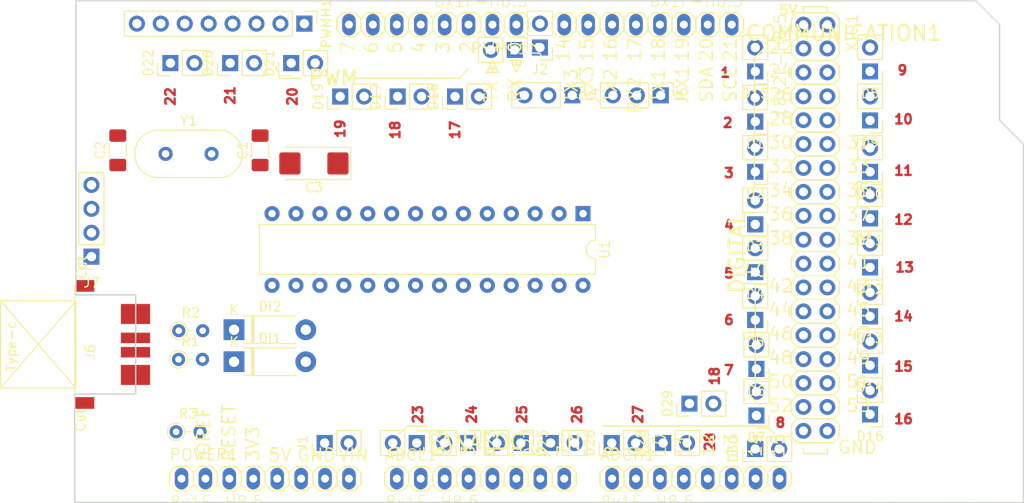
<source format=kicad_pcb>
(kicad_pcb (version 20171130) (host pcbnew "(5.1.10)-1")

  (general
    (thickness 1.6)
    (drawings 156)
    (tracks 0)
    (zones 0)
    (modules 54)
    (nets 109)
  )

  (page A4)
  (title_block
    (title "Arduino Mega 2560 Rev. 3")
    (rev 1.0)
    (comment 1 "Converted to KiCad by Prof. Mayhem")
    (comment 2 1/22/2018)
  )

  (layers
    (0 Top signal)
    (31 Bottom signal)
    (32 B.Adhes user)
    (33 F.Adhes user)
    (34 B.Paste user)
    (35 F.Paste user)
    (36 B.SilkS user)
    (37 F.SilkS user)
    (38 B.Mask user)
    (39 F.Mask user)
    (40 Dwgs.User user)
    (41 Cmts.User user)
    (42 Eco1.User user)
    (43 Eco2.User user)
    (44 Edge.Cuts user)
    (45 Margin user)
    (46 B.CrtYd user)
    (47 F.CrtYd user)
    (48 B.Fab user)
    (49 F.Fab user)
  )

  (setup
    (last_trace_width 0.25)
    (trace_clearance 0.1778)
    (zone_clearance 0.508)
    (zone_45_only no)
    (trace_min 0.2)
    (via_size 0.6)
    (via_drill 0.4)
    (via_min_size 0.4)
    (via_min_drill 0.3)
    (uvia_size 0.3)
    (uvia_drill 0.1)
    (uvias_allowed no)
    (uvia_min_size 0.2)
    (uvia_min_drill 0.1)
    (edge_width 0.15)
    (segment_width 0.2)
    (pcb_text_width 0.3)
    (pcb_text_size 1.5 1.5)
    (mod_edge_width 0.15)
    (mod_text_size 1 1)
    (mod_text_width 0.15)
    (pad_size 1.55 1.55)
    (pad_drill 0.95)
    (pad_to_mask_clearance 0.2)
    (aux_axis_origin 0 0)
    (visible_elements 7FFFFFDF)
    (pcbplotparams
      (layerselection 0x00030_80000001)
      (usegerberextensions false)
      (usegerberattributes true)
      (usegerberadvancedattributes true)
      (creategerberjobfile true)
      (excludeedgelayer true)
      (linewidth 0.100000)
      (plotframeref false)
      (viasonmask false)
      (mode 1)
      (useauxorigin false)
      (hpglpennumber 1)
      (hpglpenspeed 20)
      (hpglpendiameter 15.000000)
      (psnegative false)
      (psa4output false)
      (plotreference true)
      (plotvalue true)
      (plotinvisibletext false)
      (padsonsilk false)
      (subtractmaskfromsilk false)
      (outputformat 1)
      (mirror false)
      (drillshape 1)
      (scaleselection 1)
      (outputdirectory ""))
  )

  (net 0 "")
  (net 1 /ADC8)
  (net 2 /ADC9)
  (net 3 /ADC10)
  (net 4 /ADC11)
  (net 5 /ADC12)
  (net 6 /ADC13)
  (net 7 /ADC14)
  (net 8 /ADC15)
  (net 9 /ADC0)
  (net 10 /ADC1)
  (net 11 /ADC2)
  (net 12 /ADC3)
  (net 13 /ADC4)
  (net 14 /ADC5)
  (net 15 /ADC6)
  (net 16 /ADC7)
  (net 17 /RESET)
  (net 18 /VIN)
  (net 19 /RXD1)
  (net 20 /TXD1)
  (net 21 /RXD2)
  (net 22 /TXD2)
  (net 23 /RXD3)
  (net 24 /TXD3)
  (net 25 /PE0)
  (net 26 /PE1)
  (net 27 /+5V)
  (net 28 "Net-(POWER1-Pad1)")
  (net 29 /+3V3)
  (net 30 GND)
  (net 31 /Dir1)
  (net 32 /Dir9)
  (net 33 /P24)
  (net 34 /P25)
  (net 35 /Dir2)
  (net 36 /Dir10)
  (net 37 /P28)
  (net 38 /P29)
  (net 39 /Dir3)
  (net 40 /Dir11)
  (net 41 /P32)
  (net 42 /P33)
  (net 43 /Dir4)
  (net 44 /Dir12)
  (net 45 /P36)
  (net 46 /P37)
  (net 47 /Dir5)
  (net 48 /Dir13)
  (net 49 /P40)
  (net 50 /P41)
  (net 51 /Dir6)
  (net 52 /Dir14)
  (net 53 /P44)
  (net 54 /P45)
  (net 55 /Dir7)
  (net 56 /Dir15)
  (net 57 /P48)
  (net 58 /P49)
  (net 59 /Dir8)
  (net 60 /Dir16)
  (net 61 /P52)
  (net 62 /P53)
  (net 63 /PB7)
  (net 64 /Aref)
  (net 65 "Net-(XIO1-Pad1)")
  (net 66 "Net-(XIO1-Pad2)")
  (net 67 /SCL)
  (net 68 /SDA)
  (net 69 /Dir17)
  (net 70 /PE5)
  (net 71 /Dir18)
  (net 72 /PE3)
  (net 73 /PB5)
  (net 74 /PH6)
  (net 75 /PH4)
  (net 76 "Net-(J2-Pad1)")
  (net 77 "Net-(C1-Pad2)")
  (net 78 "Net-(C2-Pad2)")
  (net 79 /Dir19)
  (net 80 /Dir21)
  (net 81 /Dir20)
  (net 82 /Dir22)
  (net 83 /D-)
  (net 84 /D+)
  (net 85 "Net-(J3-Pad1)")
  (net 86 /U_vcc)
  (net 87 "Net-(J6-Pad2)")
  (net 88 "Net-(J6-Pad3)")
  (net 89 /U_pull_up)
  (net 90 "Net-(U1-Pad28)")
  (net 91 "Net-(U1-Pad14)")
  (net 92 "Net-(U1-Pad27)")
  (net 93 "Net-(U1-Pad13)")
  (net 94 "Net-(U1-Pad26)")
  (net 95 "Net-(U1-Pad12)")
  (net 96 "Net-(U1-Pad25)")
  (net 97 "Net-(U1-Pad11)")
  (net 98 "Net-(U1-Pad24)")
  (net 99 "Net-(U1-Pad23)")
  (net 100 "Net-(U1-Pad22)")
  (net 101 "Net-(U1-Pad21)")
  (net 102 "Net-(U1-Pad20)")
  (net 103 "Net-(U1-Pad19)")
  (net 104 "Net-(U1-Pad18)")
  (net 105 "Net-(U1-Pad17)")
  (net 106 "Net-(U1-Pad16)")
  (net 107 "Net-(U1-Pad15)")
  (net 108 "Net-(U1-Pad1)")

  (net_class Default "This is the default net class."
    (clearance 0.1778)
    (trace_width 0.25)
    (via_dia 0.6)
    (via_drill 0.4)
    (uvia_dia 0.3)
    (uvia_drill 0.1)
    (add_net /+3V3)
    (add_net /+5V)
    (add_net /ADC0)
    (add_net /ADC1)
    (add_net /ADC10)
    (add_net /ADC11)
    (add_net /ADC12)
    (add_net /ADC13)
    (add_net /ADC14)
    (add_net /ADC15)
    (add_net /ADC2)
    (add_net /ADC3)
    (add_net /ADC4)
    (add_net /ADC5)
    (add_net /ADC6)
    (add_net /ADC7)
    (add_net /ADC8)
    (add_net /ADC9)
    (add_net /Aref)
    (add_net /D+)
    (add_net /D-)
    (add_net /Dir1)
    (add_net /Dir10)
    (add_net /Dir11)
    (add_net /Dir12)
    (add_net /Dir13)
    (add_net /Dir14)
    (add_net /Dir15)
    (add_net /Dir16)
    (add_net /Dir17)
    (add_net /Dir18)
    (add_net /Dir19)
    (add_net /Dir2)
    (add_net /Dir20)
    (add_net /Dir21)
    (add_net /Dir22)
    (add_net /Dir3)
    (add_net /Dir4)
    (add_net /Dir5)
    (add_net /Dir6)
    (add_net /Dir7)
    (add_net /Dir8)
    (add_net /Dir9)
    (add_net /P24)
    (add_net /P25)
    (add_net /P28)
    (add_net /P29)
    (add_net /P32)
    (add_net /P33)
    (add_net /P36)
    (add_net /P37)
    (add_net /P40)
    (add_net /P41)
    (add_net /P44)
    (add_net /P45)
    (add_net /P48)
    (add_net /P49)
    (add_net /P52)
    (add_net /P53)
    (add_net /PB5)
    (add_net /PB7)
    (add_net /PE0)
    (add_net /PE1)
    (add_net /PE3)
    (add_net /PE5)
    (add_net /PH4)
    (add_net /PH6)
    (add_net /RESET)
    (add_net /RXD1)
    (add_net /RXD2)
    (add_net /RXD3)
    (add_net /SCL)
    (add_net /SDA)
    (add_net /TXD1)
    (add_net /TXD2)
    (add_net /TXD3)
    (add_net /U_pull_up)
    (add_net /U_vcc)
    (add_net /VIN)
    (add_net GND)
    (add_net "Net-(C1-Pad2)")
    (add_net "Net-(C2-Pad2)")
    (add_net "Net-(J2-Pad1)")
    (add_net "Net-(J3-Pad1)")
    (add_net "Net-(J6-Pad2)")
    (add_net "Net-(J6-Pad3)")
    (add_net "Net-(POWER1-Pad1)")
    (add_net "Net-(U1-Pad1)")
    (add_net "Net-(U1-Pad11)")
    (add_net "Net-(U1-Pad12)")
    (add_net "Net-(U1-Pad13)")
    (add_net "Net-(U1-Pad14)")
    (add_net "Net-(U1-Pad15)")
    (add_net "Net-(U1-Pad16)")
    (add_net "Net-(U1-Pad17)")
    (add_net "Net-(U1-Pad18)")
    (add_net "Net-(U1-Pad19)")
    (add_net "Net-(U1-Pad20)")
    (add_net "Net-(U1-Pad21)")
    (add_net "Net-(U1-Pad22)")
    (add_net "Net-(U1-Pad23)")
    (add_net "Net-(U1-Pad24)")
    (add_net "Net-(U1-Pad25)")
    (add_net "Net-(U1-Pad26)")
    (add_net "Net-(U1-Pad27)")
    (add_net "Net-(U1-Pad28)")
    (add_net "Net-(XIO1-Pad1)")
    (add_net "Net-(XIO1-Pad2)")
  )

  (module Connector_PinSocket_2.54mm:PinSocket_1x04_P2.54mm_Vertical (layer Top) (tedit 5A19A429) (tstamp 61662A75)
    (at 116.078 105.537 180)
    (descr "Through hole straight socket strip, 1x04, 2.54mm pitch, single row (from Kicad 4.0.7), script generated")
    (tags "Through hole socket strip THT 1x04 2.54mm single row")
    (path /6169CDFF)
    (fp_text reference J7 (at 0 -2.77) (layer F.SilkS)
      (effects (font (size 1 1) (thickness 0.15)))
    )
    (fp_text value Usb_ext (at 0 10.39) (layer F.Fab)
      (effects (font (size 1 1) (thickness 0.15)))
    )
    (fp_line (start -1.8 9.4) (end -1.8 -1.8) (layer F.CrtYd) (width 0.05))
    (fp_line (start 1.75 9.4) (end -1.8 9.4) (layer F.CrtYd) (width 0.05))
    (fp_line (start 1.75 -1.8) (end 1.75 9.4) (layer F.CrtYd) (width 0.05))
    (fp_line (start -1.8 -1.8) (end 1.75 -1.8) (layer F.CrtYd) (width 0.05))
    (fp_line (start 0 -1.33) (end 1.33 -1.33) (layer F.SilkS) (width 0.12))
    (fp_line (start 1.33 -1.33) (end 1.33 0) (layer F.SilkS) (width 0.12))
    (fp_line (start 1.33 1.27) (end 1.33 8.95) (layer F.SilkS) (width 0.12))
    (fp_line (start -1.33 8.95) (end 1.33 8.95) (layer F.SilkS) (width 0.12))
    (fp_line (start -1.33 1.27) (end -1.33 8.95) (layer F.SilkS) (width 0.12))
    (fp_line (start -1.33 1.27) (end 1.33 1.27) (layer F.SilkS) (width 0.12))
    (fp_line (start -1.27 8.89) (end -1.27 -1.27) (layer F.Fab) (width 0.1))
    (fp_line (start 1.27 8.89) (end -1.27 8.89) (layer F.Fab) (width 0.1))
    (fp_line (start 1.27 -0.635) (end 1.27 8.89) (layer F.Fab) (width 0.1))
    (fp_line (start 0.635 -1.27) (end 1.27 -0.635) (layer F.Fab) (width 0.1))
    (fp_line (start -1.27 -1.27) (end 0.635 -1.27) (layer F.Fab) (width 0.1))
    (fp_text user %R (at 0 3.81 90) (layer F.Fab)
      (effects (font (size 1 1) (thickness 0.15)))
    )
    (pad 4 thru_hole oval (at 0 7.62 180) (size 1.7 1.7) (drill 1) (layers *.Cu *.Mask)
      (net 30 GND))
    (pad 3 thru_hole oval (at 0 5.08 180) (size 1.7 1.7) (drill 1) (layers *.Cu *.Mask)
      (net 88 "Net-(J6-Pad3)"))
    (pad 2 thru_hole oval (at 0 2.54 180) (size 1.7 1.7) (drill 1) (layers *.Cu *.Mask)
      (net 87 "Net-(J6-Pad2)"))
    (pad 1 thru_hole rect (at 0 0 180) (size 1.7 1.7) (drill 1) (layers *.Cu *.Mask)
      (net 86 /U_vcc))
    (model ${KISYS3DMOD}/Connector_PinSocket_2.54mm.3dshapes/PinSocket_1x04_P2.54mm_Vertical.wrl
      (at (xyz 0 0 0))
      (scale (xyz 1 1 1))
      (rotate (xyz 0 0 0))
    )
  )

  (module Capacitor_Tantalum_SMD:CP_EIA-6032-15_Kemet-U_Pad2.25x2.35mm_HandSolder (layer Top) (tedit 5EBA9318) (tstamp 61661F7B)
    (at 139.7 95.631 180)
    (descr "Tantalum Capacitor SMD Kemet-U (6032-15 Metric), IPC_7351 nominal, (Body size from: http://www.kemet.com/Lists/ProductCatalog/Attachments/253/KEM_TC101_STD.pdf), generated with kicad-footprint-generator")
    (tags "capacitor tantalum")
    (path /616E02E2)
    (attr smd)
    (fp_text reference C3 (at 0 -2.55) (layer F.SilkS)
      (effects (font (size 1 1) (thickness 0.15)))
    )
    (fp_text value 10uF (at 0 2.55) (layer F.Fab)
      (effects (font (size 1 1) (thickness 0.15)))
    )
    (fp_line (start 3.92 1.85) (end -3.92 1.85) (layer F.CrtYd) (width 0.05))
    (fp_line (start 3.92 -1.85) (end 3.92 1.85) (layer F.CrtYd) (width 0.05))
    (fp_line (start -3.92 -1.85) (end 3.92 -1.85) (layer F.CrtYd) (width 0.05))
    (fp_line (start -3.92 1.85) (end -3.92 -1.85) (layer F.CrtYd) (width 0.05))
    (fp_line (start -3.935 1.71) (end 3 1.71) (layer F.SilkS) (width 0.12))
    (fp_line (start -3.935 -1.71) (end -3.935 1.71) (layer F.SilkS) (width 0.12))
    (fp_line (start 3 -1.71) (end -3.935 -1.71) (layer F.SilkS) (width 0.12))
    (fp_line (start 3 1.6) (end 3 -1.6) (layer F.Fab) (width 0.1))
    (fp_line (start -3 1.6) (end 3 1.6) (layer F.Fab) (width 0.1))
    (fp_line (start -3 -0.8) (end -3 1.6) (layer F.Fab) (width 0.1))
    (fp_line (start -2.2 -1.6) (end -3 -0.8) (layer F.Fab) (width 0.1))
    (fp_line (start 3 -1.6) (end -2.2 -1.6) (layer F.Fab) (width 0.1))
    (fp_text user %R (at 0 0) (layer F.Fab)
      (effects (font (size 1 1) (thickness 0.15)))
    )
    (pad 2 smd roundrect (at 2.55 0 180) (size 2.25 2.35) (layers Top F.Paste F.Mask) (roundrect_rratio 0.111111)
      (net 30 GND))
    (pad 1 smd roundrect (at -2.55 0 180) (size 2.25 2.35) (layers Top F.Paste F.Mask) (roundrect_rratio 0.111111)
      (net 86 /U_vcc))
    (model ${KISYS3DMOD}/Capacitor_Tantalum_SMD.3dshapes/CP_EIA-6032-15_Kemet-U.wrl
      (at (xyz 0 0 0))
      (scale (xyz 1 1 1))
      (rotate (xyz 0 0 0))
    )
  )

  (module Crystal:Crystal_HC49-4H_Vertical (layer Top) (tedit 5A1AD3B7) (tstamp 6167294C)
    (at 123.952 94.615)
    (descr "Crystal THT HC-49-4H http://5hertz.com/pdfs/04404_D.pdf")
    (tags "THT crystalHC-49-4H")
    (path /61682F01)
    (fp_text reference Y1 (at 2.44 -3.525) (layer F.SilkS)
      (effects (font (size 1 1) (thickness 0.15)))
    )
    (fp_text value 16M (at 2.44 3.525) (layer F.Fab)
      (effects (font (size 1 1) (thickness 0.15)))
    )
    (fp_line (start 8.5 -2.8) (end -3.6 -2.8) (layer F.CrtYd) (width 0.05))
    (fp_line (start 8.5 2.8) (end 8.5 -2.8) (layer F.CrtYd) (width 0.05))
    (fp_line (start -3.6 2.8) (end 8.5 2.8) (layer F.CrtYd) (width 0.05))
    (fp_line (start -3.6 -2.8) (end -3.6 2.8) (layer F.CrtYd) (width 0.05))
    (fp_line (start -0.76 2.525) (end 5.64 2.525) (layer F.SilkS) (width 0.12))
    (fp_line (start -0.76 -2.525) (end 5.64 -2.525) (layer F.SilkS) (width 0.12))
    (fp_line (start -0.56 2) (end 5.44 2) (layer F.Fab) (width 0.1))
    (fp_line (start -0.56 -2) (end 5.44 -2) (layer F.Fab) (width 0.1))
    (fp_line (start -0.76 2.325) (end 5.64 2.325) (layer F.Fab) (width 0.1))
    (fp_line (start -0.76 -2.325) (end 5.64 -2.325) (layer F.Fab) (width 0.1))
    (fp_arc (start 5.64 0) (end 5.64 -2.525) (angle 180) (layer F.SilkS) (width 0.12))
    (fp_arc (start -0.76 0) (end -0.76 -2.525) (angle -180) (layer F.SilkS) (width 0.12))
    (fp_arc (start 5.44 0) (end 5.44 -2) (angle 180) (layer F.Fab) (width 0.1))
    (fp_arc (start -0.56 0) (end -0.56 -2) (angle -180) (layer F.Fab) (width 0.1))
    (fp_arc (start 5.64 0) (end 5.64 -2.325) (angle 180) (layer F.Fab) (width 0.1))
    (fp_arc (start -0.76 0) (end -0.76 -2.325) (angle -180) (layer F.Fab) (width 0.1))
    (fp_text user %R (at 2.44 0) (layer F.Fab)
      (effects (font (size 1 1) (thickness 0.15)))
    )
    (pad 2 thru_hole circle (at 4.88 0) (size 1.5 1.5) (drill 0.8) (layers *.Cu *.Mask)
      (net 77 "Net-(C1-Pad2)"))
    (pad 1 thru_hole circle (at 0 0) (size 1.5 1.5) (drill 0.8) (layers *.Cu *.Mask)
      (net 78 "Net-(C2-Pad2)"))
    (model ${KISYS3DMOD}/Crystal.3dshapes/Crystal_HC49-4H_Vertical.wrl
      (at (xyz 0 0 0))
      (scale (xyz 1 1 1))
      (rotate (xyz 0 0 0))
    )
  )

  (module Package_DIP:DIP-28_W7.62mm (layer Top) (tedit 5A02E8C5) (tstamp 616735A0)
    (at 168.275 100.965 270)
    (descr "28-lead though-hole mounted DIP package, row spacing 7.62 mm (300 mils)")
    (tags "THT DIP DIL PDIP 2.54mm 7.62mm 300mil")
    (path /616837FE)
    (fp_text reference U1 (at 3.81 -2.33 90) (layer F.SilkS)
      (effects (font (size 1 1) (thickness 0.15)))
    )
    (fp_text value ATmega8A-PU (at 3.81 35.35 90) (layer F.Fab)
      (effects (font (size 1 1) (thickness 0.15)))
    )
    (fp_line (start 8.7 -1.55) (end -1.1 -1.55) (layer F.CrtYd) (width 0.05))
    (fp_line (start 8.7 34.55) (end 8.7 -1.55) (layer F.CrtYd) (width 0.05))
    (fp_line (start -1.1 34.55) (end 8.7 34.55) (layer F.CrtYd) (width 0.05))
    (fp_line (start -1.1 -1.55) (end -1.1 34.55) (layer F.CrtYd) (width 0.05))
    (fp_line (start 6.46 -1.33) (end 4.81 -1.33) (layer F.SilkS) (width 0.12))
    (fp_line (start 6.46 34.35) (end 6.46 -1.33) (layer F.SilkS) (width 0.12))
    (fp_line (start 1.16 34.35) (end 6.46 34.35) (layer F.SilkS) (width 0.12))
    (fp_line (start 1.16 -1.33) (end 1.16 34.35) (layer F.SilkS) (width 0.12))
    (fp_line (start 2.81 -1.33) (end 1.16 -1.33) (layer F.SilkS) (width 0.12))
    (fp_line (start 0.635 -0.27) (end 1.635 -1.27) (layer F.Fab) (width 0.1))
    (fp_line (start 0.635 34.29) (end 0.635 -0.27) (layer F.Fab) (width 0.1))
    (fp_line (start 6.985 34.29) (end 0.635 34.29) (layer F.Fab) (width 0.1))
    (fp_line (start 6.985 -1.27) (end 6.985 34.29) (layer F.Fab) (width 0.1))
    (fp_line (start 1.635 -1.27) (end 6.985 -1.27) (layer F.Fab) (width 0.1))
    (fp_text user %R (at 3.81 16.51 90) (layer F.Fab)
      (effects (font (size 1 1) (thickness 0.15)))
    )
    (fp_arc (start 3.81 -1.33) (end 2.81 -1.33) (angle -180) (layer F.SilkS) (width 0.12))
    (pad 28 thru_hole oval (at 7.62 0 270) (size 1.6 1.6) (drill 0.8) (layers *.Cu *.Mask)
      (net 90 "Net-(U1-Pad28)"))
    (pad 14 thru_hole oval (at 0 33.02 270) (size 1.6 1.6) (drill 0.8) (layers *.Cu *.Mask)
      (net 91 "Net-(U1-Pad14)"))
    (pad 27 thru_hole oval (at 7.62 2.54 270) (size 1.6 1.6) (drill 0.8) (layers *.Cu *.Mask)
      (net 92 "Net-(U1-Pad27)"))
    (pad 13 thru_hole oval (at 0 30.48 270) (size 1.6 1.6) (drill 0.8) (layers *.Cu *.Mask)
      (net 93 "Net-(U1-Pad13)"))
    (pad 26 thru_hole oval (at 7.62 5.08 270) (size 1.6 1.6) (drill 0.8) (layers *.Cu *.Mask)
      (net 94 "Net-(U1-Pad26)"))
    (pad 12 thru_hole oval (at 0 27.94 270) (size 1.6 1.6) (drill 0.8) (layers *.Cu *.Mask)
      (net 95 "Net-(U1-Pad12)"))
    (pad 25 thru_hole oval (at 7.62 7.62 270) (size 1.6 1.6) (drill 0.8) (layers *.Cu *.Mask)
      (net 96 "Net-(U1-Pad25)"))
    (pad 11 thru_hole oval (at 0 25.4 270) (size 1.6 1.6) (drill 0.8) (layers *.Cu *.Mask)
      (net 97 "Net-(U1-Pad11)"))
    (pad 24 thru_hole oval (at 7.62 10.16 270) (size 1.6 1.6) (drill 0.8) (layers *.Cu *.Mask)
      (net 98 "Net-(U1-Pad24)"))
    (pad 10 thru_hole oval (at 0 22.86 270) (size 1.6 1.6) (drill 0.8) (layers *.Cu *.Mask)
      (net 78 "Net-(C2-Pad2)"))
    (pad 23 thru_hole oval (at 7.62 12.7 270) (size 1.6 1.6) (drill 0.8) (layers *.Cu *.Mask)
      (net 99 "Net-(U1-Pad23)"))
    (pad 9 thru_hole oval (at 0 20.32 270) (size 1.6 1.6) (drill 0.8) (layers *.Cu *.Mask)
      (net 77 "Net-(C1-Pad2)"))
    (pad 22 thru_hole oval (at 7.62 15.24 270) (size 1.6 1.6) (drill 0.8) (layers *.Cu *.Mask)
      (net 100 "Net-(U1-Pad22)"))
    (pad 8 thru_hole oval (at 0 17.78 270) (size 1.6 1.6) (drill 0.8) (layers *.Cu *.Mask)
      (net 30 GND))
    (pad 21 thru_hole oval (at 7.62 17.78 270) (size 1.6 1.6) (drill 0.8) (layers *.Cu *.Mask)
      (net 101 "Net-(U1-Pad21)"))
    (pad 7 thru_hole oval (at 0 15.24 270) (size 1.6 1.6) (drill 0.8) (layers *.Cu *.Mask)
      (net 86 /U_vcc))
    (pad 20 thru_hole oval (at 7.62 20.32 270) (size 1.6 1.6) (drill 0.8) (layers *.Cu *.Mask)
      (net 102 "Net-(U1-Pad20)"))
    (pad 6 thru_hole oval (at 0 12.7 270) (size 1.6 1.6) (drill 0.8) (layers *.Cu *.Mask)
      (net 89 /U_pull_up))
    (pad 19 thru_hole oval (at 7.62 22.86 270) (size 1.6 1.6) (drill 0.8) (layers *.Cu *.Mask)
      (net 103 "Net-(U1-Pad19)"))
    (pad 5 thru_hole oval (at 0 10.16 270) (size 1.6 1.6) (drill 0.8) (layers *.Cu *.Mask)
      (net 83 /D-))
    (pad 18 thru_hole oval (at 7.62 25.4 270) (size 1.6 1.6) (drill 0.8) (layers *.Cu *.Mask)
      (net 104 "Net-(U1-Pad18)"))
    (pad 4 thru_hole oval (at 0 7.62 270) (size 1.6 1.6) (drill 0.8) (layers *.Cu *.Mask)
      (net 84 /D+))
    (pad 17 thru_hole oval (at 7.62 27.94 270) (size 1.6 1.6) (drill 0.8) (layers *.Cu *.Mask)
      (net 105 "Net-(U1-Pad17)"))
    (pad 3 thru_hole oval (at 0 5.08 270) (size 1.6 1.6) (drill 0.8) (layers *.Cu *.Mask)
      (net 21 /RXD2))
    (pad 16 thru_hole oval (at 7.62 30.48 270) (size 1.6 1.6) (drill 0.8) (layers *.Cu *.Mask)
      (net 106 "Net-(U1-Pad16)"))
    (pad 2 thru_hole oval (at 0 2.54 270) (size 1.6 1.6) (drill 0.8) (layers *.Cu *.Mask)
      (net 22 /TXD2))
    (pad 15 thru_hole oval (at 7.62 33.02 270) (size 1.6 1.6) (drill 0.8) (layers *.Cu *.Mask)
      (net 107 "Net-(U1-Pad15)"))
    (pad 1 thru_hole rect (at 0 0 270) (size 1.6 1.6) (drill 0.8) (layers *.Cu *.Mask)
      (net 108 "Net-(U1-Pad1)"))
    (model ${KISYS3DMOD}/Package_DIP.3dshapes/DIP-28_W7.62mm.wrl
      (at (xyz 0 0 0))
      (scale (xyz 1 1 1))
      (rotate (xyz 0 0 0))
    )
  )

  (module Resistor_THT:R_Axial_DIN0204_L3.6mm_D1.6mm_P2.54mm_Vertical (layer Top) (tedit 5AE5139B) (tstamp 6166063C)
    (at 125.0696 124.1552)
    (descr "Resistor, Axial_DIN0204 series, Axial, Vertical, pin pitch=2.54mm, 0.167W, length*diameter=3.6*1.6mm^2, http://cdn-reichelt.de/documents/datenblatt/B400/1_4W%23YAG.pdf")
    (tags "Resistor Axial_DIN0204 series Axial Vertical pin pitch 2.54mm 0.167W length 3.6mm diameter 1.6mm")
    (path /6167FAB3)
    (fp_text reference R3 (at 1.27 -1.92) (layer F.SilkS)
      (effects (font (size 1 1) (thickness 0.15)))
    )
    (fp_text value 2.2k (at 1.27 1.92) (layer F.Fab)
      (effects (font (size 1 1) (thickness 0.15)))
    )
    (fp_line (start 3.49 -1.05) (end -1.05 -1.05) (layer F.CrtYd) (width 0.05))
    (fp_line (start 3.49 1.05) (end 3.49 -1.05) (layer F.CrtYd) (width 0.05))
    (fp_line (start -1.05 1.05) (end 3.49 1.05) (layer F.CrtYd) (width 0.05))
    (fp_line (start -1.05 -1.05) (end -1.05 1.05) (layer F.CrtYd) (width 0.05))
    (fp_line (start 0.92 0) (end 1.54 0) (layer F.SilkS) (width 0.12))
    (fp_line (start 0 0) (end 2.54 0) (layer F.Fab) (width 0.1))
    (fp_circle (center 0 0) (end 0.92 0) (layer F.SilkS) (width 0.12))
    (fp_circle (center 0 0) (end 0.8 0) (layer F.Fab) (width 0.1))
    (fp_text user %R (at 1.27 -1.92) (layer F.Fab)
      (effects (font (size 1 1) (thickness 0.15)))
    )
    (pad 2 thru_hole oval (at 2.54 0) (size 1.4 1.4) (drill 0.7) (layers *.Cu *.Mask)
      (net 83 /D-))
    (pad 1 thru_hole circle (at 0 0) (size 1.4 1.4) (drill 0.7) (layers *.Cu *.Mask)
      (net 86 /U_vcc))
    (model ${KISYS3DMOD}/Resistor_THT.3dshapes/R_Axial_DIN0204_L3.6mm_D1.6mm_P2.54mm_Vertical.wrl
      (at (xyz 0 0 0))
      (scale (xyz 1 1 1))
      (rotate (xyz 0 0 0))
    )
  )

  (module Resistor_THT:R_Axial_DIN0204_L3.6mm_D1.6mm_P2.54mm_Vertical (layer Top) (tedit 5AE5139B) (tstamp 616604CC)
    (at 125.349 113.411)
    (descr "Resistor, Axial_DIN0204 series, Axial, Vertical, pin pitch=2.54mm, 0.167W, length*diameter=3.6*1.6mm^2, http://cdn-reichelt.de/documents/datenblatt/B400/1_4W%23YAG.pdf")
    (tags "Resistor Axial_DIN0204 series Axial Vertical pin pitch 2.54mm 0.167W length 3.6mm diameter 1.6mm")
    (path /61729E7C)
    (fp_text reference R2 (at 1.27 -1.92) (layer F.SilkS)
      (effects (font (size 1 1) (thickness 0.15)))
    )
    (fp_text value 68 (at 1.27 1.92) (layer F.Fab)
      (effects (font (size 1 1) (thickness 0.15)))
    )
    (fp_line (start 3.49 -1.05) (end -1.05 -1.05) (layer F.CrtYd) (width 0.05))
    (fp_line (start 3.49 1.05) (end 3.49 -1.05) (layer F.CrtYd) (width 0.05))
    (fp_line (start -1.05 1.05) (end 3.49 1.05) (layer F.CrtYd) (width 0.05))
    (fp_line (start -1.05 -1.05) (end -1.05 1.05) (layer F.CrtYd) (width 0.05))
    (fp_line (start 0.92 0) (end 1.54 0) (layer F.SilkS) (width 0.12))
    (fp_line (start 0 0) (end 2.54 0) (layer F.Fab) (width 0.1))
    (fp_circle (center 0 0) (end 0.92 0) (layer F.SilkS) (width 0.12))
    (fp_circle (center 0 0) (end 0.8 0) (layer F.Fab) (width 0.1))
    (fp_text user %R (at 1.27 -1.92) (layer F.Fab)
      (effects (font (size 1 1) (thickness 0.15)))
    )
    (pad 2 thru_hole oval (at 2.54 0) (size 1.4 1.4) (drill 0.7) (layers *.Cu *.Mask)
      (net 84 /D+))
    (pad 1 thru_hole circle (at 0 0) (size 1.4 1.4) (drill 0.7) (layers *.Cu *.Mask)
      (net 88 "Net-(J6-Pad3)"))
    (model ${KISYS3DMOD}/Resistor_THT.3dshapes/R_Axial_DIN0204_L3.6mm_D1.6mm_P2.54mm_Vertical.wrl
      (at (xyz 0 0 0))
      (scale (xyz 1 1 1))
      (rotate (xyz 0 0 0))
    )
  )

  (module Resistor_THT:R_Axial_DIN0204_L3.6mm_D1.6mm_P2.54mm_Vertical (layer Top) (tedit 5AE5139B) (tstamp 616604F6)
    (at 125.3236 116.459)
    (descr "Resistor, Axial_DIN0204 series, Axial, Vertical, pin pitch=2.54mm, 0.167W, length*diameter=3.6*1.6mm^2, http://cdn-reichelt.de/documents/datenblatt/B400/1_4W%23YAG.pdf")
    (tags "Resistor Axial_DIN0204 series Axial Vertical pin pitch 2.54mm 0.167W length 3.6mm diameter 1.6mm")
    (path /61724139)
    (fp_text reference R1 (at 1.27 -1.92) (layer F.SilkS)
      (effects (font (size 1 1) (thickness 0.15)))
    )
    (fp_text value 68 (at 1.27 1.92) (layer F.Fab)
      (effects (font (size 1 1) (thickness 0.15)))
    )
    (fp_line (start 3.49 -1.05) (end -1.05 -1.05) (layer F.CrtYd) (width 0.05))
    (fp_line (start 3.49 1.05) (end 3.49 -1.05) (layer F.CrtYd) (width 0.05))
    (fp_line (start -1.05 1.05) (end 3.49 1.05) (layer F.CrtYd) (width 0.05))
    (fp_line (start -1.05 -1.05) (end -1.05 1.05) (layer F.CrtYd) (width 0.05))
    (fp_line (start 0.92 0) (end 1.54 0) (layer F.SilkS) (width 0.12))
    (fp_line (start 0 0) (end 2.54 0) (layer F.Fab) (width 0.1))
    (fp_circle (center 0 0) (end 0.92 0) (layer F.SilkS) (width 0.12))
    (fp_circle (center 0 0) (end 0.8 0) (layer F.Fab) (width 0.1))
    (fp_text user %R (at 1.27 -1.92) (layer F.Fab)
      (effects (font (size 1 1) (thickness 0.15)))
    )
    (pad 2 thru_hole oval (at 2.54 0) (size 1.4 1.4) (drill 0.7) (layers *.Cu *.Mask)
      (net 83 /D-))
    (pad 1 thru_hole circle (at 0 0) (size 1.4 1.4) (drill 0.7) (layers *.Cu *.Mask)
      (net 87 "Net-(J6-Pad2)"))
    (model ${KISYS3DMOD}/Resistor_THT.3dshapes/R_Axial_DIN0204_L3.6mm_D1.6mm_P2.54mm_Vertical.wrl
      (at (xyz 0 0 0))
      (scale (xyz 1 1 1))
      (rotate (xyz 0 0 0))
    )
  )

  (module usb_type_c_female_board_Aliexpress:usb_type_c_female_board_Aliexpress (layer Top) (tedit 612E87F2) (tstamp 6166209A)
    (at 115.062 115.57 270)
    (path /6166E4DF)
    (fp_text reference J6 (at 0.127 -0.889 90) (layer F.SilkS)
      (effects (font (size 1 1) (thickness 0.15)))
    )
    (fp_text value USB (at -6.35 -4.191 90) (layer F.Fab)
      (effects (font (size 1 1) (thickness 0.15)))
    )
    (fp_line (start -6.985 0.762) (end 5.207 0.762) (layer F.SilkS) (width 0.12))
    (fp_line (start 4.953 -1.397) (end 3.81 -1.397) (layer F.CrtYd) (width 0.12))
    (fp_line (start -5.207 -1.397) (end -6.35 -1.397) (layer F.CrtYd) (width 0.12))
    (fp_line (start 4.953 0.635) (end 4.953 -1.365) (layer F.CrtYd) (width 0.12))
    (fp_line (start -6.35 0.635) (end -6.35 -1.365) (layer F.CrtYd) (width 0.12))
    (fp_line (start 3.937 0.635) (end 4.953 0.635) (layer F.CrtYd) (width 0.12))
    (fp_line (start -5.334 0.635) (end -6.35 0.635) (layer F.CrtYd) (width 0.12))
    (fp_line (start -5.334 0.635) (end 3.937 8.636) (layer F.SilkS) (width 0.12))
    (fp_line (start 3.937 0.635) (end -5.334 0.635) (layer F.SilkS) (width 0.12))
    (fp_line (start -5.334 8.636) (end 3.937 0.635) (layer F.SilkS) (width 0.12))
    (fp_line (start 3.937 8.636) (end -5.334 8.636) (layer F.SilkS) (width 0.12))
    (fp_line (start 3.937 0.635) (end 3.937 8.636) (layer F.SilkS) (width 0.12))
    (fp_line (start -5.334 0.635) (end -5.334 8.636) (layer F.SilkS) (width 0.12))
    (fp_line (start -5.941 1.414) (end 4.572 1.414) (layer F.CrtYd) (width 0.05))
    (fp_line (start 4.572 -5.686) (end 4.572 1.414) (layer F.CrtYd) (width 0.05))
    (fp_line (start -5.941 -5.698) (end 4.572 -5.698) (layer F.CrtYd) (width 0.05))
    (fp_line (start -5.941 -5.698) (end -5.941 1.402) (layer F.CrtYd) (width 0.05))
    (fp_line (start -5.207 -5.334) (end -5.207 0.635) (layer F.Fab) (width 0.12))
    (fp_line (start 3.81 0.635) (end -5.207 0.635) (layer F.Fab) (width 0.12))
    (fp_line (start 3.81 -5.334) (end 3.81 0.635) (layer F.Fab) (width 0.12))
    (fp_line (start -5.207 -5.334) (end 3.793 -5.334) (layer B.CrtYd) (width 0.12))
    (fp_text user Cut (at -8.89 0 90) (layer F.SilkS)
      (effects (font (size 1 1) (thickness 0.15)))
    )
    (fp_text user Cut (at 7.366 0.127 90) (layer F.SilkS)
      (effects (font (size 1 1) (thickness 0.15)))
    )
    (fp_text user Type-c (at -0.508 7.493 90) (layer F.SilkS)
      (effects (font (size 1 1) (thickness 0.15)))
    )
    (pad 4 smd custom (at -6.985 -0.381 270) (size 1 1) (layers Top F.Paste F.Mask)
      (net 30 GND)
      (options (clearance outline) (anchor circle))
      (primitives
        (gr_poly (pts
           (xy 0.635 1.016) (xy -0.508 1.016) (xy -0.508 -0.889) (xy 0.635 -0.889)) (width 0.1))
      ))
    (pad 4 smd custom (at 5.461 -0.381 270) (size 1 1) (layers Top F.Paste F.Mask)
      (net 30 GND)
      (options (clearance outline) (anchor circle))
      (primitives
        (gr_poly (pts
           (xy 0.635 1.016) (xy -0.508 1.016) (xy -0.508 -0.889) (xy 0.635 -0.889)) (width 0.1))
      ))
    (pad 1 smd custom (at 2.54 -6.477 270) (size 1.524 1.524) (layers Top F.Paste F.Mask)
      (net 86 /U_vcc)
      (options (clearance outline) (anchor circle))
      (primitives
        (gr_poly (pts
           (xy 1.016 2.286) (xy -1.016 2.286) (xy -1.016 -0.714) (xy 1.016 -0.714)) (width 0.1))
      ))
    (pad 2 smd custom (at 0.127 -6.731 270) (size 1 1) (layers Top F.Paste F.Mask)
      (net 87 "Net-(J6-Pad2)")
      (options (clearance outline) (anchor rect))
      (primitives
        (gr_poly (pts
           (xy 0.508 2.54) (xy -0.508 2.54) (xy -0.508 -0.46) (xy 0.508 -0.46)) (width 0.1))
      ))
    (pad 3 smd custom (at -1.397 -6.731 270) (size 1 1) (layers Top F.Paste F.Mask)
      (net 88 "Net-(J6-Pad3)")
      (options (clearance outline) (anchor rect))
      (primitives
        (gr_poly (pts
           (xy 0.508 2.54) (xy -0.508 2.54) (xy -0.508 -0.46) (xy 0.508 -0.46)) (width 0.1))
      ))
    (pad 4 smd custom (at -3.937 -6.35 270) (size 1.524 1.524) (layers Top F.Paste F.Mask)
      (net 30 GND)
      (options (clearance outline) (anchor circle))
      (primitives
        (gr_poly (pts
           (xy 1.016 2.159) (xy -1.016 2.159) (xy -1.016 -0.841) (xy 1.016 -0.841)) (width 0.1))
      ))
  )

  (module Diode_THT:D_DO-41_SOD81_P7.62mm_Horizontal (layer Top) (tedit 5AE50CD5) (tstamp 61672551)
    (at 131.2164 113.3094)
    (descr "Diode, DO-41_SOD81 series, Axial, Horizontal, pin pitch=7.62mm, , length*diameter=5.2*2.7mm^2, , http://www.diodes.com/_files/packages/DO-41%20(Plastic).pdf")
    (tags "Diode DO-41_SOD81 series Axial Horizontal pin pitch 7.62mm  length 5.2mm diameter 2.7mm")
    (path /617482B6)
    (fp_text reference Di2 (at 3.81 -2.47) (layer F.SilkS)
      (effects (font (size 1 1) (thickness 0.15)))
    )
    (fp_text value 3.6V (at 3.81 2.47) (layer F.Fab)
      (effects (font (size 1 1) (thickness 0.15)))
    )
    (fp_line (start 8.97 -1.6) (end -1.35 -1.6) (layer F.CrtYd) (width 0.05))
    (fp_line (start 8.97 1.6) (end 8.97 -1.6) (layer F.CrtYd) (width 0.05))
    (fp_line (start -1.35 1.6) (end 8.97 1.6) (layer F.CrtYd) (width 0.05))
    (fp_line (start -1.35 -1.6) (end -1.35 1.6) (layer F.CrtYd) (width 0.05))
    (fp_line (start 1.87 -1.47) (end 1.87 1.47) (layer F.SilkS) (width 0.12))
    (fp_line (start 2.11 -1.47) (end 2.11 1.47) (layer F.SilkS) (width 0.12))
    (fp_line (start 1.99 -1.47) (end 1.99 1.47) (layer F.SilkS) (width 0.12))
    (fp_line (start 6.53 1.47) (end 6.53 1.34) (layer F.SilkS) (width 0.12))
    (fp_line (start 1.09 1.47) (end 6.53 1.47) (layer F.SilkS) (width 0.12))
    (fp_line (start 1.09 1.34) (end 1.09 1.47) (layer F.SilkS) (width 0.12))
    (fp_line (start 6.53 -1.47) (end 6.53 -1.34) (layer F.SilkS) (width 0.12))
    (fp_line (start 1.09 -1.47) (end 6.53 -1.47) (layer F.SilkS) (width 0.12))
    (fp_line (start 1.09 -1.34) (end 1.09 -1.47) (layer F.SilkS) (width 0.12))
    (fp_line (start 1.89 -1.35) (end 1.89 1.35) (layer F.Fab) (width 0.1))
    (fp_line (start 2.09 -1.35) (end 2.09 1.35) (layer F.Fab) (width 0.1))
    (fp_line (start 1.99 -1.35) (end 1.99 1.35) (layer F.Fab) (width 0.1))
    (fp_line (start 7.62 0) (end 6.41 0) (layer F.Fab) (width 0.1))
    (fp_line (start 0 0) (end 1.21 0) (layer F.Fab) (width 0.1))
    (fp_line (start 6.41 -1.35) (end 1.21 -1.35) (layer F.Fab) (width 0.1))
    (fp_line (start 6.41 1.35) (end 6.41 -1.35) (layer F.Fab) (width 0.1))
    (fp_line (start 1.21 1.35) (end 6.41 1.35) (layer F.Fab) (width 0.1))
    (fp_line (start 1.21 -1.35) (end 1.21 1.35) (layer F.Fab) (width 0.1))
    (fp_text user K (at 0 -2.1) (layer F.SilkS)
      (effects (font (size 1 1) (thickness 0.15)))
    )
    (fp_text user K (at 0 -2.1) (layer F.Fab)
      (effects (font (size 1 1) (thickness 0.15)))
    )
    (fp_text user %R (at 4.2 0) (layer F.Fab)
      (effects (font (size 1 1) (thickness 0.15)))
    )
    (pad 2 thru_hole oval (at 7.62 0) (size 2.2 2.2) (drill 1.1) (layers *.Cu *.Mask)
      (net 30 GND))
    (pad 1 thru_hole rect (at 0 0) (size 2.2 2.2) (drill 1.1) (layers *.Cu *.Mask)
      (net 84 /D+))
    (model ${KISYS3DMOD}/Diode_THT.3dshapes/D_DO-41_SOD81_P7.62mm_Horizontal.wrl
      (at (xyz 0 0 0))
      (scale (xyz 1 1 1))
      (rotate (xyz 0 0 0))
    )
  )

  (module Diode_THT:D_DO-41_SOD81_P7.62mm_Horizontal (layer Top) (tedit 5AE50CD5) (tstamp 61672532)
    (at 131.2164 116.713)
    (descr "Diode, DO-41_SOD81 series, Axial, Horizontal, pin pitch=7.62mm, , length*diameter=5.2*2.7mm^2, , http://www.diodes.com/_files/packages/DO-41%20(Plastic).pdf")
    (tags "Diode DO-41_SOD81 series Axial Horizontal pin pitch 7.62mm  length 5.2mm diameter 2.7mm")
    (path /6168088E)
    (fp_text reference Di1 (at 3.81 -2.47) (layer F.SilkS)
      (effects (font (size 1 1) (thickness 0.15)))
    )
    (fp_text value 3.6V (at 3.81 2.47) (layer F.Fab)
      (effects (font (size 1 1) (thickness 0.15)))
    )
    (fp_line (start 8.97 -1.6) (end -1.35 -1.6) (layer F.CrtYd) (width 0.05))
    (fp_line (start 8.97 1.6) (end 8.97 -1.6) (layer F.CrtYd) (width 0.05))
    (fp_line (start -1.35 1.6) (end 8.97 1.6) (layer F.CrtYd) (width 0.05))
    (fp_line (start -1.35 -1.6) (end -1.35 1.6) (layer F.CrtYd) (width 0.05))
    (fp_line (start 1.87 -1.47) (end 1.87 1.47) (layer F.SilkS) (width 0.12))
    (fp_line (start 2.11 -1.47) (end 2.11 1.47) (layer F.SilkS) (width 0.12))
    (fp_line (start 1.99 -1.47) (end 1.99 1.47) (layer F.SilkS) (width 0.12))
    (fp_line (start 6.53 1.47) (end 6.53 1.34) (layer F.SilkS) (width 0.12))
    (fp_line (start 1.09 1.47) (end 6.53 1.47) (layer F.SilkS) (width 0.12))
    (fp_line (start 1.09 1.34) (end 1.09 1.47) (layer F.SilkS) (width 0.12))
    (fp_line (start 6.53 -1.47) (end 6.53 -1.34) (layer F.SilkS) (width 0.12))
    (fp_line (start 1.09 -1.47) (end 6.53 -1.47) (layer F.SilkS) (width 0.12))
    (fp_line (start 1.09 -1.34) (end 1.09 -1.47) (layer F.SilkS) (width 0.12))
    (fp_line (start 1.89 -1.35) (end 1.89 1.35) (layer F.Fab) (width 0.1))
    (fp_line (start 2.09 -1.35) (end 2.09 1.35) (layer F.Fab) (width 0.1))
    (fp_line (start 1.99 -1.35) (end 1.99 1.35) (layer F.Fab) (width 0.1))
    (fp_line (start 7.62 0) (end 6.41 0) (layer F.Fab) (width 0.1))
    (fp_line (start 0 0) (end 1.21 0) (layer F.Fab) (width 0.1))
    (fp_line (start 6.41 -1.35) (end 1.21 -1.35) (layer F.Fab) (width 0.1))
    (fp_line (start 6.41 1.35) (end 6.41 -1.35) (layer F.Fab) (width 0.1))
    (fp_line (start 1.21 1.35) (end 6.41 1.35) (layer F.Fab) (width 0.1))
    (fp_line (start 1.21 -1.35) (end 1.21 1.35) (layer F.Fab) (width 0.1))
    (fp_text user K (at 0 -2.1) (layer F.SilkS)
      (effects (font (size 1 1) (thickness 0.15)))
    )
    (fp_text user K (at 0 -2.1) (layer F.Fab)
      (effects (font (size 1 1) (thickness 0.15)))
    )
    (fp_text user %R (at 4.2 0) (layer F.Fab)
      (effects (font (size 1 1) (thickness 0.15)))
    )
    (pad 2 thru_hole oval (at 7.62 0) (size 2.2 2.2) (drill 1.1) (layers *.Cu *.Mask)
      (net 30 GND))
    (pad 1 thru_hole rect (at 0 0) (size 2.2 2.2) (drill 1.1) (layers *.Cu *.Mask)
      (net 83 /D-))
    (model ${KISYS3DMOD}/Diode_THT.3dshapes/D_DO-41_SOD81_P7.62mm_Horizontal.wrl
      (at (xyz 0 0 0))
      (scale (xyz 1 1 1))
      (rotate (xyz 0 0 0))
    )
  )

  (module Connector_PinHeader_2.54mm:PinHeader_1x02_P2.54mm_Vertical (layer Top) (tedit 59FED5CC) (tstamp 61672513)
    (at 186.563 125.984 90)
    (descr "Through hole straight pin header, 1x02, 2.54mm pitch, single row")
    (tags "Through hole pin header THT 1x02 2.54mm single row")
    (path /6193E995/6143D9DF)
    (fp_text reference D30 (at 0 -2.33 90) (layer F.SilkS)
      (effects (font (size 1 1) (thickness 0.15)))
    )
    (fp_text value Drive_Connector (at 0 4.87 90) (layer F.Fab)
      (effects (font (size 1 1) (thickness 0.15)))
    )
    (fp_line (start 1.8 -1.8) (end -1.8 -1.8) (layer F.CrtYd) (width 0.05))
    (fp_line (start 1.8 4.35) (end 1.8 -1.8) (layer F.CrtYd) (width 0.05))
    (fp_line (start -1.8 4.35) (end 1.8 4.35) (layer F.CrtYd) (width 0.05))
    (fp_line (start -1.8 -1.8) (end -1.8 4.35) (layer F.CrtYd) (width 0.05))
    (fp_line (start -1.33 -1.33) (end 0 -1.33) (layer F.SilkS) (width 0.12))
    (fp_line (start -1.33 0) (end -1.33 -1.33) (layer F.SilkS) (width 0.12))
    (fp_line (start -1.33 1.27) (end 1.33 1.27) (layer F.SilkS) (width 0.12))
    (fp_line (start 1.33 1.27) (end 1.33 3.87) (layer F.SilkS) (width 0.12))
    (fp_line (start -1.33 1.27) (end -1.33 3.87) (layer F.SilkS) (width 0.12))
    (fp_line (start -1.33 3.87) (end 1.33 3.87) (layer F.SilkS) (width 0.12))
    (fp_line (start -1.27 -0.635) (end -0.635 -1.27) (layer F.Fab) (width 0.1))
    (fp_line (start -1.27 3.81) (end -1.27 -0.635) (layer F.Fab) (width 0.1))
    (fp_line (start 1.27 3.81) (end -1.27 3.81) (layer F.Fab) (width 0.1))
    (fp_line (start 1.27 -1.27) (end 1.27 3.81) (layer F.Fab) (width 0.1))
    (fp_line (start -0.635 -1.27) (end 1.27 -1.27) (layer F.Fab) (width 0.1))
    (fp_text user %R (at 0 1.27) (layer F.Fab)
      (effects (font (size 1 1) (thickness 0.15)))
    )
    (pad 2 thru_hole oval (at 0 2.54 90) (size 1.7 1.7) (drill 1) (layers *.Cu *.Mask)
      (net 8 /ADC15))
    (pad 1 thru_hole rect (at 0 0 90) (size 1.7 1.7) (drill 1) (layers *.Cu *.Mask)
      (net 7 /ADC14))
    (model ${KISYS3DMOD}/Connector_PinHeader_2.54mm.3dshapes/PinHeader_1x02_P2.54mm_Vertical.wrl
      (at (xyz 0 0 0))
      (scale (xyz 1 1 1))
      (rotate (xyz 0 0 0))
    )
  )

  (module Connector_PinHeader_2.54mm:PinHeader_1x02_P2.54mm_Vertical (layer Top) (tedit 59FED5CC) (tstamp 616724FD)
    (at 179.578 121.158 90)
    (descr "Through hole straight pin header, 1x02, 2.54mm pitch, single row")
    (tags "Through hole pin header THT 1x02 2.54mm single row")
    (path /6193E98E/6143D9DF)
    (fp_text reference D29 (at 0 -2.33 90) (layer F.SilkS)
      (effects (font (size 1 1) (thickness 0.15)))
    )
    (fp_text value Drive_Connector (at 0 4.87 90) (layer F.Fab)
      (effects (font (size 1 1) (thickness 0.15)))
    )
    (fp_line (start 1.8 -1.8) (end -1.8 -1.8) (layer F.CrtYd) (width 0.05))
    (fp_line (start 1.8 4.35) (end 1.8 -1.8) (layer F.CrtYd) (width 0.05))
    (fp_line (start -1.8 4.35) (end 1.8 4.35) (layer F.CrtYd) (width 0.05))
    (fp_line (start -1.8 -1.8) (end -1.8 4.35) (layer F.CrtYd) (width 0.05))
    (fp_line (start -1.33 -1.33) (end 0 -1.33) (layer F.SilkS) (width 0.12))
    (fp_line (start -1.33 0) (end -1.33 -1.33) (layer F.SilkS) (width 0.12))
    (fp_line (start -1.33 1.27) (end 1.33 1.27) (layer F.SilkS) (width 0.12))
    (fp_line (start 1.33 1.27) (end 1.33 3.87) (layer F.SilkS) (width 0.12))
    (fp_line (start -1.33 1.27) (end -1.33 3.87) (layer F.SilkS) (width 0.12))
    (fp_line (start -1.33 3.87) (end 1.33 3.87) (layer F.SilkS) (width 0.12))
    (fp_line (start -1.27 -0.635) (end -0.635 -1.27) (layer F.Fab) (width 0.1))
    (fp_line (start -1.27 3.81) (end -1.27 -0.635) (layer F.Fab) (width 0.1))
    (fp_line (start 1.27 3.81) (end -1.27 3.81) (layer F.Fab) (width 0.1))
    (fp_line (start 1.27 -1.27) (end 1.27 3.81) (layer F.Fab) (width 0.1))
    (fp_line (start -0.635 -1.27) (end 1.27 -1.27) (layer F.Fab) (width 0.1))
    (fp_text user %R (at 0 1.27) (layer F.Fab)
      (effects (font (size 1 1) (thickness 0.15)))
    )
    (pad 2 thru_hole oval (at 0 2.54 90) (size 1.7 1.7) (drill 1) (layers *.Cu *.Mask)
      (net 6 /ADC13))
    (pad 1 thru_hole rect (at 0 0 90) (size 1.7 1.7) (drill 1) (layers *.Cu *.Mask)
      (net 5 /ADC12))
    (model ${KISYS3DMOD}/Connector_PinHeader_2.54mm.3dshapes/PinHeader_1x02_P2.54mm_Vertical.wrl
      (at (xyz 0 0 0))
      (scale (xyz 1 1 1))
      (rotate (xyz 0 0 0))
    )
  )

  (module Connector_PinHeader_2.54mm:PinHeader_1x02_P2.54mm_Vertical (layer Top) (tedit 59FED5CC) (tstamp 616724E7)
    (at 176.784 125.349 90)
    (descr "Through hole straight pin header, 1x02, 2.54mm pitch, single row")
    (tags "Through hole pin header THT 1x02 2.54mm single row")
    (path /618FBCFE/6143D9DF)
    (fp_text reference D28 (at 0 -2.33 90) (layer F.SilkS)
      (effects (font (size 1 1) (thickness 0.15)))
    )
    (fp_text value Drive_Connector (at 0 4.87 90) (layer F.Fab)
      (effects (font (size 1 1) (thickness 0.15)))
    )
    (fp_line (start 1.8 -1.8) (end -1.8 -1.8) (layer F.CrtYd) (width 0.05))
    (fp_line (start 1.8 4.35) (end 1.8 -1.8) (layer F.CrtYd) (width 0.05))
    (fp_line (start -1.8 4.35) (end 1.8 4.35) (layer F.CrtYd) (width 0.05))
    (fp_line (start -1.8 -1.8) (end -1.8 4.35) (layer F.CrtYd) (width 0.05))
    (fp_line (start -1.33 -1.33) (end 0 -1.33) (layer F.SilkS) (width 0.12))
    (fp_line (start -1.33 0) (end -1.33 -1.33) (layer F.SilkS) (width 0.12))
    (fp_line (start -1.33 1.27) (end 1.33 1.27) (layer F.SilkS) (width 0.12))
    (fp_line (start 1.33 1.27) (end 1.33 3.87) (layer F.SilkS) (width 0.12))
    (fp_line (start -1.33 1.27) (end -1.33 3.87) (layer F.SilkS) (width 0.12))
    (fp_line (start -1.33 3.87) (end 1.33 3.87) (layer F.SilkS) (width 0.12))
    (fp_line (start -1.27 -0.635) (end -0.635 -1.27) (layer F.Fab) (width 0.1))
    (fp_line (start -1.27 3.81) (end -1.27 -0.635) (layer F.Fab) (width 0.1))
    (fp_line (start 1.27 3.81) (end -1.27 3.81) (layer F.Fab) (width 0.1))
    (fp_line (start 1.27 -1.27) (end 1.27 3.81) (layer F.Fab) (width 0.1))
    (fp_line (start -0.635 -1.27) (end 1.27 -1.27) (layer F.Fab) (width 0.1))
    (fp_text user %R (at 0 1.27) (layer F.Fab)
      (effects (font (size 1 1) (thickness 0.15)))
    )
    (pad 2 thru_hole oval (at 0 2.54 90) (size 1.7 1.7) (drill 1) (layers *.Cu *.Mask)
      (net 4 /ADC11))
    (pad 1 thru_hole rect (at 0 0 90) (size 1.7 1.7) (drill 1) (layers *.Cu *.Mask)
      (net 3 /ADC10))
    (model ${KISYS3DMOD}/Connector_PinHeader_2.54mm.3dshapes/PinHeader_1x02_P2.54mm_Vertical.wrl
      (at (xyz 0 0 0))
      (scale (xyz 1 1 1))
      (rotate (xyz 0 0 0))
    )
  )

  (module Connector_PinHeader_2.54mm:PinHeader_1x02_P2.54mm_Vertical (layer Top) (tedit 59FED5CC) (tstamp 616724D1)
    (at 164.846 125.349 90)
    (descr "Through hole straight pin header, 1x02, 2.54mm pitch, single row")
    (tags "Through hole pin header THT 1x02 2.54mm single row")
    (path /618FBCF7/6143D9DF)
    (fp_text reference D27 (at 0 -2.33 90) (layer F.SilkS)
      (effects (font (size 1 1) (thickness 0.15)))
    )
    (fp_text value Drive_Connector (at 0 4.87 90) (layer F.Fab)
      (effects (font (size 1 1) (thickness 0.15)))
    )
    (fp_line (start 1.8 -1.8) (end -1.8 -1.8) (layer F.CrtYd) (width 0.05))
    (fp_line (start 1.8 4.35) (end 1.8 -1.8) (layer F.CrtYd) (width 0.05))
    (fp_line (start -1.8 4.35) (end 1.8 4.35) (layer F.CrtYd) (width 0.05))
    (fp_line (start -1.8 -1.8) (end -1.8 4.35) (layer F.CrtYd) (width 0.05))
    (fp_line (start -1.33 -1.33) (end 0 -1.33) (layer F.SilkS) (width 0.12))
    (fp_line (start -1.33 0) (end -1.33 -1.33) (layer F.SilkS) (width 0.12))
    (fp_line (start -1.33 1.27) (end 1.33 1.27) (layer F.SilkS) (width 0.12))
    (fp_line (start 1.33 1.27) (end 1.33 3.87) (layer F.SilkS) (width 0.12))
    (fp_line (start -1.33 1.27) (end -1.33 3.87) (layer F.SilkS) (width 0.12))
    (fp_line (start -1.33 3.87) (end 1.33 3.87) (layer F.SilkS) (width 0.12))
    (fp_line (start -1.27 -0.635) (end -0.635 -1.27) (layer F.Fab) (width 0.1))
    (fp_line (start -1.27 3.81) (end -1.27 -0.635) (layer F.Fab) (width 0.1))
    (fp_line (start 1.27 3.81) (end -1.27 3.81) (layer F.Fab) (width 0.1))
    (fp_line (start 1.27 -1.27) (end 1.27 3.81) (layer F.Fab) (width 0.1))
    (fp_line (start -0.635 -1.27) (end 1.27 -1.27) (layer F.Fab) (width 0.1))
    (fp_text user %R (at 0 1.27) (layer F.Fab)
      (effects (font (size 1 1) (thickness 0.15)))
    )
    (pad 2 thru_hole oval (at 0 2.54 90) (size 1.7 1.7) (drill 1) (layers *.Cu *.Mask)
      (net 16 /ADC7))
    (pad 1 thru_hole rect (at 0 0 90) (size 1.7 1.7) (drill 1) (layers *.Cu *.Mask)
      (net 15 /ADC6))
    (model ${KISYS3DMOD}/Connector_PinHeader_2.54mm.3dshapes/PinHeader_1x02_P2.54mm_Vertical.wrl
      (at (xyz 0 0 0))
      (scale (xyz 1 1 1))
      (rotate (xyz 0 0 0))
    )
  )

  (module Connector_PinHeader_2.54mm:PinHeader_1x02_P2.54mm_Vertical (layer Top) (tedit 59FED5CC) (tstamp 616724BB)
    (at 171.323 125.349 90)
    (descr "Through hole straight pin header, 1x02, 2.54mm pitch, single row")
    (tags "Through hole pin header THT 1x02 2.54mm single row")
    (path /618FBCF1/6143D9DF)
    (fp_text reference D26 (at 0 -2.33 90) (layer F.SilkS)
      (effects (font (size 1 1) (thickness 0.15)))
    )
    (fp_text value Drive_Connector (at 0 4.87 90) (layer F.Fab)
      (effects (font (size 1 1) (thickness 0.15)))
    )
    (fp_line (start 1.8 -1.8) (end -1.8 -1.8) (layer F.CrtYd) (width 0.05))
    (fp_line (start 1.8 4.35) (end 1.8 -1.8) (layer F.CrtYd) (width 0.05))
    (fp_line (start -1.8 4.35) (end 1.8 4.35) (layer F.CrtYd) (width 0.05))
    (fp_line (start -1.8 -1.8) (end -1.8 4.35) (layer F.CrtYd) (width 0.05))
    (fp_line (start -1.33 -1.33) (end 0 -1.33) (layer F.SilkS) (width 0.12))
    (fp_line (start -1.33 0) (end -1.33 -1.33) (layer F.SilkS) (width 0.12))
    (fp_line (start -1.33 1.27) (end 1.33 1.27) (layer F.SilkS) (width 0.12))
    (fp_line (start 1.33 1.27) (end 1.33 3.87) (layer F.SilkS) (width 0.12))
    (fp_line (start -1.33 1.27) (end -1.33 3.87) (layer F.SilkS) (width 0.12))
    (fp_line (start -1.33 3.87) (end 1.33 3.87) (layer F.SilkS) (width 0.12))
    (fp_line (start -1.27 -0.635) (end -0.635 -1.27) (layer F.Fab) (width 0.1))
    (fp_line (start -1.27 3.81) (end -1.27 -0.635) (layer F.Fab) (width 0.1))
    (fp_line (start 1.27 3.81) (end -1.27 3.81) (layer F.Fab) (width 0.1))
    (fp_line (start 1.27 -1.27) (end 1.27 3.81) (layer F.Fab) (width 0.1))
    (fp_line (start -0.635 -1.27) (end 1.27 -1.27) (layer F.Fab) (width 0.1))
    (fp_text user %R (at 0 1.27) (layer F.Fab)
      (effects (font (size 1 1) (thickness 0.15)))
    )
    (pad 2 thru_hole oval (at 0 2.54 90) (size 1.7 1.7) (drill 1) (layers *.Cu *.Mask)
      (net 2 /ADC9))
    (pad 1 thru_hole rect (at 0 0 90) (size 1.7 1.7) (drill 1) (layers *.Cu *.Mask)
      (net 1 /ADC8))
    (model ${KISYS3DMOD}/Connector_PinHeader_2.54mm.3dshapes/PinHeader_1x02_P2.54mm_Vertical.wrl
      (at (xyz 0 0 0))
      (scale (xyz 1 1 1))
      (rotate (xyz 0 0 0))
    )
  )

  (module Connector_PinHeader_2.54mm:PinHeader_1x02_P2.54mm_Vertical (layer Top) (tedit 59FED5CC) (tstamp 616724A5)
    (at 161.671 125.349 270)
    (descr "Through hole straight pin header, 1x02, 2.54mm pitch, single row")
    (tags "Through hole pin header THT 1x02 2.54mm single row")
    (path /618BA5A4/6143D9DF)
    (fp_text reference D25 (at 0 -2.33 90) (layer F.SilkS)
      (effects (font (size 1 1) (thickness 0.15)))
    )
    (fp_text value Drive_Connector (at 0 4.87 90) (layer F.Fab)
      (effects (font (size 1 1) (thickness 0.15)))
    )
    (fp_line (start 1.8 -1.8) (end -1.8 -1.8) (layer F.CrtYd) (width 0.05))
    (fp_line (start 1.8 4.35) (end 1.8 -1.8) (layer F.CrtYd) (width 0.05))
    (fp_line (start -1.8 4.35) (end 1.8 4.35) (layer F.CrtYd) (width 0.05))
    (fp_line (start -1.8 -1.8) (end -1.8 4.35) (layer F.CrtYd) (width 0.05))
    (fp_line (start -1.33 -1.33) (end 0 -1.33) (layer F.SilkS) (width 0.12))
    (fp_line (start -1.33 0) (end -1.33 -1.33) (layer F.SilkS) (width 0.12))
    (fp_line (start -1.33 1.27) (end 1.33 1.27) (layer F.SilkS) (width 0.12))
    (fp_line (start 1.33 1.27) (end 1.33 3.87) (layer F.SilkS) (width 0.12))
    (fp_line (start -1.33 1.27) (end -1.33 3.87) (layer F.SilkS) (width 0.12))
    (fp_line (start -1.33 3.87) (end 1.33 3.87) (layer F.SilkS) (width 0.12))
    (fp_line (start -1.27 -0.635) (end -0.635 -1.27) (layer F.Fab) (width 0.1))
    (fp_line (start -1.27 3.81) (end -1.27 -0.635) (layer F.Fab) (width 0.1))
    (fp_line (start 1.27 3.81) (end -1.27 3.81) (layer F.Fab) (width 0.1))
    (fp_line (start 1.27 -1.27) (end 1.27 3.81) (layer F.Fab) (width 0.1))
    (fp_line (start -0.635 -1.27) (end 1.27 -1.27) (layer F.Fab) (width 0.1))
    (fp_text user %R (at 0 1.27) (layer F.Fab)
      (effects (font (size 1 1) (thickness 0.15)))
    )
    (pad 2 thru_hole oval (at 0 2.54 270) (size 1.7 1.7) (drill 1) (layers *.Cu *.Mask)
      (net 13 /ADC4))
    (pad 1 thru_hole rect (at 0 0 270) (size 1.7 1.7) (drill 1) (layers *.Cu *.Mask)
      (net 14 /ADC5))
    (model ${KISYS3DMOD}/Connector_PinHeader_2.54mm.3dshapes/PinHeader_1x02_P2.54mm_Vertical.wrl
      (at (xyz 0 0 0))
      (scale (xyz 1 1 1))
      (rotate (xyz 0 0 0))
    )
  )

  (module Connector_PinHeader_2.54mm:PinHeader_1x02_P2.54mm_Vertical (layer Top) (tedit 59FED5CC) (tstamp 6167248F)
    (at 150.622 125.349 270)
    (descr "Through hole straight pin header, 1x02, 2.54mm pitch, single row")
    (tags "Through hole pin header THT 1x02 2.54mm single row")
    (path /618BA59D/6143D9DF)
    (fp_text reference D24 (at 0 -2.33 90) (layer F.SilkS)
      (effects (font (size 1 1) (thickness 0.15)))
    )
    (fp_text value Drive_Connector (at 0 4.87 90) (layer F.Fab)
      (effects (font (size 1 1) (thickness 0.15)))
    )
    (fp_line (start 1.8 -1.8) (end -1.8 -1.8) (layer F.CrtYd) (width 0.05))
    (fp_line (start 1.8 4.35) (end 1.8 -1.8) (layer F.CrtYd) (width 0.05))
    (fp_line (start -1.8 4.35) (end 1.8 4.35) (layer F.CrtYd) (width 0.05))
    (fp_line (start -1.8 -1.8) (end -1.8 4.35) (layer F.CrtYd) (width 0.05))
    (fp_line (start -1.33 -1.33) (end 0 -1.33) (layer F.SilkS) (width 0.12))
    (fp_line (start -1.33 0) (end -1.33 -1.33) (layer F.SilkS) (width 0.12))
    (fp_line (start -1.33 1.27) (end 1.33 1.27) (layer F.SilkS) (width 0.12))
    (fp_line (start 1.33 1.27) (end 1.33 3.87) (layer F.SilkS) (width 0.12))
    (fp_line (start -1.33 1.27) (end -1.33 3.87) (layer F.SilkS) (width 0.12))
    (fp_line (start -1.33 3.87) (end 1.33 3.87) (layer F.SilkS) (width 0.12))
    (fp_line (start -1.27 -0.635) (end -0.635 -1.27) (layer F.Fab) (width 0.1))
    (fp_line (start -1.27 3.81) (end -1.27 -0.635) (layer F.Fab) (width 0.1))
    (fp_line (start 1.27 3.81) (end -1.27 3.81) (layer F.Fab) (width 0.1))
    (fp_line (start 1.27 -1.27) (end 1.27 3.81) (layer F.Fab) (width 0.1))
    (fp_line (start -0.635 -1.27) (end 1.27 -1.27) (layer F.Fab) (width 0.1))
    (fp_text user %R (at 0 1.27) (layer F.Fab)
      (effects (font (size 1 1) (thickness 0.15)))
    )
    (pad 2 thru_hole oval (at 0 2.54 270) (size 1.7 1.7) (drill 1) (layers *.Cu *.Mask)
      (net 9 /ADC0))
    (pad 1 thru_hole rect (at 0 0 270) (size 1.7 1.7) (drill 1) (layers *.Cu *.Mask)
      (net 10 /ADC1))
    (model ${KISYS3DMOD}/Connector_PinHeader_2.54mm.3dshapes/PinHeader_1x02_P2.54mm_Vertical.wrl
      (at (xyz 0 0 0))
      (scale (xyz 1 1 1))
      (rotate (xyz 0 0 0))
    )
  )

  (module Connector_PinHeader_2.54mm:PinHeader_1x02_P2.54mm_Vertical (layer Top) (tedit 59FED5CC) (tstamp 61672479)
    (at 156.083 125.349 270)
    (descr "Through hole straight pin header, 1x02, 2.54mm pitch, single row")
    (tags "Through hole pin header THT 1x02 2.54mm single row")
    (path /618BA597/6143D9DF)
    (fp_text reference D23 (at 0 -2.33 90) (layer F.SilkS)
      (effects (font (size 1 1) (thickness 0.15)))
    )
    (fp_text value Drive_Connector (at 0 4.87 90) (layer F.Fab)
      (effects (font (size 1 1) (thickness 0.15)))
    )
    (fp_line (start 1.8 -1.8) (end -1.8 -1.8) (layer F.CrtYd) (width 0.05))
    (fp_line (start 1.8 4.35) (end 1.8 -1.8) (layer F.CrtYd) (width 0.05))
    (fp_line (start -1.8 4.35) (end 1.8 4.35) (layer F.CrtYd) (width 0.05))
    (fp_line (start -1.8 -1.8) (end -1.8 4.35) (layer F.CrtYd) (width 0.05))
    (fp_line (start -1.33 -1.33) (end 0 -1.33) (layer F.SilkS) (width 0.12))
    (fp_line (start -1.33 0) (end -1.33 -1.33) (layer F.SilkS) (width 0.12))
    (fp_line (start -1.33 1.27) (end 1.33 1.27) (layer F.SilkS) (width 0.12))
    (fp_line (start 1.33 1.27) (end 1.33 3.87) (layer F.SilkS) (width 0.12))
    (fp_line (start -1.33 1.27) (end -1.33 3.87) (layer F.SilkS) (width 0.12))
    (fp_line (start -1.33 3.87) (end 1.33 3.87) (layer F.SilkS) (width 0.12))
    (fp_line (start -1.27 -0.635) (end -0.635 -1.27) (layer F.Fab) (width 0.1))
    (fp_line (start -1.27 3.81) (end -1.27 -0.635) (layer F.Fab) (width 0.1))
    (fp_line (start 1.27 3.81) (end -1.27 3.81) (layer F.Fab) (width 0.1))
    (fp_line (start 1.27 -1.27) (end 1.27 3.81) (layer F.Fab) (width 0.1))
    (fp_line (start -0.635 -1.27) (end 1.27 -1.27) (layer F.Fab) (width 0.1))
    (fp_text user %R (at 0 1.27) (layer F.Fab)
      (effects (font (size 1 1) (thickness 0.15)))
    )
    (pad 2 thru_hole oval (at 0 2.54 270) (size 1.7 1.7) (drill 1) (layers *.Cu *.Mask)
      (net 11 /ADC2))
    (pad 1 thru_hole rect (at 0 0 270) (size 1.7 1.7) (drill 1) (layers *.Cu *.Mask)
      (net 12 /ADC3))
    (model ${KISYS3DMOD}/Connector_PinHeader_2.54mm.3dshapes/PinHeader_1x02_P2.54mm_Vertical.wrl
      (at (xyz 0 0 0))
      (scale (xyz 1 1 1))
      (rotate (xyz 0 0 0))
    )
  )

  (module Connector_PinHeader_2.54mm:PinHeader_1x02_P2.54mm_Vertical (layer Top) (tedit 59FED5CC) (tstamp 61673104)
    (at 124.46 84.963 90)
    (descr "Through hole straight pin header, 1x02, 2.54mm pitch, single row")
    (tags "Through hole pin header THT 1x02 2.54mm single row")
    (path /61853C84/6143D9DF)
    (fp_text reference D22 (at 0 -2.33 90) (layer F.SilkS)
      (effects (font (size 1 1) (thickness 0.15)))
    )
    (fp_text value Drive_Connector (at 0 4.87 90) (layer F.Fab)
      (effects (font (size 1 1) (thickness 0.15)))
    )
    (fp_line (start 1.8 -1.8) (end -1.8 -1.8) (layer F.CrtYd) (width 0.05))
    (fp_line (start 1.8 4.35) (end 1.8 -1.8) (layer F.CrtYd) (width 0.05))
    (fp_line (start -1.8 4.35) (end 1.8 4.35) (layer F.CrtYd) (width 0.05))
    (fp_line (start -1.8 -1.8) (end -1.8 4.35) (layer F.CrtYd) (width 0.05))
    (fp_line (start -1.33 -1.33) (end 0 -1.33) (layer F.SilkS) (width 0.12))
    (fp_line (start -1.33 0) (end -1.33 -1.33) (layer F.SilkS) (width 0.12))
    (fp_line (start -1.33 1.27) (end 1.33 1.27) (layer F.SilkS) (width 0.12))
    (fp_line (start 1.33 1.27) (end 1.33 3.87) (layer F.SilkS) (width 0.12))
    (fp_line (start -1.33 1.27) (end -1.33 3.87) (layer F.SilkS) (width 0.12))
    (fp_line (start -1.33 3.87) (end 1.33 3.87) (layer F.SilkS) (width 0.12))
    (fp_line (start -1.27 -0.635) (end -0.635 -1.27) (layer F.Fab) (width 0.1))
    (fp_line (start -1.27 3.81) (end -1.27 -0.635) (layer F.Fab) (width 0.1))
    (fp_line (start 1.27 3.81) (end -1.27 3.81) (layer F.Fab) (width 0.1))
    (fp_line (start 1.27 -1.27) (end 1.27 3.81) (layer F.Fab) (width 0.1))
    (fp_line (start -0.635 -1.27) (end 1.27 -1.27) (layer F.Fab) (width 0.1))
    (fp_text user %R (at 0 1.27) (layer F.Fab)
      (effects (font (size 1 1) (thickness 0.15)))
    )
    (pad 2 thru_hole oval (at 0 2.54 90) (size 1.7 1.7) (drill 1) (layers *.Cu *.Mask)
      (net 82 /Dir22))
    (pad 1 thru_hole rect (at 0 0 90) (size 1.7 1.7) (drill 1) (layers *.Cu *.Mask)
      (net 63 /PB7))
    (model ${KISYS3DMOD}/Connector_PinHeader_2.54mm.3dshapes/PinHeader_1x02_P2.54mm_Vertical.wrl
      (at (xyz 0 0 0))
      (scale (xyz 1 1 1))
      (rotate (xyz 0 0 0))
    )
  )

  (module Connector_PinHeader_2.54mm:PinHeader_1x02_P2.54mm_Vertical (layer Top) (tedit 59FED5CC) (tstamp 61673070)
    (at 137.287 84.963 90)
    (descr "Through hole straight pin header, 1x02, 2.54mm pitch, single row")
    (tags "Through hole pin header THT 1x02 2.54mm single row")
    (path /61853C7C/6143D9DF)
    (fp_text reference D21 (at 0 -2.33 90) (layer F.SilkS)
      (effects (font (size 1 1) (thickness 0.15)))
    )
    (fp_text value Drive_Connector (at 0 4.87 90) (layer F.Fab)
      (effects (font (size 1 1) (thickness 0.15)))
    )
    (fp_line (start 1.8 -1.8) (end -1.8 -1.8) (layer F.CrtYd) (width 0.05))
    (fp_line (start 1.8 4.35) (end 1.8 -1.8) (layer F.CrtYd) (width 0.05))
    (fp_line (start -1.8 4.35) (end 1.8 4.35) (layer F.CrtYd) (width 0.05))
    (fp_line (start -1.8 -1.8) (end -1.8 4.35) (layer F.CrtYd) (width 0.05))
    (fp_line (start -1.33 -1.33) (end 0 -1.33) (layer F.SilkS) (width 0.12))
    (fp_line (start -1.33 0) (end -1.33 -1.33) (layer F.SilkS) (width 0.12))
    (fp_line (start -1.33 1.27) (end 1.33 1.27) (layer F.SilkS) (width 0.12))
    (fp_line (start 1.33 1.27) (end 1.33 3.87) (layer F.SilkS) (width 0.12))
    (fp_line (start -1.33 1.27) (end -1.33 3.87) (layer F.SilkS) (width 0.12))
    (fp_line (start -1.33 3.87) (end 1.33 3.87) (layer F.SilkS) (width 0.12))
    (fp_line (start -1.27 -0.635) (end -0.635 -1.27) (layer F.Fab) (width 0.1))
    (fp_line (start -1.27 3.81) (end -1.27 -0.635) (layer F.Fab) (width 0.1))
    (fp_line (start 1.27 3.81) (end -1.27 3.81) (layer F.Fab) (width 0.1))
    (fp_line (start 1.27 -1.27) (end 1.27 3.81) (layer F.Fab) (width 0.1))
    (fp_line (start -0.635 -1.27) (end 1.27 -1.27) (layer F.Fab) (width 0.1))
    (fp_text user %R (at 0 1.27) (layer F.Fab)
      (effects (font (size 1 1) (thickness 0.15)))
    )
    (pad 2 thru_hole oval (at 0 2.54 90) (size 1.7 1.7) (drill 1) (layers *.Cu *.Mask)
      (net 81 /Dir20))
    (pad 1 thru_hole rect (at 0 0 90) (size 1.7 1.7) (drill 1) (layers *.Cu *.Mask)
      (net 74 /PH6))
    (model ${KISYS3DMOD}/Connector_PinHeader_2.54mm.3dshapes/PinHeader_1x02_P2.54mm_Vertical.wrl
      (at (xyz 0 0 0))
      (scale (xyz 1 1 1))
      (rotate (xyz 0 0 0))
    )
  )

  (module Connector_PinHeader_2.54mm:PinHeader_1x02_P2.54mm_Vertical (layer Top) (tedit 59FED5CC) (tstamp 61672437)
    (at 130.81 84.963 90)
    (descr "Through hole straight pin header, 1x02, 2.54mm pitch, single row")
    (tags "Through hole pin header THT 1x02 2.54mm single row")
    (path /61853C76/6143D9DF)
    (fp_text reference D20 (at 0 -2.33 90) (layer F.SilkS)
      (effects (font (size 1 1) (thickness 0.15)))
    )
    (fp_text value Drive_Connector (at 0 4.87 90) (layer F.Fab)
      (effects (font (size 1 1) (thickness 0.15)))
    )
    (fp_line (start 1.8 -1.8) (end -1.8 -1.8) (layer F.CrtYd) (width 0.05))
    (fp_line (start 1.8 4.35) (end 1.8 -1.8) (layer F.CrtYd) (width 0.05))
    (fp_line (start -1.8 4.35) (end 1.8 4.35) (layer F.CrtYd) (width 0.05))
    (fp_line (start -1.8 -1.8) (end -1.8 4.35) (layer F.CrtYd) (width 0.05))
    (fp_line (start -1.33 -1.33) (end 0 -1.33) (layer F.SilkS) (width 0.12))
    (fp_line (start -1.33 0) (end -1.33 -1.33) (layer F.SilkS) (width 0.12))
    (fp_line (start -1.33 1.27) (end 1.33 1.27) (layer F.SilkS) (width 0.12))
    (fp_line (start 1.33 1.27) (end 1.33 3.87) (layer F.SilkS) (width 0.12))
    (fp_line (start -1.33 1.27) (end -1.33 3.87) (layer F.SilkS) (width 0.12))
    (fp_line (start -1.33 3.87) (end 1.33 3.87) (layer F.SilkS) (width 0.12))
    (fp_line (start -1.27 -0.635) (end -0.635 -1.27) (layer F.Fab) (width 0.1))
    (fp_line (start -1.27 3.81) (end -1.27 -0.635) (layer F.Fab) (width 0.1))
    (fp_line (start 1.27 3.81) (end -1.27 3.81) (layer F.Fab) (width 0.1))
    (fp_line (start 1.27 -1.27) (end 1.27 3.81) (layer F.Fab) (width 0.1))
    (fp_line (start -0.635 -1.27) (end 1.27 -1.27) (layer F.Fab) (width 0.1))
    (fp_text user %R (at 0 1.27) (layer F.Fab)
      (effects (font (size 1 1) (thickness 0.15)))
    )
    (pad 2 thru_hole oval (at 0 2.54 90) (size 1.7 1.7) (drill 1) (layers *.Cu *.Mask)
      (net 80 /Dir21))
    (pad 1 thru_hole rect (at 0 0 90) (size 1.7 1.7) (drill 1) (layers *.Cu *.Mask)
      (net 73 /PB5))
    (model ${KISYS3DMOD}/Connector_PinHeader_2.54mm.3dshapes/PinHeader_1x02_P2.54mm_Vertical.wrl
      (at (xyz 0 0 0))
      (scale (xyz 1 1 1))
      (rotate (xyz 0 0 0))
    )
  )

  (module Connector_PinHeader_2.54mm:PinHeader_1x02_P2.54mm_Vertical (layer Top) (tedit 59FED5CC) (tstamp 61672421)
    (at 142.494 88.519 90)
    (descr "Through hole straight pin header, 1x02, 2.54mm pitch, single row")
    (tags "Through hole pin header THT 1x02 2.54mm single row")
    (path /61849843/6143D9DF)
    (fp_text reference D19 (at 0 -2.33 90) (layer F.SilkS)
      (effects (font (size 1 1) (thickness 0.15)))
    )
    (fp_text value Drive_Connector (at 0 4.87 90) (layer F.Fab)
      (effects (font (size 1 1) (thickness 0.15)))
    )
    (fp_line (start 1.8 -1.8) (end -1.8 -1.8) (layer F.CrtYd) (width 0.05))
    (fp_line (start 1.8 4.35) (end 1.8 -1.8) (layer F.CrtYd) (width 0.05))
    (fp_line (start -1.8 4.35) (end 1.8 4.35) (layer F.CrtYd) (width 0.05))
    (fp_line (start -1.8 -1.8) (end -1.8 4.35) (layer F.CrtYd) (width 0.05))
    (fp_line (start -1.33 -1.33) (end 0 -1.33) (layer F.SilkS) (width 0.12))
    (fp_line (start -1.33 0) (end -1.33 -1.33) (layer F.SilkS) (width 0.12))
    (fp_line (start -1.33 1.27) (end 1.33 1.27) (layer F.SilkS) (width 0.12))
    (fp_line (start 1.33 1.27) (end 1.33 3.87) (layer F.SilkS) (width 0.12))
    (fp_line (start -1.33 1.27) (end -1.33 3.87) (layer F.SilkS) (width 0.12))
    (fp_line (start -1.33 3.87) (end 1.33 3.87) (layer F.SilkS) (width 0.12))
    (fp_line (start -1.27 -0.635) (end -0.635 -1.27) (layer F.Fab) (width 0.1))
    (fp_line (start -1.27 3.81) (end -1.27 -0.635) (layer F.Fab) (width 0.1))
    (fp_line (start 1.27 3.81) (end -1.27 3.81) (layer F.Fab) (width 0.1))
    (fp_line (start 1.27 -1.27) (end 1.27 3.81) (layer F.Fab) (width 0.1))
    (fp_line (start -0.635 -1.27) (end 1.27 -1.27) (layer F.Fab) (width 0.1))
    (fp_text user %R (at 0 1.27) (layer F.Fab)
      (effects (font (size 1 1) (thickness 0.15)))
    )
    (pad 2 thru_hole oval (at 0 2.54 90) (size 1.7 1.7) (drill 1) (layers *.Cu *.Mask)
      (net 79 /Dir19))
    (pad 1 thru_hole rect (at 0 0 90) (size 1.7 1.7) (drill 1) (layers *.Cu *.Mask)
      (net 75 /PH4))
    (model ${KISYS3DMOD}/Connector_PinHeader_2.54mm.3dshapes/PinHeader_1x02_P2.54mm_Vertical.wrl
      (at (xyz 0 0 0))
      (scale (xyz 1 1 1))
      (rotate (xyz 0 0 0))
    )
  )

  (module Capacitor_SMD:C_1206_3216Metric_Pad1.33x1.80mm_HandSolder (layer Top) (tedit 5F68FEEF) (tstamp 616721E4)
    (at 118.872 94.234 90)
    (descr "Capacitor SMD 1206 (3216 Metric), square (rectangular) end terminal, IPC_7351 nominal with elongated pad for handsoldering. (Body size source: IPC-SM-782 page 76, https://www.pcb-3d.com/wordpress/wp-content/uploads/ipc-sm-782a_amendment_1_and_2.pdf), generated with kicad-footprint-generator")
    (tags "capacitor handsolder")
    (path /616DC3D9)
    (attr smd)
    (fp_text reference C2 (at 0 -1.85 90) (layer F.SilkS)
      (effects (font (size 1 1) (thickness 0.15)))
    )
    (fp_text value 22pF (at 0 1.85 90) (layer F.Fab)
      (effects (font (size 1 1) (thickness 0.15)))
    )
    (fp_line (start 2.48 1.15) (end -2.48 1.15) (layer F.CrtYd) (width 0.05))
    (fp_line (start 2.48 -1.15) (end 2.48 1.15) (layer F.CrtYd) (width 0.05))
    (fp_line (start -2.48 -1.15) (end 2.48 -1.15) (layer F.CrtYd) (width 0.05))
    (fp_line (start -2.48 1.15) (end -2.48 -1.15) (layer F.CrtYd) (width 0.05))
    (fp_line (start -0.711252 0.91) (end 0.711252 0.91) (layer F.SilkS) (width 0.12))
    (fp_line (start -0.711252 -0.91) (end 0.711252 -0.91) (layer F.SilkS) (width 0.12))
    (fp_line (start 1.6 0.8) (end -1.6 0.8) (layer F.Fab) (width 0.1))
    (fp_line (start 1.6 -0.8) (end 1.6 0.8) (layer F.Fab) (width 0.1))
    (fp_line (start -1.6 -0.8) (end 1.6 -0.8) (layer F.Fab) (width 0.1))
    (fp_line (start -1.6 0.8) (end -1.6 -0.8) (layer F.Fab) (width 0.1))
    (fp_text user %R (at 0 0 90) (layer F.Fab)
      (effects (font (size 0.8 0.8) (thickness 0.12)))
    )
    (pad 2 smd roundrect (at 1.5625 0 90) (size 1.325 1.8) (layers Top F.Paste F.Mask) (roundrect_rratio 0.188679)
      (net 78 "Net-(C2-Pad2)"))
    (pad 1 smd roundrect (at -1.5625 0 90) (size 1.325 1.8) (layers Top F.Paste F.Mask) (roundrect_rratio 0.188679)
      (net 30 GND))
    (model ${KISYS3DMOD}/Capacitor_SMD.3dshapes/C_1206_3216Metric.wrl
      (at (xyz 0 0 0))
      (scale (xyz 1 1 1))
      (rotate (xyz 0 0 0))
    )
  )

  (module Capacitor_SMD:C_1206_3216Metric_Pad1.33x1.80mm_HandSolder (layer Top) (tedit 5F68FEEF) (tstamp 616721D3)
    (at 133.985 94.234 90)
    (descr "Capacitor SMD 1206 (3216 Metric), square (rectangular) end terminal, IPC_7351 nominal with elongated pad for handsoldering. (Body size source: IPC-SM-782 page 76, https://www.pcb-3d.com/wordpress/wp-content/uploads/ipc-sm-782a_amendment_1_and_2.pdf), generated with kicad-footprint-generator")
    (tags "capacitor handsolder")
    (path /616D6139)
    (attr smd)
    (fp_text reference C1 (at 0 -1.85 90) (layer F.SilkS)
      (effects (font (size 1 1) (thickness 0.15)))
    )
    (fp_text value 22pF (at 0 1.85 90) (layer F.Fab)
      (effects (font (size 1 1) (thickness 0.15)))
    )
    (fp_line (start 2.48 1.15) (end -2.48 1.15) (layer F.CrtYd) (width 0.05))
    (fp_line (start 2.48 -1.15) (end 2.48 1.15) (layer F.CrtYd) (width 0.05))
    (fp_line (start -2.48 -1.15) (end 2.48 -1.15) (layer F.CrtYd) (width 0.05))
    (fp_line (start -2.48 1.15) (end -2.48 -1.15) (layer F.CrtYd) (width 0.05))
    (fp_line (start -0.711252 0.91) (end 0.711252 0.91) (layer F.SilkS) (width 0.12))
    (fp_line (start -0.711252 -0.91) (end 0.711252 -0.91) (layer F.SilkS) (width 0.12))
    (fp_line (start 1.6 0.8) (end -1.6 0.8) (layer F.Fab) (width 0.1))
    (fp_line (start 1.6 -0.8) (end 1.6 0.8) (layer F.Fab) (width 0.1))
    (fp_line (start -1.6 -0.8) (end 1.6 -0.8) (layer F.Fab) (width 0.1))
    (fp_line (start -1.6 0.8) (end -1.6 -0.8) (layer F.Fab) (width 0.1))
    (fp_text user %R (at 0 0 90) (layer F.Fab)
      (effects (font (size 0.8 0.8) (thickness 0.12)))
    )
    (pad 2 smd roundrect (at 1.5625 0 90) (size 1.325 1.8) (layers Top F.Paste F.Mask) (roundrect_rratio 0.188679)
      (net 77 "Net-(C1-Pad2)"))
    (pad 1 smd roundrect (at -1.5625 0 90) (size 1.325 1.8) (layers Top F.Paste F.Mask) (roundrect_rratio 0.188679)
      (net 30 GND))
    (model ${KISYS3DMOD}/Capacitor_SMD.3dshapes/C_1206_3216Metric.wrl
      (at (xyz 0 0 0))
      (scale (xyz 1 1 1))
      (rotate (xyz 0 0 0))
    )
  )

  (module Connector_PinHeader_2.54mm:PinHeader_1x02_P2.54mm_Vertical (layer Top) (tedit 59FED5CC) (tstamp 6145BE88)
    (at 140.843 125.349 90)
    (descr "Through hole straight pin header, 1x02, 2.54mm pitch, single row")
    (tags "Through hole pin header THT 1x02 2.54mm single row")
    (path /6149D75C)
    (fp_text reference J1 (at 0 -2.33 90) (layer F.SilkS)
      (effects (font (size 1 1) (thickness 0.15)))
    )
    (fp_text value Power_conn (at 0 4.87 90) (layer F.Fab)
      (effects (font (size 1 1) (thickness 0.15)))
    )
    (fp_line (start -0.635 -1.27) (end 1.27 -1.27) (layer F.Fab) (width 0.1))
    (fp_line (start 1.27 -1.27) (end 1.27 3.81) (layer F.Fab) (width 0.1))
    (fp_line (start 1.27 3.81) (end -1.27 3.81) (layer F.Fab) (width 0.1))
    (fp_line (start -1.27 3.81) (end -1.27 -0.635) (layer F.Fab) (width 0.1))
    (fp_line (start -1.27 -0.635) (end -0.635 -1.27) (layer F.Fab) (width 0.1))
    (fp_line (start -1.33 3.87) (end 1.33 3.87) (layer F.SilkS) (width 0.12))
    (fp_line (start -1.33 1.27) (end -1.33 3.87) (layer F.SilkS) (width 0.12))
    (fp_line (start 1.33 1.27) (end 1.33 3.87) (layer F.SilkS) (width 0.12))
    (fp_line (start -1.33 1.27) (end 1.33 1.27) (layer F.SilkS) (width 0.12))
    (fp_line (start -1.33 0) (end -1.33 -1.33) (layer F.SilkS) (width 0.12))
    (fp_line (start -1.33 -1.33) (end 0 -1.33) (layer F.SilkS) (width 0.12))
    (fp_line (start -1.8 -1.8) (end -1.8 4.35) (layer F.CrtYd) (width 0.05))
    (fp_line (start -1.8 4.35) (end 1.8 4.35) (layer F.CrtYd) (width 0.05))
    (fp_line (start 1.8 4.35) (end 1.8 -1.8) (layer F.CrtYd) (width 0.05))
    (fp_line (start 1.8 -1.8) (end -1.8 -1.8) (layer F.CrtYd) (width 0.05))
    (fp_text user %R (at 0 1.27) (layer F.Fab)
      (effects (font (size 1 1) (thickness 0.15)))
    )
    (pad 2 thru_hole oval (at 0 2.54 90) (size 1.7 1.7) (drill 1) (layers *.Cu *.Mask)
      (net 18 /VIN))
    (pad 1 thru_hole rect (at 0 0 90) (size 1.7 1.7) (drill 1) (layers *.Cu *.Mask)
      (net 30 GND))
    (model ${KISYS3DMOD}/Connector_PinHeader_2.54mm.3dshapes/PinHeader_1x02_P2.54mm_Vertical.wrl
      (at (xyz 0 0 0))
      (scale (xyz 1 1 1))
      (rotate (xyz 0 0 0))
    )
  )

  (module Connector_PinHeader_2.54mm:PinHeader_1x03_P2.54mm_Vertical (layer Top) (tedit 59FED5CC) (tstamp 6145AB50)
    (at 176.53 88.392 270)
    (descr "Through hole straight pin header, 1x03, 2.54mm pitch, single row")
    (tags "Through hole pin header THT 1x03 2.54mm single row")
    (path /6146FE40)
    (fp_text reference J5 (at 0 -2.33 90) (layer F.SilkS)
      (effects (font (size 1 1) (thickness 0.15)))
    )
    (fp_text value USB_Uart (at 0 7.41 90) (layer F.Fab)
      (effects (font (size 1 1) (thickness 0.15)))
    )
    (fp_line (start -0.635 -1.27) (end 1.27 -1.27) (layer F.Fab) (width 0.1))
    (fp_line (start 1.27 -1.27) (end 1.27 6.35) (layer F.Fab) (width 0.1))
    (fp_line (start 1.27 6.35) (end -1.27 6.35) (layer F.Fab) (width 0.1))
    (fp_line (start -1.27 6.35) (end -1.27 -0.635) (layer F.Fab) (width 0.1))
    (fp_line (start -1.27 -0.635) (end -0.635 -1.27) (layer F.Fab) (width 0.1))
    (fp_line (start -1.33 6.41) (end 1.33 6.41) (layer F.SilkS) (width 0.12))
    (fp_line (start -1.33 1.27) (end -1.33 6.41) (layer F.SilkS) (width 0.12))
    (fp_line (start 1.33 1.27) (end 1.33 6.41) (layer F.SilkS) (width 0.12))
    (fp_line (start -1.33 1.27) (end 1.33 1.27) (layer F.SilkS) (width 0.12))
    (fp_line (start -1.33 0) (end -1.33 -1.33) (layer F.SilkS) (width 0.12))
    (fp_line (start -1.33 -1.33) (end 0 -1.33) (layer F.SilkS) (width 0.12))
    (fp_line (start -1.8 -1.8) (end -1.8 6.85) (layer F.CrtYd) (width 0.05))
    (fp_line (start -1.8 6.85) (end 1.8 6.85) (layer F.CrtYd) (width 0.05))
    (fp_line (start 1.8 6.85) (end 1.8 -1.8) (layer F.CrtYd) (width 0.05))
    (fp_line (start 1.8 -1.8) (end -1.8 -1.8) (layer F.CrtYd) (width 0.05))
    (fp_text user %R (at 0 2.54) (layer F.Fab)
      (effects (font (size 1 1) (thickness 0.15)))
    )
    (pad 3 thru_hole oval (at 0 5.08 270) (size 1.7 1.7) (drill 1) (layers *.Cu *.Mask)
      (net 22 /TXD2))
    (pad 2 thru_hole oval (at 0 2.54 270) (size 1.7 1.7) (drill 1) (layers *.Cu *.Mask)
      (net 21 /RXD2))
    (pad 1 thru_hole rect (at 0 0 270) (size 1.7 1.7) (drill 1) (layers *.Cu *.Mask)
      (net 30 GND))
    (model ${KISYS3DMOD}/Connector_PinHeader_2.54mm.3dshapes/PinHeader_1x03_P2.54mm_Vertical.wrl
      (at (xyz 0 0 0))
      (scale (xyz 1 1 1))
      (rotate (xyz 0 0 0))
    )
  )

  (module Connector_PinHeader_2.54mm:PinHeader_1x03_P2.54mm_Vertical (layer Top) (tedit 59FED5CC) (tstamp 6145AB39)
    (at 167.132 88.392 270)
    (descr "Through hole straight pin header, 1x03, 2.54mm pitch, single row")
    (tags "Through hole pin header THT 1x03 2.54mm single row")
    (path /61469229)
    (fp_text reference J4 (at 0 -2.33 90) (layer F.SilkS)
      (effects (font (size 1 1) (thickness 0.15)))
    )
    (fp_text value Midi_UART (at 0 7.41 90) (layer F.Fab)
      (effects (font (size 1 1) (thickness 0.15)))
    )
    (fp_line (start -0.635 -1.27) (end 1.27 -1.27) (layer F.Fab) (width 0.1))
    (fp_line (start 1.27 -1.27) (end 1.27 6.35) (layer F.Fab) (width 0.1))
    (fp_line (start 1.27 6.35) (end -1.27 6.35) (layer F.Fab) (width 0.1))
    (fp_line (start -1.27 6.35) (end -1.27 -0.635) (layer F.Fab) (width 0.1))
    (fp_line (start -1.27 -0.635) (end -0.635 -1.27) (layer F.Fab) (width 0.1))
    (fp_line (start -1.33 6.41) (end 1.33 6.41) (layer F.SilkS) (width 0.12))
    (fp_line (start -1.33 1.27) (end -1.33 6.41) (layer F.SilkS) (width 0.12))
    (fp_line (start 1.33 1.27) (end 1.33 6.41) (layer F.SilkS) (width 0.12))
    (fp_line (start -1.33 1.27) (end 1.33 1.27) (layer F.SilkS) (width 0.12))
    (fp_line (start -1.33 0) (end -1.33 -1.33) (layer F.SilkS) (width 0.12))
    (fp_line (start -1.33 -1.33) (end 0 -1.33) (layer F.SilkS) (width 0.12))
    (fp_line (start -1.8 -1.8) (end -1.8 6.85) (layer F.CrtYd) (width 0.05))
    (fp_line (start -1.8 6.85) (end 1.8 6.85) (layer F.CrtYd) (width 0.05))
    (fp_line (start 1.8 6.85) (end 1.8 -1.8) (layer F.CrtYd) (width 0.05))
    (fp_line (start 1.8 -1.8) (end -1.8 -1.8) (layer F.CrtYd) (width 0.05))
    (fp_text user %R (at 0 2.54) (layer F.Fab)
      (effects (font (size 1 1) (thickness 0.15)))
    )
    (pad 3 thru_hole oval (at 0 5.08 270) (size 1.7 1.7) (drill 1) (layers *.Cu *.Mask)
      (net 24 /TXD3))
    (pad 2 thru_hole oval (at 0 2.54 270) (size 1.7 1.7) (drill 1) (layers *.Cu *.Mask)
      (net 23 /RXD3))
    (pad 1 thru_hole rect (at 0 0 270) (size 1.7 1.7) (drill 1) (layers *.Cu *.Mask)
      (net 30 GND))
    (model ${KISYS3DMOD}/Connector_PinHeader_2.54mm.3dshapes/PinHeader_1x03_P2.54mm_Vertical.wrl
      (at (xyz 0 0 0))
      (scale (xyz 1 1 1))
      (rotate (xyz 0 0 0))
    )
  )

  (module Connector_PinHeader_2.54mm:PinHeader_1x02_P2.54mm_Vertical (layer Top) (tedit 59FED5CC) (tstamp 6143EDE6)
    (at 198.755 122.301 180)
    (descr "Through hole straight pin header, 1x02, 2.54mm pitch, single row")
    (tags "Through hole pin header THT 1x02 2.54mm single row")
    (path /61462287/6143D9DF)
    (fp_text reference D16 (at 0 -2.33) (layer F.SilkS)
      (effects (font (size 1 1) (thickness 0.15)))
    )
    (fp_text value Drive_Connector (at 0 4.87) (layer F.Fab)
      (effects (font (size 1 1) (thickness 0.15)))
    )
    (fp_line (start 1.8 -1.8) (end -1.8 -1.8) (layer F.CrtYd) (width 0.05))
    (fp_line (start 1.8 4.35) (end 1.8 -1.8) (layer F.CrtYd) (width 0.05))
    (fp_line (start -1.8 4.35) (end 1.8 4.35) (layer F.CrtYd) (width 0.05))
    (fp_line (start -1.8 -1.8) (end -1.8 4.35) (layer F.CrtYd) (width 0.05))
    (fp_line (start -1.33 -1.33) (end 0 -1.33) (layer F.SilkS) (width 0.12))
    (fp_line (start -1.33 0) (end -1.33 -1.33) (layer F.SilkS) (width 0.12))
    (fp_line (start -1.33 1.27) (end 1.33 1.27) (layer F.SilkS) (width 0.12))
    (fp_line (start 1.33 1.27) (end 1.33 3.87) (layer F.SilkS) (width 0.12))
    (fp_line (start -1.33 1.27) (end -1.33 3.87) (layer F.SilkS) (width 0.12))
    (fp_line (start -1.33 3.87) (end 1.33 3.87) (layer F.SilkS) (width 0.12))
    (fp_line (start -1.27 -0.635) (end -0.635 -1.27) (layer F.Fab) (width 0.1))
    (fp_line (start -1.27 3.81) (end -1.27 -0.635) (layer F.Fab) (width 0.1))
    (fp_line (start 1.27 3.81) (end -1.27 3.81) (layer F.Fab) (width 0.1))
    (fp_line (start 1.27 -1.27) (end 1.27 3.81) (layer F.Fab) (width 0.1))
    (fp_line (start -0.635 -1.27) (end 1.27 -1.27) (layer F.Fab) (width 0.1))
    (fp_text user %R (at 0 1.27 90) (layer F.Fab)
      (effects (font (size 1 1) (thickness 0.15)))
    )
    (pad 2 thru_hole oval (at 0 2.54 180) (size 1.7 1.7) (drill 1) (layers *.Cu *.Mask)
      (net 60 /Dir16))
    (pad 1 thru_hole rect (at 0 0 180) (size 1.7 1.7) (drill 1) (layers *.Cu *.Mask)
      (net 62 /P53))
    (model ${KISYS3DMOD}/Connector_PinHeader_2.54mm.3dshapes/PinHeader_1x02_P2.54mm_Vertical.wrl
      (at (xyz 0 0 0))
      (scale (xyz 1 1 1))
      (rotate (xyz 0 0 0))
    )
  )

  (module Connector_PinHeader_2.54mm:PinHeader_1x02_P2.54mm_Vertical (layer Top) (tedit 59FED5CC) (tstamp 6143EDD0)
    (at 148.59 88.519 90)
    (descr "Through hole straight pin header, 1x02, 2.54mm pitch, single row")
    (tags "Through hole pin header THT 1x02 2.54mm single row")
    (path /6147D787/6143D9DF)
    (fp_text reference D17 (at 0 -2.33 90) (layer F.SilkS)
      (effects (font (size 1 1) (thickness 0.15)))
    )
    (fp_text value Drive_Connector (at 0 4.87 90) (layer F.Fab)
      (effects (font (size 1 1) (thickness 0.15)))
    )
    (fp_line (start 1.8 -1.8) (end -1.8 -1.8) (layer F.CrtYd) (width 0.05))
    (fp_line (start 1.8 4.35) (end 1.8 -1.8) (layer F.CrtYd) (width 0.05))
    (fp_line (start -1.8 4.35) (end 1.8 4.35) (layer F.CrtYd) (width 0.05))
    (fp_line (start -1.8 -1.8) (end -1.8 4.35) (layer F.CrtYd) (width 0.05))
    (fp_line (start -1.33 -1.33) (end 0 -1.33) (layer F.SilkS) (width 0.12))
    (fp_line (start -1.33 0) (end -1.33 -1.33) (layer F.SilkS) (width 0.12))
    (fp_line (start -1.33 1.27) (end 1.33 1.27) (layer F.SilkS) (width 0.12))
    (fp_line (start 1.33 1.27) (end 1.33 3.87) (layer F.SilkS) (width 0.12))
    (fp_line (start -1.33 1.27) (end -1.33 3.87) (layer F.SilkS) (width 0.12))
    (fp_line (start -1.33 3.87) (end 1.33 3.87) (layer F.SilkS) (width 0.12))
    (fp_line (start -1.27 -0.635) (end -0.635 -1.27) (layer F.Fab) (width 0.1))
    (fp_line (start -1.27 3.81) (end -1.27 -0.635) (layer F.Fab) (width 0.1))
    (fp_line (start 1.27 3.81) (end -1.27 3.81) (layer F.Fab) (width 0.1))
    (fp_line (start 1.27 -1.27) (end 1.27 3.81) (layer F.Fab) (width 0.1))
    (fp_line (start -0.635 -1.27) (end 1.27 -1.27) (layer F.Fab) (width 0.1))
    (fp_text user %R (at 0 1.27) (layer F.Fab)
      (effects (font (size 1 1) (thickness 0.15)))
    )
    (pad 2 thru_hole oval (at 0 2.54 90) (size 1.7 1.7) (drill 1) (layers *.Cu *.Mask)
      (net 71 /Dir18))
    (pad 1 thru_hole rect (at 0 0 90) (size 1.7 1.7) (drill 1) (layers *.Cu *.Mask)
      (net 72 /PE3))
    (model ${KISYS3DMOD}/Connector_PinHeader_2.54mm.3dshapes/PinHeader_1x02_P2.54mm_Vertical.wrl
      (at (xyz 0 0 0))
      (scale (xyz 1 1 1))
      (rotate (xyz 0 0 0))
    )
  )

  (module Connector_PinHeader_2.54mm:PinHeader_1x02_P2.54mm_Vertical (layer Top) (tedit 59FED5CC) (tstamp 6143EDBA)
    (at 154.686 88.519 90)
    (descr "Through hole straight pin header, 1x02, 2.54mm pitch, single row")
    (tags "Through hole pin header THT 1x02 2.54mm single row")
    (path /614769B2/6143D9DF)
    (fp_text reference D18 (at 0 -2.33 90) (layer F.SilkS)
      (effects (font (size 1 1) (thickness 0.15)))
    )
    (fp_text value Drive_Connector (at 0 4.87 90) (layer F.Fab)
      (effects (font (size 1 1) (thickness 0.15)))
    )
    (fp_line (start 1.8 -1.8) (end -1.8 -1.8) (layer F.CrtYd) (width 0.05))
    (fp_line (start 1.8 4.35) (end 1.8 -1.8) (layer F.CrtYd) (width 0.05))
    (fp_line (start -1.8 4.35) (end 1.8 4.35) (layer F.CrtYd) (width 0.05))
    (fp_line (start -1.8 -1.8) (end -1.8 4.35) (layer F.CrtYd) (width 0.05))
    (fp_line (start -1.33 -1.33) (end 0 -1.33) (layer F.SilkS) (width 0.12))
    (fp_line (start -1.33 0) (end -1.33 -1.33) (layer F.SilkS) (width 0.12))
    (fp_line (start -1.33 1.27) (end 1.33 1.27) (layer F.SilkS) (width 0.12))
    (fp_line (start 1.33 1.27) (end 1.33 3.87) (layer F.SilkS) (width 0.12))
    (fp_line (start -1.33 1.27) (end -1.33 3.87) (layer F.SilkS) (width 0.12))
    (fp_line (start -1.33 3.87) (end 1.33 3.87) (layer F.SilkS) (width 0.12))
    (fp_line (start -1.27 -0.635) (end -0.635 -1.27) (layer F.Fab) (width 0.1))
    (fp_line (start -1.27 3.81) (end -1.27 -0.635) (layer F.Fab) (width 0.1))
    (fp_line (start 1.27 3.81) (end -1.27 3.81) (layer F.Fab) (width 0.1))
    (fp_line (start 1.27 -1.27) (end 1.27 3.81) (layer F.Fab) (width 0.1))
    (fp_line (start -0.635 -1.27) (end 1.27 -1.27) (layer F.Fab) (width 0.1))
    (fp_text user %R (at 0 1.27) (layer F.Fab)
      (effects (font (size 1 1) (thickness 0.15)))
    )
    (pad 2 thru_hole oval (at 0 2.54 90) (size 1.7 1.7) (drill 1) (layers *.Cu *.Mask)
      (net 69 /Dir17))
    (pad 1 thru_hole rect (at 0 0 90) (size 1.7 1.7) (drill 1) (layers *.Cu *.Mask)
      (net 70 /PE5))
    (model ${KISYS3DMOD}/Connector_PinHeader_2.54mm.3dshapes/PinHeader_1x02_P2.54mm_Vertical.wrl
      (at (xyz 0 0 0))
      (scale (xyz 1 1 1))
      (rotate (xyz 0 0 0))
    )
  )

  (module Connector_PinHeader_2.54mm:PinHeader_1x02_P2.54mm_Vertical (layer Top) (tedit 59FED5CC) (tstamp 6143D02E)
    (at 186.563 85.852 180)
    (descr "Through hole straight pin header, 1x02, 2.54mm pitch, single row")
    (tags "Through hole pin header THT 1x02 2.54mm single row")
    (path /61428437/6143D9DF)
    (fp_text reference D15 (at 0 -2.33) (layer F.SilkS)
      (effects (font (size 1 1) (thickness 0.15)))
    )
    (fp_text value Drive_Connector (at 0 4.87) (layer F.Fab)
      (effects (font (size 1 1) (thickness 0.15)))
    )
    (fp_line (start 1.8 -1.8) (end -1.8 -1.8) (layer F.CrtYd) (width 0.05))
    (fp_line (start 1.8 4.35) (end 1.8 -1.8) (layer F.CrtYd) (width 0.05))
    (fp_line (start -1.8 4.35) (end 1.8 4.35) (layer F.CrtYd) (width 0.05))
    (fp_line (start -1.8 -1.8) (end -1.8 4.35) (layer F.CrtYd) (width 0.05))
    (fp_line (start -1.33 -1.33) (end 0 -1.33) (layer F.SilkS) (width 0.12))
    (fp_line (start -1.33 0) (end -1.33 -1.33) (layer F.SilkS) (width 0.12))
    (fp_line (start -1.33 1.27) (end 1.33 1.27) (layer F.SilkS) (width 0.12))
    (fp_line (start 1.33 1.27) (end 1.33 3.87) (layer F.SilkS) (width 0.12))
    (fp_line (start -1.33 1.27) (end -1.33 3.87) (layer F.SilkS) (width 0.12))
    (fp_line (start -1.33 3.87) (end 1.33 3.87) (layer F.SilkS) (width 0.12))
    (fp_line (start -1.27 -0.635) (end -0.635 -1.27) (layer F.Fab) (width 0.1))
    (fp_line (start -1.27 3.81) (end -1.27 -0.635) (layer F.Fab) (width 0.1))
    (fp_line (start 1.27 3.81) (end -1.27 3.81) (layer F.Fab) (width 0.1))
    (fp_line (start 1.27 -1.27) (end 1.27 3.81) (layer F.Fab) (width 0.1))
    (fp_line (start -0.635 -1.27) (end 1.27 -1.27) (layer F.Fab) (width 0.1))
    (fp_text user %R (at 0 1.27 90) (layer F.Fab)
      (effects (font (size 1 1) (thickness 0.15)))
    )
    (pad 2 thru_hole oval (at 0 2.54 180) (size 1.7 1.7) (drill 1) (layers *.Cu *.Mask)
      (net 31 /Dir1))
    (pad 1 thru_hole rect (at 0 0 180) (size 1.7 1.7) (drill 1) (layers *.Cu *.Mask)
      (net 33 /P24))
    (model ${KISYS3DMOD}/Connector_PinHeader_2.54mm.3dshapes/PinHeader_1x02_P2.54mm_Vertical.wrl
      (at (xyz 0 0 0))
      (scale (xyz 1 1 1))
      (rotate (xyz 0 0 0))
    )
  )

  (module Connector_PinHeader_2.54mm:PinHeader_1x02_P2.54mm_Vertical (layer Top) (tedit 59FED5CC) (tstamp 6143D018)
    (at 198.755 117.094 180)
    (descr "Through hole straight pin header, 1x02, 2.54mm pitch, single row")
    (tags "Through hole pin header THT 1x02 2.54mm single row")
    (path /6148D267/6143D9DF)
    (fp_text reference D14 (at 0 -2.33) (layer F.SilkS)
      (effects (font (size 1 1) (thickness 0.15)))
    )
    (fp_text value Drive_Connector (at 0 4.87) (layer F.Fab)
      (effects (font (size 1 1) (thickness 0.15)))
    )
    (fp_line (start 1.8 -1.8) (end -1.8 -1.8) (layer F.CrtYd) (width 0.05))
    (fp_line (start 1.8 4.35) (end 1.8 -1.8) (layer F.CrtYd) (width 0.05))
    (fp_line (start -1.8 4.35) (end 1.8 4.35) (layer F.CrtYd) (width 0.05))
    (fp_line (start -1.8 -1.8) (end -1.8 4.35) (layer F.CrtYd) (width 0.05))
    (fp_line (start -1.33 -1.33) (end 0 -1.33) (layer F.SilkS) (width 0.12))
    (fp_line (start -1.33 0) (end -1.33 -1.33) (layer F.SilkS) (width 0.12))
    (fp_line (start -1.33 1.27) (end 1.33 1.27) (layer F.SilkS) (width 0.12))
    (fp_line (start 1.33 1.27) (end 1.33 3.87) (layer F.SilkS) (width 0.12))
    (fp_line (start -1.33 1.27) (end -1.33 3.87) (layer F.SilkS) (width 0.12))
    (fp_line (start -1.33 3.87) (end 1.33 3.87) (layer F.SilkS) (width 0.12))
    (fp_line (start -1.27 -0.635) (end -0.635 -1.27) (layer F.Fab) (width 0.1))
    (fp_line (start -1.27 3.81) (end -1.27 -0.635) (layer F.Fab) (width 0.1))
    (fp_line (start 1.27 3.81) (end -1.27 3.81) (layer F.Fab) (width 0.1))
    (fp_line (start 1.27 -1.27) (end 1.27 3.81) (layer F.Fab) (width 0.1))
    (fp_line (start -0.635 -1.27) (end 1.27 -1.27) (layer F.Fab) (width 0.1))
    (fp_text user %R (at 0 1.27 90) (layer F.Fab)
      (effects (font (size 1 1) (thickness 0.15)))
    )
    (pad 2 thru_hole oval (at 0 2.54 180) (size 1.7 1.7) (drill 1) (layers *.Cu *.Mask)
      (net 56 /Dir15))
    (pad 1 thru_hole rect (at 0 0 180) (size 1.7 1.7) (drill 1) (layers *.Cu *.Mask)
      (net 58 /P49))
    (model ${KISYS3DMOD}/Connector_PinHeader_2.54mm.3dshapes/PinHeader_1x02_P2.54mm_Vertical.wrl
      (at (xyz 0 0 0))
      (scale (xyz 1 1 1))
      (rotate (xyz 0 0 0))
    )
  )

  (module Connector_PinHeader_2.54mm:PinHeader_1x02_P2.54mm_Vertical (layer Top) (tedit 59FED5CC) (tstamp 6143D002)
    (at 198.755 111.887 180)
    (descr "Through hole straight pin header, 1x02, 2.54mm pitch, single row")
    (tags "Through hole pin header THT 1x02 2.54mm single row")
    (path /6148D25D/6143D9DF)
    (fp_text reference D13 (at 0 -2.33) (layer F.SilkS)
      (effects (font (size 1 1) (thickness 0.15)))
    )
    (fp_text value Drive_Connector (at 0 4.87) (layer F.Fab)
      (effects (font (size 1 1) (thickness 0.15)))
    )
    (fp_line (start 1.8 -1.8) (end -1.8 -1.8) (layer F.CrtYd) (width 0.05))
    (fp_line (start 1.8 4.35) (end 1.8 -1.8) (layer F.CrtYd) (width 0.05))
    (fp_line (start -1.8 4.35) (end 1.8 4.35) (layer F.CrtYd) (width 0.05))
    (fp_line (start -1.8 -1.8) (end -1.8 4.35) (layer F.CrtYd) (width 0.05))
    (fp_line (start -1.33 -1.33) (end 0 -1.33) (layer F.SilkS) (width 0.12))
    (fp_line (start -1.33 0) (end -1.33 -1.33) (layer F.SilkS) (width 0.12))
    (fp_line (start -1.33 1.27) (end 1.33 1.27) (layer F.SilkS) (width 0.12))
    (fp_line (start 1.33 1.27) (end 1.33 3.87) (layer F.SilkS) (width 0.12))
    (fp_line (start -1.33 1.27) (end -1.33 3.87) (layer F.SilkS) (width 0.12))
    (fp_line (start -1.33 3.87) (end 1.33 3.87) (layer F.SilkS) (width 0.12))
    (fp_line (start -1.27 -0.635) (end -0.635 -1.27) (layer F.Fab) (width 0.1))
    (fp_line (start -1.27 3.81) (end -1.27 -0.635) (layer F.Fab) (width 0.1))
    (fp_line (start 1.27 3.81) (end -1.27 3.81) (layer F.Fab) (width 0.1))
    (fp_line (start 1.27 -1.27) (end 1.27 3.81) (layer F.Fab) (width 0.1))
    (fp_line (start -0.635 -1.27) (end 1.27 -1.27) (layer F.Fab) (width 0.1))
    (fp_text user %R (at 0 1.27 90) (layer F.Fab)
      (effects (font (size 1 1) (thickness 0.15)))
    )
    (pad 2 thru_hole oval (at 0 2.54 180) (size 1.7 1.7) (drill 1) (layers *.Cu *.Mask)
      (net 52 /Dir14))
    (pad 1 thru_hole rect (at 0 0 180) (size 1.7 1.7) (drill 1) (layers *.Cu *.Mask)
      (net 54 /P45))
    (model ${KISYS3DMOD}/Connector_PinHeader_2.54mm.3dshapes/PinHeader_1x02_P2.54mm_Vertical.wrl
      (at (xyz 0 0 0))
      (scale (xyz 1 1 1))
      (rotate (xyz 0 0 0))
    )
  )

  (module Connector_PinHeader_2.54mm:PinHeader_1x02_P2.54mm_Vertical (layer Top) (tedit 59FED5CC) (tstamp 6143CFEC)
    (at 198.755 106.68 180)
    (descr "Through hole straight pin header, 1x02, 2.54mm pitch, single row")
    (tags "Through hole pin header THT 1x02 2.54mm single row")
    (path /6148D253/6143D9DF)
    (fp_text reference D12 (at 0 -2.33) (layer F.SilkS)
      (effects (font (size 1 1) (thickness 0.15)))
    )
    (fp_text value Drive_Connector (at 0 4.87) (layer F.Fab)
      (effects (font (size 1 1) (thickness 0.15)))
    )
    (fp_line (start 1.8 -1.8) (end -1.8 -1.8) (layer F.CrtYd) (width 0.05))
    (fp_line (start 1.8 4.35) (end 1.8 -1.8) (layer F.CrtYd) (width 0.05))
    (fp_line (start -1.8 4.35) (end 1.8 4.35) (layer F.CrtYd) (width 0.05))
    (fp_line (start -1.8 -1.8) (end -1.8 4.35) (layer F.CrtYd) (width 0.05))
    (fp_line (start -1.33 -1.33) (end 0 -1.33) (layer F.SilkS) (width 0.12))
    (fp_line (start -1.33 0) (end -1.33 -1.33) (layer F.SilkS) (width 0.12))
    (fp_line (start -1.33 1.27) (end 1.33 1.27) (layer F.SilkS) (width 0.12))
    (fp_line (start 1.33 1.27) (end 1.33 3.87) (layer F.SilkS) (width 0.12))
    (fp_line (start -1.33 1.27) (end -1.33 3.87) (layer F.SilkS) (width 0.12))
    (fp_line (start -1.33 3.87) (end 1.33 3.87) (layer F.SilkS) (width 0.12))
    (fp_line (start -1.27 -0.635) (end -0.635 -1.27) (layer F.Fab) (width 0.1))
    (fp_line (start -1.27 3.81) (end -1.27 -0.635) (layer F.Fab) (width 0.1))
    (fp_line (start 1.27 3.81) (end -1.27 3.81) (layer F.Fab) (width 0.1))
    (fp_line (start 1.27 -1.27) (end 1.27 3.81) (layer F.Fab) (width 0.1))
    (fp_line (start -0.635 -1.27) (end 1.27 -1.27) (layer F.Fab) (width 0.1))
    (fp_text user %R (at 0 1.27 90) (layer F.Fab)
      (effects (font (size 1 1) (thickness 0.15)))
    )
    (pad 2 thru_hole oval (at 0 2.54 180) (size 1.7 1.7) (drill 1) (layers *.Cu *.Mask)
      (net 48 /Dir13))
    (pad 1 thru_hole rect (at 0 0 180) (size 1.7 1.7) (drill 1) (layers *.Cu *.Mask)
      (net 50 /P41))
    (model ${KISYS3DMOD}/Connector_PinHeader_2.54mm.3dshapes/PinHeader_1x02_P2.54mm_Vertical.wrl
      (at (xyz 0 0 0))
      (scale (xyz 1 1 1))
      (rotate (xyz 0 0 0))
    )
  )

  (module Connector_PinHeader_2.54mm:PinHeader_1x02_P2.54mm_Vertical (layer Top) (tedit 59FED5CC) (tstamp 6143CFD6)
    (at 198.755 101.473 180)
    (descr "Through hole straight pin header, 1x02, 2.54mm pitch, single row")
    (tags "Through hole pin header THT 1x02 2.54mm single row")
    (path /614810EA/6143D9DF)
    (fp_text reference D11 (at 0 -2.33) (layer F.SilkS)
      (effects (font (size 1 1) (thickness 0.15)))
    )
    (fp_text value Drive_Connector (at 0 4.87) (layer F.Fab)
      (effects (font (size 1 1) (thickness 0.15)))
    )
    (fp_line (start 1.8 -1.8) (end -1.8 -1.8) (layer F.CrtYd) (width 0.05))
    (fp_line (start 1.8 4.35) (end 1.8 -1.8) (layer F.CrtYd) (width 0.05))
    (fp_line (start -1.8 4.35) (end 1.8 4.35) (layer F.CrtYd) (width 0.05))
    (fp_line (start -1.8 -1.8) (end -1.8 4.35) (layer F.CrtYd) (width 0.05))
    (fp_line (start -1.33 -1.33) (end 0 -1.33) (layer F.SilkS) (width 0.12))
    (fp_line (start -1.33 0) (end -1.33 -1.33) (layer F.SilkS) (width 0.12))
    (fp_line (start -1.33 1.27) (end 1.33 1.27) (layer F.SilkS) (width 0.12))
    (fp_line (start 1.33 1.27) (end 1.33 3.87) (layer F.SilkS) (width 0.12))
    (fp_line (start -1.33 1.27) (end -1.33 3.87) (layer F.SilkS) (width 0.12))
    (fp_line (start -1.33 3.87) (end 1.33 3.87) (layer F.SilkS) (width 0.12))
    (fp_line (start -1.27 -0.635) (end -0.635 -1.27) (layer F.Fab) (width 0.1))
    (fp_line (start -1.27 3.81) (end -1.27 -0.635) (layer F.Fab) (width 0.1))
    (fp_line (start 1.27 3.81) (end -1.27 3.81) (layer F.Fab) (width 0.1))
    (fp_line (start 1.27 -1.27) (end 1.27 3.81) (layer F.Fab) (width 0.1))
    (fp_line (start -0.635 -1.27) (end 1.27 -1.27) (layer F.Fab) (width 0.1))
    (fp_text user %R (at 0 1.27 90) (layer F.Fab)
      (effects (font (size 1 1) (thickness 0.15)))
    )
    (pad 2 thru_hole oval (at 0 2.54 180) (size 1.7 1.7) (drill 1) (layers *.Cu *.Mask)
      (net 44 /Dir12))
    (pad 1 thru_hole rect (at 0 0 180) (size 1.7 1.7) (drill 1) (layers *.Cu *.Mask)
      (net 46 /P37))
    (model ${KISYS3DMOD}/Connector_PinHeader_2.54mm.3dshapes/PinHeader_1x02_P2.54mm_Vertical.wrl
      (at (xyz 0 0 0))
      (scale (xyz 1 1 1))
      (rotate (xyz 0 0 0))
    )
  )

  (module Connector_PinHeader_2.54mm:PinHeader_1x02_P2.54mm_Vertical (layer Top) (tedit 59FED5CC) (tstamp 6143CFC0)
    (at 198.755 96.52 180)
    (descr "Through hole straight pin header, 1x02, 2.54mm pitch, single row")
    (tags "Through hole pin header THT 1x02 2.54mm single row")
    (path /614810E0/6143D9DF)
    (fp_text reference D10 (at 0 -2.33) (layer F.SilkS)
      (effects (font (size 1 1) (thickness 0.15)))
    )
    (fp_text value Drive_Connector (at 0 4.87) (layer F.Fab)
      (effects (font (size 1 1) (thickness 0.15)))
    )
    (fp_line (start 1.8 -1.8) (end -1.8 -1.8) (layer F.CrtYd) (width 0.05))
    (fp_line (start 1.8 4.35) (end 1.8 -1.8) (layer F.CrtYd) (width 0.05))
    (fp_line (start -1.8 4.35) (end 1.8 4.35) (layer F.CrtYd) (width 0.05))
    (fp_line (start -1.8 -1.8) (end -1.8 4.35) (layer F.CrtYd) (width 0.05))
    (fp_line (start -1.33 -1.33) (end 0 -1.33) (layer F.SilkS) (width 0.12))
    (fp_line (start -1.33 0) (end -1.33 -1.33) (layer F.SilkS) (width 0.12))
    (fp_line (start -1.33 1.27) (end 1.33 1.27) (layer F.SilkS) (width 0.12))
    (fp_line (start 1.33 1.27) (end 1.33 3.87) (layer F.SilkS) (width 0.12))
    (fp_line (start -1.33 1.27) (end -1.33 3.87) (layer F.SilkS) (width 0.12))
    (fp_line (start -1.33 3.87) (end 1.33 3.87) (layer F.SilkS) (width 0.12))
    (fp_line (start -1.27 -0.635) (end -0.635 -1.27) (layer F.Fab) (width 0.1))
    (fp_line (start -1.27 3.81) (end -1.27 -0.635) (layer F.Fab) (width 0.1))
    (fp_line (start 1.27 3.81) (end -1.27 3.81) (layer F.Fab) (width 0.1))
    (fp_line (start 1.27 -1.27) (end 1.27 3.81) (layer F.Fab) (width 0.1))
    (fp_line (start -0.635 -1.27) (end 1.27 -1.27) (layer F.Fab) (width 0.1))
    (fp_text user %R (at 0 1.27 90) (layer F.Fab)
      (effects (font (size 1 1) (thickness 0.15)))
    )
    (pad 2 thru_hole oval (at 0 2.54 180) (size 1.7 1.7) (drill 1) (layers *.Cu *.Mask)
      (net 40 /Dir11))
    (pad 1 thru_hole rect (at 0 0 180) (size 1.7 1.7) (drill 1) (layers *.Cu *.Mask)
      (net 42 /P33))
    (model ${KISYS3DMOD}/Connector_PinHeader_2.54mm.3dshapes/PinHeader_1x02_P2.54mm_Vertical.wrl
      (at (xyz 0 0 0))
      (scale (xyz 1 1 1))
      (rotate (xyz 0 0 0))
    )
  )

  (module Connector_PinHeader_2.54mm:PinHeader_1x02_P2.54mm_Vertical (layer Top) (tedit 59FED5CC) (tstamp 6143CFAA)
    (at 198.755 91.059 180)
    (descr "Through hole straight pin header, 1x02, 2.54mm pitch, single row")
    (tags "Through hole pin header THT 1x02 2.54mm single row")
    (path /614810D6/6143D9DF)
    (fp_text reference D9 (at 0 -2.33) (layer F.SilkS)
      (effects (font (size 1 1) (thickness 0.15)))
    )
    (fp_text value Drive_Connector (at 0 4.87) (layer F.Fab)
      (effects (font (size 1 1) (thickness 0.15)))
    )
    (fp_line (start 1.8 -1.8) (end -1.8 -1.8) (layer F.CrtYd) (width 0.05))
    (fp_line (start 1.8 4.35) (end 1.8 -1.8) (layer F.CrtYd) (width 0.05))
    (fp_line (start -1.8 4.35) (end 1.8 4.35) (layer F.CrtYd) (width 0.05))
    (fp_line (start -1.8 -1.8) (end -1.8 4.35) (layer F.CrtYd) (width 0.05))
    (fp_line (start -1.33 -1.33) (end 0 -1.33) (layer F.SilkS) (width 0.12))
    (fp_line (start -1.33 0) (end -1.33 -1.33) (layer F.SilkS) (width 0.12))
    (fp_line (start -1.33 1.27) (end 1.33 1.27) (layer F.SilkS) (width 0.12))
    (fp_line (start 1.33 1.27) (end 1.33 3.87) (layer F.SilkS) (width 0.12))
    (fp_line (start -1.33 1.27) (end -1.33 3.87) (layer F.SilkS) (width 0.12))
    (fp_line (start -1.33 3.87) (end 1.33 3.87) (layer F.SilkS) (width 0.12))
    (fp_line (start -1.27 -0.635) (end -0.635 -1.27) (layer F.Fab) (width 0.1))
    (fp_line (start -1.27 3.81) (end -1.27 -0.635) (layer F.Fab) (width 0.1))
    (fp_line (start 1.27 3.81) (end -1.27 3.81) (layer F.Fab) (width 0.1))
    (fp_line (start 1.27 -1.27) (end 1.27 3.81) (layer F.Fab) (width 0.1))
    (fp_line (start -0.635 -1.27) (end 1.27 -1.27) (layer F.Fab) (width 0.1))
    (fp_text user %R (at 0 1.27 90) (layer F.Fab)
      (effects (font (size 1 1) (thickness 0.15)))
    )
    (pad 2 thru_hole oval (at 0 2.54 180) (size 1.7 1.7) (drill 1) (layers *.Cu *.Mask)
      (net 36 /Dir10))
    (pad 1 thru_hole rect (at 0 0 180) (size 1.7 1.7) (drill 1) (layers *.Cu *.Mask)
      (net 38 /P29))
    (model ${KISYS3DMOD}/Connector_PinHeader_2.54mm.3dshapes/PinHeader_1x02_P2.54mm_Vertical.wrl
      (at (xyz 0 0 0))
      (scale (xyz 1 1 1))
      (rotate (xyz 0 0 0))
    )
  )

  (module Connector_PinHeader_2.54mm:PinHeader_1x02_P2.54mm_Vertical (layer Top) (tedit 59FED5CC) (tstamp 6143CF94)
    (at 198.755 85.852 180)
    (descr "Through hole straight pin header, 1x02, 2.54mm pitch, single row")
    (tags "Through hole pin header THT 1x02 2.54mm single row")
    (path /6147DE01/6143D9DF)
    (fp_text reference D8 (at 0 -2.33) (layer F.SilkS)
      (effects (font (size 1 1) (thickness 0.15)))
    )
    (fp_text value Drive_Connector (at 0 4.87) (layer F.Fab)
      (effects (font (size 1 1) (thickness 0.15)))
    )
    (fp_line (start 1.8 -1.8) (end -1.8 -1.8) (layer F.CrtYd) (width 0.05))
    (fp_line (start 1.8 4.35) (end 1.8 -1.8) (layer F.CrtYd) (width 0.05))
    (fp_line (start -1.8 4.35) (end 1.8 4.35) (layer F.CrtYd) (width 0.05))
    (fp_line (start -1.8 -1.8) (end -1.8 4.35) (layer F.CrtYd) (width 0.05))
    (fp_line (start -1.33 -1.33) (end 0 -1.33) (layer F.SilkS) (width 0.12))
    (fp_line (start -1.33 0) (end -1.33 -1.33) (layer F.SilkS) (width 0.12))
    (fp_line (start -1.33 1.27) (end 1.33 1.27) (layer F.SilkS) (width 0.12))
    (fp_line (start 1.33 1.27) (end 1.33 3.87) (layer F.SilkS) (width 0.12))
    (fp_line (start -1.33 1.27) (end -1.33 3.87) (layer F.SilkS) (width 0.12))
    (fp_line (start -1.33 3.87) (end 1.33 3.87) (layer F.SilkS) (width 0.12))
    (fp_line (start -1.27 -0.635) (end -0.635 -1.27) (layer F.Fab) (width 0.1))
    (fp_line (start -1.27 3.81) (end -1.27 -0.635) (layer F.Fab) (width 0.1))
    (fp_line (start 1.27 3.81) (end -1.27 3.81) (layer F.Fab) (width 0.1))
    (fp_line (start 1.27 -1.27) (end 1.27 3.81) (layer F.Fab) (width 0.1))
    (fp_line (start -0.635 -1.27) (end 1.27 -1.27) (layer F.Fab) (width 0.1))
    (fp_text user %R (at 0 1.27 90) (layer F.Fab)
      (effects (font (size 1 1) (thickness 0.15)))
    )
    (pad 2 thru_hole oval (at 0 2.54 180) (size 1.7 1.7) (drill 1) (layers *.Cu *.Mask)
      (net 32 /Dir9))
    (pad 1 thru_hole rect (at 0 0 180) (size 1.7 1.7) (drill 1) (layers *.Cu *.Mask)
      (net 34 /P25))
    (model ${KISYS3DMOD}/Connector_PinHeader_2.54mm.3dshapes/PinHeader_1x02_P2.54mm_Vertical.wrl
      (at (xyz 0 0 0))
      (scale (xyz 1 1 1))
      (rotate (xyz 0 0 0))
    )
  )

  (module Connector_PinHeader_2.54mm:PinHeader_1x02_P2.54mm_Vertical (layer Top) (tedit 59FED5CC) (tstamp 6143CF7E)
    (at 186.69 122.428 180)
    (descr "Through hole straight pin header, 1x02, 2.54mm pitch, single row")
    (tags "Through hole pin header THT 1x02 2.54mm single row")
    (path /61474004/6143D9DF)
    (fp_text reference D7 (at 0 -2.33) (layer F.SilkS)
      (effects (font (size 1 1) (thickness 0.15)))
    )
    (fp_text value Drive_Connector (at 0 4.87) (layer F.Fab)
      (effects (font (size 1 1) (thickness 0.15)))
    )
    (fp_line (start 1.8 -1.8) (end -1.8 -1.8) (layer F.CrtYd) (width 0.05))
    (fp_line (start 1.8 4.35) (end 1.8 -1.8) (layer F.CrtYd) (width 0.05))
    (fp_line (start -1.8 4.35) (end 1.8 4.35) (layer F.CrtYd) (width 0.05))
    (fp_line (start -1.8 -1.8) (end -1.8 4.35) (layer F.CrtYd) (width 0.05))
    (fp_line (start -1.33 -1.33) (end 0 -1.33) (layer F.SilkS) (width 0.12))
    (fp_line (start -1.33 0) (end -1.33 -1.33) (layer F.SilkS) (width 0.12))
    (fp_line (start -1.33 1.27) (end 1.33 1.27) (layer F.SilkS) (width 0.12))
    (fp_line (start 1.33 1.27) (end 1.33 3.87) (layer F.SilkS) (width 0.12))
    (fp_line (start -1.33 1.27) (end -1.33 3.87) (layer F.SilkS) (width 0.12))
    (fp_line (start -1.33 3.87) (end 1.33 3.87) (layer F.SilkS) (width 0.12))
    (fp_line (start -1.27 -0.635) (end -0.635 -1.27) (layer F.Fab) (width 0.1))
    (fp_line (start -1.27 3.81) (end -1.27 -0.635) (layer F.Fab) (width 0.1))
    (fp_line (start 1.27 3.81) (end -1.27 3.81) (layer F.Fab) (width 0.1))
    (fp_line (start 1.27 -1.27) (end 1.27 3.81) (layer F.Fab) (width 0.1))
    (fp_line (start -0.635 -1.27) (end 1.27 -1.27) (layer F.Fab) (width 0.1))
    (fp_text user %R (at 0 1.27 90) (layer F.Fab)
      (effects (font (size 1 1) (thickness 0.15)))
    )
    (pad 2 thru_hole oval (at 0 2.54 180) (size 1.7 1.7) (drill 1) (layers *.Cu *.Mask)
      (net 59 /Dir8))
    (pad 1 thru_hole rect (at 0 0 180) (size 1.7 1.7) (drill 1) (layers *.Cu *.Mask)
      (net 61 /P52))
    (model ${KISYS3DMOD}/Connector_PinHeader_2.54mm.3dshapes/PinHeader_1x02_P2.54mm_Vertical.wrl
      (at (xyz 0 0 0))
      (scale (xyz 1 1 1))
      (rotate (xyz 0 0 0))
    )
  )

  (module Connector_PinHeader_2.54mm:PinHeader_1x02_P2.54mm_Vertical (layer Top) (tedit 59FED5CC) (tstamp 6143CF68)
    (at 186.69 117.475 180)
    (descr "Through hole straight pin header, 1x02, 2.54mm pitch, single row")
    (tags "Through hole pin header THT 1x02 2.54mm single row")
    (path /61473FF9/6143D9DF)
    (fp_text reference D6 (at 0 -2.33) (layer F.SilkS)
      (effects (font (size 1 1) (thickness 0.15)))
    )
    (fp_text value Drive_Connector (at 0 4.87) (layer F.Fab)
      (effects (font (size 1 1) (thickness 0.15)))
    )
    (fp_line (start 1.8 -1.8) (end -1.8 -1.8) (layer F.CrtYd) (width 0.05))
    (fp_line (start 1.8 4.35) (end 1.8 -1.8) (layer F.CrtYd) (width 0.05))
    (fp_line (start -1.8 4.35) (end 1.8 4.35) (layer F.CrtYd) (width 0.05))
    (fp_line (start -1.8 -1.8) (end -1.8 4.35) (layer F.CrtYd) (width 0.05))
    (fp_line (start -1.33 -1.33) (end 0 -1.33) (layer F.SilkS) (width 0.12))
    (fp_line (start -1.33 0) (end -1.33 -1.33) (layer F.SilkS) (width 0.12))
    (fp_line (start -1.33 1.27) (end 1.33 1.27) (layer F.SilkS) (width 0.12))
    (fp_line (start 1.33 1.27) (end 1.33 3.87) (layer F.SilkS) (width 0.12))
    (fp_line (start -1.33 1.27) (end -1.33 3.87) (layer F.SilkS) (width 0.12))
    (fp_line (start -1.33 3.87) (end 1.33 3.87) (layer F.SilkS) (width 0.12))
    (fp_line (start -1.27 -0.635) (end -0.635 -1.27) (layer F.Fab) (width 0.1))
    (fp_line (start -1.27 3.81) (end -1.27 -0.635) (layer F.Fab) (width 0.1))
    (fp_line (start 1.27 3.81) (end -1.27 3.81) (layer F.Fab) (width 0.1))
    (fp_line (start 1.27 -1.27) (end 1.27 3.81) (layer F.Fab) (width 0.1))
    (fp_line (start -0.635 -1.27) (end 1.27 -1.27) (layer F.Fab) (width 0.1))
    (fp_text user %R (at 0 1.27 90) (layer F.Fab)
      (effects (font (size 1 1) (thickness 0.15)))
    )
    (pad 2 thru_hole oval (at 0 2.54 180) (size 1.7 1.7) (drill 1) (layers *.Cu *.Mask)
      (net 55 /Dir7))
    (pad 1 thru_hole rect (at 0 0 180) (size 1.7 1.7) (drill 1) (layers *.Cu *.Mask)
      (net 57 /P48))
    (model ${KISYS3DMOD}/Connector_PinHeader_2.54mm.3dshapes/PinHeader_1x02_P2.54mm_Vertical.wrl
      (at (xyz 0 0 0))
      (scale (xyz 1 1 1))
      (rotate (xyz 0 0 0))
    )
  )

  (module Connector_PinHeader_2.54mm:PinHeader_1x02_P2.54mm_Vertical (layer Top) (tedit 59FED5CC) (tstamp 6143CF52)
    (at 186.563 112.268 180)
    (descr "Through hole straight pin header, 1x02, 2.54mm pitch, single row")
    (tags "Through hole pin header THT 1x02 2.54mm single row")
    (path /614718BD/6143D9DF)
    (fp_text reference D5 (at 0 -2.33) (layer F.SilkS)
      (effects (font (size 1 1) (thickness 0.15)))
    )
    (fp_text value Drive_Connector (at 0 4.87) (layer F.Fab)
      (effects (font (size 1 1) (thickness 0.15)))
    )
    (fp_line (start 1.8 -1.8) (end -1.8 -1.8) (layer F.CrtYd) (width 0.05))
    (fp_line (start 1.8 4.35) (end 1.8 -1.8) (layer F.CrtYd) (width 0.05))
    (fp_line (start -1.8 4.35) (end 1.8 4.35) (layer F.CrtYd) (width 0.05))
    (fp_line (start -1.8 -1.8) (end -1.8 4.35) (layer F.CrtYd) (width 0.05))
    (fp_line (start -1.33 -1.33) (end 0 -1.33) (layer F.SilkS) (width 0.12))
    (fp_line (start -1.33 0) (end -1.33 -1.33) (layer F.SilkS) (width 0.12))
    (fp_line (start -1.33 1.27) (end 1.33 1.27) (layer F.SilkS) (width 0.12))
    (fp_line (start 1.33 1.27) (end 1.33 3.87) (layer F.SilkS) (width 0.12))
    (fp_line (start -1.33 1.27) (end -1.33 3.87) (layer F.SilkS) (width 0.12))
    (fp_line (start -1.33 3.87) (end 1.33 3.87) (layer F.SilkS) (width 0.12))
    (fp_line (start -1.27 -0.635) (end -0.635 -1.27) (layer F.Fab) (width 0.1))
    (fp_line (start -1.27 3.81) (end -1.27 -0.635) (layer F.Fab) (width 0.1))
    (fp_line (start 1.27 3.81) (end -1.27 3.81) (layer F.Fab) (width 0.1))
    (fp_line (start 1.27 -1.27) (end 1.27 3.81) (layer F.Fab) (width 0.1))
    (fp_line (start -0.635 -1.27) (end 1.27 -1.27) (layer F.Fab) (width 0.1))
    (fp_text user %R (at 0 1.27 90) (layer F.Fab)
      (effects (font (size 1 1) (thickness 0.15)))
    )
    (pad 2 thru_hole oval (at 0 2.54 180) (size 1.7 1.7) (drill 1) (layers *.Cu *.Mask)
      (net 51 /Dir6))
    (pad 1 thru_hole rect (at 0 0 180) (size 1.7 1.7) (drill 1) (layers *.Cu *.Mask)
      (net 53 /P44))
    (model ${KISYS3DMOD}/Connector_PinHeader_2.54mm.3dshapes/PinHeader_1x02_P2.54mm_Vertical.wrl
      (at (xyz 0 0 0))
      (scale (xyz 1 1 1))
      (rotate (xyz 0 0 0))
    )
  )

  (module Connector_PinHeader_2.54mm:PinHeader_1x02_P2.54mm_Vertical (layer Top) (tedit 59FED5CC) (tstamp 6143CF3C)
    (at 186.563 107.188 180)
    (descr "Through hole straight pin header, 1x02, 2.54mm pitch, single row")
    (tags "Through hole pin header THT 1x02 2.54mm single row")
    (path /614718B2/6143D9DF)
    (fp_text reference D4 (at 0 -2.33) (layer F.SilkS)
      (effects (font (size 1 1) (thickness 0.15)))
    )
    (fp_text value Drive_Connector (at 0 4.87) (layer F.Fab)
      (effects (font (size 1 1) (thickness 0.15)))
    )
    (fp_line (start 1.8 -1.8) (end -1.8 -1.8) (layer F.CrtYd) (width 0.05))
    (fp_line (start 1.8 4.35) (end 1.8 -1.8) (layer F.CrtYd) (width 0.05))
    (fp_line (start -1.8 4.35) (end 1.8 4.35) (layer F.CrtYd) (width 0.05))
    (fp_line (start -1.8 -1.8) (end -1.8 4.35) (layer F.CrtYd) (width 0.05))
    (fp_line (start -1.33 -1.33) (end 0 -1.33) (layer F.SilkS) (width 0.12))
    (fp_line (start -1.33 0) (end -1.33 -1.33) (layer F.SilkS) (width 0.12))
    (fp_line (start -1.33 1.27) (end 1.33 1.27) (layer F.SilkS) (width 0.12))
    (fp_line (start 1.33 1.27) (end 1.33 3.87) (layer F.SilkS) (width 0.12))
    (fp_line (start -1.33 1.27) (end -1.33 3.87) (layer F.SilkS) (width 0.12))
    (fp_line (start -1.33 3.87) (end 1.33 3.87) (layer F.SilkS) (width 0.12))
    (fp_line (start -1.27 -0.635) (end -0.635 -1.27) (layer F.Fab) (width 0.1))
    (fp_line (start -1.27 3.81) (end -1.27 -0.635) (layer F.Fab) (width 0.1))
    (fp_line (start 1.27 3.81) (end -1.27 3.81) (layer F.Fab) (width 0.1))
    (fp_line (start 1.27 -1.27) (end 1.27 3.81) (layer F.Fab) (width 0.1))
    (fp_line (start -0.635 -1.27) (end 1.27 -1.27) (layer F.Fab) (width 0.1))
    (fp_text user %R (at 0 1.27 90) (layer F.Fab)
      (effects (font (size 1 1) (thickness 0.15)))
    )
    (pad 2 thru_hole oval (at 0 2.54 180) (size 1.7 1.7) (drill 1) (layers *.Cu *.Mask)
      (net 47 /Dir5))
    (pad 1 thru_hole rect (at 0 0 180) (size 1.7 1.7) (drill 1) (layers *.Cu *.Mask)
      (net 49 /P40))
    (model ${KISYS3DMOD}/Connector_PinHeader_2.54mm.3dshapes/PinHeader_1x02_P2.54mm_Vertical.wrl
      (at (xyz 0 0 0))
      (scale (xyz 1 1 1))
      (rotate (xyz 0 0 0))
    )
  )

  (module Connector_PinHeader_2.54mm:PinHeader_1x02_P2.54mm_Vertical (layer Top) (tedit 59FED5CC) (tstamp 6143CF26)
    (at 186.563 102.108 180)
    (descr "Through hole straight pin header, 1x02, 2.54mm pitch, single row")
    (tags "Through hole pin header THT 1x02 2.54mm single row")
    (path /614718A7/6143D9DF)
    (fp_text reference D3 (at 0 -2.33) (layer F.SilkS)
      (effects (font (size 1 1) (thickness 0.15)))
    )
    (fp_text value Drive_Connector (at 0 4.87) (layer F.Fab)
      (effects (font (size 1 1) (thickness 0.15)))
    )
    (fp_line (start 1.8 -1.8) (end -1.8 -1.8) (layer F.CrtYd) (width 0.05))
    (fp_line (start 1.8 4.35) (end 1.8 -1.8) (layer F.CrtYd) (width 0.05))
    (fp_line (start -1.8 4.35) (end 1.8 4.35) (layer F.CrtYd) (width 0.05))
    (fp_line (start -1.8 -1.8) (end -1.8 4.35) (layer F.CrtYd) (width 0.05))
    (fp_line (start -1.33 -1.33) (end 0 -1.33) (layer F.SilkS) (width 0.12))
    (fp_line (start -1.33 0) (end -1.33 -1.33) (layer F.SilkS) (width 0.12))
    (fp_line (start -1.33 1.27) (end 1.33 1.27) (layer F.SilkS) (width 0.12))
    (fp_line (start 1.33 1.27) (end 1.33 3.87) (layer F.SilkS) (width 0.12))
    (fp_line (start -1.33 1.27) (end -1.33 3.87) (layer F.SilkS) (width 0.12))
    (fp_line (start -1.33 3.87) (end 1.33 3.87) (layer F.SilkS) (width 0.12))
    (fp_line (start -1.27 -0.635) (end -0.635 -1.27) (layer F.Fab) (width 0.1))
    (fp_line (start -1.27 3.81) (end -1.27 -0.635) (layer F.Fab) (width 0.1))
    (fp_line (start 1.27 3.81) (end -1.27 3.81) (layer F.Fab) (width 0.1))
    (fp_line (start 1.27 -1.27) (end 1.27 3.81) (layer F.Fab) (width 0.1))
    (fp_line (start -0.635 -1.27) (end 1.27 -1.27) (layer F.Fab) (width 0.1))
    (fp_text user %R (at 0 1.27 90) (layer F.Fab)
      (effects (font (size 1 1) (thickness 0.15)))
    )
    (pad 2 thru_hole oval (at 0 2.54 180) (size 1.7 1.7) (drill 1) (layers *.Cu *.Mask)
      (net 43 /Dir4))
    (pad 1 thru_hole rect (at 0 0 180) (size 1.7 1.7) (drill 1) (layers *.Cu *.Mask)
      (net 45 /P36))
    (model ${KISYS3DMOD}/Connector_PinHeader_2.54mm.3dshapes/PinHeader_1x02_P2.54mm_Vertical.wrl
      (at (xyz 0 0 0))
      (scale (xyz 1 1 1))
      (rotate (xyz 0 0 0))
    )
  )

  (module Connector_PinHeader_2.54mm:PinHeader_1x02_P2.54mm_Vertical (layer Top) (tedit 59FED5CC) (tstamp 6143CF10)
    (at 186.563 96.52 180)
    (descr "Through hole straight pin header, 1x02, 2.54mm pitch, single row")
    (tags "Through hole pin header THT 1x02 2.54mm single row")
    (path /6146D738/6143D9DF)
    (fp_text reference D2 (at 0 -2.33) (layer F.SilkS)
      (effects (font (size 1 1) (thickness 0.15)))
    )
    (fp_text value Drive_Connector (at 0 4.87) (layer F.Fab)
      (effects (font (size 1 1) (thickness 0.15)))
    )
    (fp_line (start 1.8 -1.8) (end -1.8 -1.8) (layer F.CrtYd) (width 0.05))
    (fp_line (start 1.8 4.35) (end 1.8 -1.8) (layer F.CrtYd) (width 0.05))
    (fp_line (start -1.8 4.35) (end 1.8 4.35) (layer F.CrtYd) (width 0.05))
    (fp_line (start -1.8 -1.8) (end -1.8 4.35) (layer F.CrtYd) (width 0.05))
    (fp_line (start -1.33 -1.33) (end 0 -1.33) (layer F.SilkS) (width 0.12))
    (fp_line (start -1.33 0) (end -1.33 -1.33) (layer F.SilkS) (width 0.12))
    (fp_line (start -1.33 1.27) (end 1.33 1.27) (layer F.SilkS) (width 0.12))
    (fp_line (start 1.33 1.27) (end 1.33 3.87) (layer F.SilkS) (width 0.12))
    (fp_line (start -1.33 1.27) (end -1.33 3.87) (layer F.SilkS) (width 0.12))
    (fp_line (start -1.33 3.87) (end 1.33 3.87) (layer F.SilkS) (width 0.12))
    (fp_line (start -1.27 -0.635) (end -0.635 -1.27) (layer F.Fab) (width 0.1))
    (fp_line (start -1.27 3.81) (end -1.27 -0.635) (layer F.Fab) (width 0.1))
    (fp_line (start 1.27 3.81) (end -1.27 3.81) (layer F.Fab) (width 0.1))
    (fp_line (start 1.27 -1.27) (end 1.27 3.81) (layer F.Fab) (width 0.1))
    (fp_line (start -0.635 -1.27) (end 1.27 -1.27) (layer F.Fab) (width 0.1))
    (fp_text user %R (at 0 1.27 90) (layer F.Fab)
      (effects (font (size 1 1) (thickness 0.15)))
    )
    (pad 2 thru_hole oval (at 0 2.54 180) (size 1.7 1.7) (drill 1) (layers *.Cu *.Mask)
      (net 39 /Dir3))
    (pad 1 thru_hole rect (at 0 0 180) (size 1.7 1.7) (drill 1) (layers *.Cu *.Mask)
      (net 41 /P32))
    (model ${KISYS3DMOD}/Connector_PinHeader_2.54mm.3dshapes/PinHeader_1x02_P2.54mm_Vertical.wrl
      (at (xyz 0 0 0))
      (scale (xyz 1 1 1))
      (rotate (xyz 0 0 0))
    )
  )

  (module Connector_PinHeader_2.54mm:PinHeader_1x02_P2.54mm_Vertical (layer Top) (tedit 59FED5CC) (tstamp 6143CEFA)
    (at 186.563 91.186 180)
    (descr "Through hole straight pin header, 1x02, 2.54mm pitch, single row")
    (tags "Through hole pin header THT 1x02 2.54mm single row")
    (path /6146C0B8/6143D9DF)
    (fp_text reference D1 (at 0 -2.33) (layer F.SilkS)
      (effects (font (size 1 1) (thickness 0.15)))
    )
    (fp_text value Drive_Connector (at 0 4.87) (layer F.Fab)
      (effects (font (size 1 1) (thickness 0.15)))
    )
    (fp_line (start 1.8 -1.8) (end -1.8 -1.8) (layer F.CrtYd) (width 0.05))
    (fp_line (start 1.8 4.35) (end 1.8 -1.8) (layer F.CrtYd) (width 0.05))
    (fp_line (start -1.8 4.35) (end 1.8 4.35) (layer F.CrtYd) (width 0.05))
    (fp_line (start -1.8 -1.8) (end -1.8 4.35) (layer F.CrtYd) (width 0.05))
    (fp_line (start -1.33 -1.33) (end 0 -1.33) (layer F.SilkS) (width 0.12))
    (fp_line (start -1.33 0) (end -1.33 -1.33) (layer F.SilkS) (width 0.12))
    (fp_line (start -1.33 1.27) (end 1.33 1.27) (layer F.SilkS) (width 0.12))
    (fp_line (start 1.33 1.27) (end 1.33 3.87) (layer F.SilkS) (width 0.12))
    (fp_line (start -1.33 1.27) (end -1.33 3.87) (layer F.SilkS) (width 0.12))
    (fp_line (start -1.33 3.87) (end 1.33 3.87) (layer F.SilkS) (width 0.12))
    (fp_line (start -1.27 -0.635) (end -0.635 -1.27) (layer F.Fab) (width 0.1))
    (fp_line (start -1.27 3.81) (end -1.27 -0.635) (layer F.Fab) (width 0.1))
    (fp_line (start 1.27 3.81) (end -1.27 3.81) (layer F.Fab) (width 0.1))
    (fp_line (start 1.27 -1.27) (end 1.27 3.81) (layer F.Fab) (width 0.1))
    (fp_line (start -0.635 -1.27) (end 1.27 -1.27) (layer F.Fab) (width 0.1))
    (fp_text user %R (at 0 1.27 90) (layer F.Fab)
      (effects (font (size 1 1) (thickness 0.15)))
    )
    (pad 2 thru_hole oval (at 0 2.54 180) (size 1.7 1.7) (drill 1) (layers *.Cu *.Mask)
      (net 35 /Dir2))
    (pad 1 thru_hole rect (at 0 0 180) (size 1.7 1.7) (drill 1) (layers *.Cu *.Mask)
      (net 37 /P28))
    (model ${KISYS3DMOD}/Connector_PinHeader_2.54mm.3dshapes/PinHeader_1x02_P2.54mm_Vertical.wrl
      (at (xyz 0 0 0))
      (scale (xyz 1 1 1))
      (rotate (xyz 0 0 0))
    )
  )

  (module Connector_PinHeader_2.54mm:PinHeader_1x02_P2.54mm_Vertical (layer Top) (tedit 59FED5CC) (tstamp 61438CBE)
    (at 161.036 83.566 270)
    (descr "Through hole straight pin header, 1x02, 2.54mm pitch, single row")
    (tags "Through hole pin header THT 1x02 2.54mm single row")
    (path /614B4F07)
    (fp_text reference J3 (at 0 -2.33 90) (layer F.SilkS)
      (effects (font (size 1 1) (thickness 0.15)))
    )
    (fp_text value TX (at 0 4.87 90) (layer F.Fab)
      (effects (font (size 1 1) (thickness 0.15)))
    )
    (fp_line (start -0.635 -1.27) (end 1.27 -1.27) (layer F.Fab) (width 0.1))
    (fp_line (start 1.27 -1.27) (end 1.27 3.81) (layer F.Fab) (width 0.1))
    (fp_line (start 1.27 3.81) (end -1.27 3.81) (layer F.Fab) (width 0.1))
    (fp_line (start -1.27 3.81) (end -1.27 -0.635) (layer F.Fab) (width 0.1))
    (fp_line (start -1.27 -0.635) (end -0.635 -1.27) (layer F.Fab) (width 0.1))
    (fp_line (start -1.33 3.87) (end 1.33 3.87) (layer F.SilkS) (width 0.12))
    (fp_line (start -1.33 1.27) (end -1.33 3.87) (layer F.SilkS) (width 0.12))
    (fp_line (start 1.33 1.27) (end 1.33 3.87) (layer F.SilkS) (width 0.12))
    (fp_line (start -1.33 1.27) (end 1.33 1.27) (layer F.SilkS) (width 0.12))
    (fp_line (start -1.33 0) (end -1.33 -1.33) (layer F.SilkS) (width 0.12))
    (fp_line (start -1.33 -1.33) (end 0 -1.33) (layer F.SilkS) (width 0.12))
    (fp_line (start -1.8 -1.8) (end -1.8 4.35) (layer F.CrtYd) (width 0.05))
    (fp_line (start -1.8 4.35) (end 1.8 4.35) (layer F.CrtYd) (width 0.05))
    (fp_line (start 1.8 4.35) (end 1.8 -1.8) (layer F.CrtYd) (width 0.05))
    (fp_line (start 1.8 -1.8) (end -1.8 -1.8) (layer F.CrtYd) (width 0.05))
    (fp_text user %R (at 0 1.27) (layer F.Fab)
      (effects (font (size 1 1) (thickness 0.15)))
    )
    (pad 2 thru_hole oval (at 0 2.54 270) (size 1.7 1.7) (drill 1) (layers *.Cu *.Mask)
      (net 26 /PE1))
    (pad 1 thru_hole rect (at 0 0 270) (size 1.7 1.7) (drill 1) (layers *.Cu *.Mask)
      (net 85 "Net-(J3-Pad1)"))
    (model ${KISYS3DMOD}/Connector_PinHeader_2.54mm.3dshapes/PinHeader_1x02_P2.54mm_Vertical.wrl
      (at (xyz 0 0 0))
      (scale (xyz 1 1 1))
      (rotate (xyz 0 0 0))
    )
  )

  (module Connector_PinHeader_2.54mm:PinHeader_1x02_P2.54mm_Vertical (layer Top) (tedit 59FED5CC) (tstamp 61439DA5)
    (at 163.703 83.312 180)
    (descr "Through hole straight pin header, 1x02, 2.54mm pitch, single row")
    (tags "Through hole pin header THT 1x02 2.54mm single row")
    (path /614B17ED)
    (fp_text reference J2 (at 0 -2.33) (layer F.SilkS)
      (effects (font (size 1 1) (thickness 0.15)))
    )
    (fp_text value RX (at 0 4.87) (layer F.Fab)
      (effects (font (size 1 1) (thickness 0.15)))
    )
    (fp_line (start -0.635 -1.27) (end 1.27 -1.27) (layer F.Fab) (width 0.1))
    (fp_line (start 1.27 -1.27) (end 1.27 3.81) (layer F.Fab) (width 0.1))
    (fp_line (start 1.27 3.81) (end -1.27 3.81) (layer F.Fab) (width 0.1))
    (fp_line (start -1.27 3.81) (end -1.27 -0.635) (layer F.Fab) (width 0.1))
    (fp_line (start -1.27 -0.635) (end -0.635 -1.27) (layer F.Fab) (width 0.1))
    (fp_line (start -1.33 3.87) (end 1.33 3.87) (layer F.SilkS) (width 0.12))
    (fp_line (start -1.33 1.27) (end -1.33 3.87) (layer F.SilkS) (width 0.12))
    (fp_line (start 1.33 1.27) (end 1.33 3.87) (layer F.SilkS) (width 0.12))
    (fp_line (start -1.33 1.27) (end 1.33 1.27) (layer F.SilkS) (width 0.12))
    (fp_line (start -1.33 0) (end -1.33 -1.33) (layer F.SilkS) (width 0.12))
    (fp_line (start -1.33 -1.33) (end 0 -1.33) (layer F.SilkS) (width 0.12))
    (fp_line (start -1.8 -1.8) (end -1.8 4.35) (layer F.CrtYd) (width 0.05))
    (fp_line (start -1.8 4.35) (end 1.8 4.35) (layer F.CrtYd) (width 0.05))
    (fp_line (start 1.8 4.35) (end 1.8 -1.8) (layer F.CrtYd) (width 0.05))
    (fp_line (start 1.8 -1.8) (end -1.8 -1.8) (layer F.CrtYd) (width 0.05))
    (fp_text user %R (at 0 1.27 90) (layer F.Fab)
      (effects (font (size 1 1) (thickness 0.15)))
    )
    (pad 2 thru_hole oval (at 0 2.54 180) (size 1.7 1.7) (drill 1) (layers *.Cu *.Mask)
      (net 25 /PE0))
    (pad 1 thru_hole rect (at 0 0 180) (size 1.7 1.7) (drill 1) (layers *.Cu *.Mask)
      (net 76 "Net-(J2-Pad1)"))
    (model ${KISYS3DMOD}/Connector_PinHeader_2.54mm.3dshapes/PinHeader_1x02_P2.54mm_Vertical.wrl
      (at (xyz 0 0 0))
      (scale (xyz 1 1 1))
      (rotate (xyz 0 0 0))
    )
  )

  (module Connector_PinHeader_2.54mm:PinHeader_1x08_P2.54mm_Vertical (layer Top) (tedit 59FED5CC) (tstamp 61432A0E)
    (at 138.684 80.772 270)
    (descr "Through hole straight pin header, 1x08, 2.54mm pitch, single row")
    (tags "Through hole pin header THT 1x08 2.54mm single row")
    (path /61431A5A)
    (fp_text reference PWMH1 (at 0 -2.33 90) (layer F.SilkS)
      (effects (font (size 1 1) (thickness 0.15)))
    )
    (fp_text value 8x1F-H8.5 (at 0 20.11 90) (layer F.Fab)
      (effects (font (size 1 1) (thickness 0.15)))
    )
    (fp_line (start -0.635 -1.27) (end 1.27 -1.27) (layer F.Fab) (width 0.1))
    (fp_line (start 1.27 -1.27) (end 1.27 19.05) (layer F.Fab) (width 0.1))
    (fp_line (start 1.27 19.05) (end -1.27 19.05) (layer F.Fab) (width 0.1))
    (fp_line (start -1.27 19.05) (end -1.27 -0.635) (layer F.Fab) (width 0.1))
    (fp_line (start -1.27 -0.635) (end -0.635 -1.27) (layer F.Fab) (width 0.1))
    (fp_line (start -1.33 19.11) (end 1.33 19.11) (layer F.SilkS) (width 0.12))
    (fp_line (start -1.33 1.27) (end -1.33 19.11) (layer F.SilkS) (width 0.12))
    (fp_line (start 1.33 1.27) (end 1.33 19.11) (layer F.SilkS) (width 0.12))
    (fp_line (start -1.33 1.27) (end 1.33 1.27) (layer F.SilkS) (width 0.12))
    (fp_line (start -1.33 0) (end -1.33 -1.33) (layer F.SilkS) (width 0.12))
    (fp_line (start -1.33 -1.33) (end 0 -1.33) (layer F.SilkS) (width 0.12))
    (fp_line (start -1.8 -1.8) (end -1.8 19.55) (layer F.CrtYd) (width 0.05))
    (fp_line (start -1.8 19.55) (end 1.8 19.55) (layer F.CrtYd) (width 0.05))
    (fp_line (start 1.8 19.55) (end 1.8 -1.8) (layer F.CrtYd) (width 0.05))
    (fp_line (start 1.8 -1.8) (end -1.8 -1.8) (layer F.CrtYd) (width 0.05))
    (fp_text user %R (at 0 8.89) (layer F.Fab)
      (effects (font (size 1 1) (thickness 0.15)))
    )
    (pad 8 thru_hole oval (at 0 17.78 270) (size 1.7 1.7) (drill 1) (layers *.Cu *.Mask)
      (net 64 /Aref))
    (pad 7 thru_hole oval (at 0 15.24 270) (size 1.7 1.7) (drill 1) (layers *.Cu *.Mask)
      (net 30 GND))
    (pad 6 thru_hole oval (at 0 12.7 270) (size 1.7 1.7) (drill 1) (layers *.Cu *.Mask)
      (net 63 /PB7))
    (pad 5 thru_hole oval (at 0 10.16 270) (size 1.7 1.7) (drill 1) (layers *.Cu *.Mask)
      (net 82 /Dir22))
    (pad 4 thru_hole oval (at 0 7.62 270) (size 1.7 1.7) (drill 1) (layers *.Cu *.Mask)
      (net 73 /PB5))
    (pad 3 thru_hole oval (at 0 5.08 270) (size 1.7 1.7) (drill 1) (layers *.Cu *.Mask)
      (net 80 /Dir21))
    (pad 2 thru_hole oval (at 0 2.54 270) (size 1.7 1.7) (drill 1) (layers *.Cu *.Mask)
      (net 74 /PH6))
    (pad 1 thru_hole rect (at 0 0 270) (size 1.7 1.7) (drill 1) (layers *.Cu *.Mask)
      (net 81 /Dir20))
    (model ${KISYS3DMOD}/Connector_PinHeader_2.54mm.3dshapes/PinHeader_1x08_P2.54mm_Vertical.wrl
      (at (xyz 0 0 0))
      (scale (xyz 1 1 1))
      (rotate (xyz 0 0 0))
    )
  )

  (module 1X08 (layer Top) (tedit 5A715BCA) (tstamp 5A5FD68D)
    (at 152.3111 80.8736 180)
    (descr "<b>PIN HEADER</b>")
    (path /5A6006FB)
    (fp_text reference PWML1 (at -10.2362 -1.8288 180) (layer F.SilkS)
      (effects (font (size 1.2065 1.2065) (thickness 0.127)) (justify right top))
    )
    (fp_text value 8x1F-H8.5 (at -10.16 3.175) (layer F.SilkS)
      (effects (font (size 1.2065 1.2065) (thickness 0.09652)) (justify right top))
    )
    (fp_poly (pts (xy 8.636 0.254) (xy 9.144 0.254) (xy 9.144 -0.254) (xy 8.636 -0.254)) (layer Dwgs.User) (width 0))
    (fp_poly (pts (xy -9.144 0.254) (xy -8.636 0.254) (xy -8.636 -0.254) (xy -9.144 -0.254)) (layer Dwgs.User) (width 0))
    (fp_poly (pts (xy -6.604 0.254) (xy -6.096 0.254) (xy -6.096 -0.254) (xy -6.604 -0.254)) (layer Dwgs.User) (width 0))
    (fp_poly (pts (xy -4.064 0.254) (xy -3.556 0.254) (xy -3.556 -0.254) (xy -4.064 -0.254)) (layer Dwgs.User) (width 0))
    (fp_poly (pts (xy -1.524 0.254) (xy -1.016 0.254) (xy -1.016 -0.254) (xy -1.524 -0.254)) (layer Dwgs.User) (width 0))
    (fp_poly (pts (xy 1.016 0.254) (xy 1.524 0.254) (xy 1.524 -0.254) (xy 1.016 -0.254)) (layer Dwgs.User) (width 0))
    (fp_poly (pts (xy 3.556 0.254) (xy 4.064 0.254) (xy 4.064 -0.254) (xy 3.556 -0.254)) (layer Dwgs.User) (width 0))
    (fp_poly (pts (xy 6.096 0.254) (xy 6.604 0.254) (xy 6.604 -0.254) (xy 6.096 -0.254)) (layer Dwgs.User) (width 0))
    (fp_line (start 9.525 1.27) (end 8.255 1.27) (layer F.SilkS) (width 0.1524))
    (fp_line (start 7.62 0.635) (end 8.255 1.27) (layer F.SilkS) (width 0.1524))
    (fp_line (start 8.255 -1.27) (end 7.62 -0.635) (layer F.SilkS) (width 0.1524))
    (fp_line (start 10.16 0.635) (end 9.525 1.27) (layer F.SilkS) (width 0.1524))
    (fp_line (start 10.16 -0.635) (end 10.16 0.635) (layer F.SilkS) (width 0.1524))
    (fp_line (start 9.525 -1.27) (end 10.16 -0.635) (layer F.SilkS) (width 0.1524))
    (fp_line (start 8.255 -1.27) (end 9.525 -1.27) (layer F.SilkS) (width 0.1524))
    (fp_line (start -8.255 1.27) (end -9.525 1.27) (layer F.SilkS) (width 0.1524))
    (fp_line (start -10.16 0.635) (end -9.525 1.27) (layer F.SilkS) (width 0.1524))
    (fp_line (start -9.525 -1.27) (end -10.16 -0.635) (layer F.SilkS) (width 0.1524))
    (fp_line (start -10.16 -0.635) (end -10.16 0.635) (layer F.SilkS) (width 0.1524))
    (fp_line (start -6.985 1.27) (end -7.62 0.635) (layer F.SilkS) (width 0.1524))
    (fp_line (start -5.715 1.27) (end -6.985 1.27) (layer F.SilkS) (width 0.1524))
    (fp_line (start -5.08 0.635) (end -5.715 1.27) (layer F.SilkS) (width 0.1524))
    (fp_line (start -5.08 -0.635) (end -5.08 0.635) (layer F.SilkS) (width 0.1524))
    (fp_line (start -5.715 -1.27) (end -5.08 -0.635) (layer F.SilkS) (width 0.1524))
    (fp_line (start -6.985 -1.27) (end -5.715 -1.27) (layer F.SilkS) (width 0.1524))
    (fp_line (start -7.62 -0.635) (end -6.985 -1.27) (layer F.SilkS) (width 0.1524))
    (fp_line (start -7.62 0.635) (end -8.255 1.27) (layer F.SilkS) (width 0.1524))
    (fp_line (start -7.62 -0.635) (end -7.62 0.635) (layer F.SilkS) (width 0.1524))
    (fp_line (start -8.255 -1.27) (end -7.62 -0.635) (layer F.SilkS) (width 0.1524))
    (fp_line (start -9.525 -1.27) (end -8.255 -1.27) (layer F.SilkS) (width 0.1524))
    (fp_line (start -0.635 1.27) (end -1.905 1.27) (layer F.SilkS) (width 0.1524))
    (fp_line (start -2.54 0.635) (end -1.905 1.27) (layer F.SilkS) (width 0.1524))
    (fp_line (start -1.905 -1.27) (end -2.54 -0.635) (layer F.SilkS) (width 0.1524))
    (fp_line (start -4.445 1.27) (end -5.08 0.635) (layer F.SilkS) (width 0.1524))
    (fp_line (start -3.175 1.27) (end -4.445 1.27) (layer F.SilkS) (width 0.1524))
    (fp_line (start -2.54 0.635) (end -3.175 1.27) (layer F.SilkS) (width 0.1524))
    (fp_line (start -2.54 -0.635) (end -2.54 0.635) (layer F.SilkS) (width 0.1524))
    (fp_line (start -3.175 -1.27) (end -2.54 -0.635) (layer F.SilkS) (width 0.1524))
    (fp_line (start -4.445 -1.27) (end -3.175 -1.27) (layer F.SilkS) (width 0.1524))
    (fp_line (start -5.08 -0.635) (end -4.445 -1.27) (layer F.SilkS) (width 0.1524))
    (fp_line (start 0.635 1.27) (end 0 0.635) (layer F.SilkS) (width 0.1524))
    (fp_line (start 1.905 1.27) (end 0.635 1.27) (layer F.SilkS) (width 0.1524))
    (fp_line (start 2.54 0.635) (end 1.905 1.27) (layer F.SilkS) (width 0.1524))
    (fp_line (start 2.54 -0.635) (end 2.54 0.635) (layer F.SilkS) (width 0.1524))
    (fp_line (start 1.905 -1.27) (end 2.54 -0.635) (layer F.SilkS) (width 0.1524))
    (fp_line (start 0.635 -1.27) (end 1.905 -1.27) (layer F.SilkS) (width 0.1524))
    (fp_line (start 0 -0.635) (end 0.635 -1.27) (layer F.SilkS) (width 0.1524))
    (fp_line (start 0 0.635) (end -0.635 1.27) (layer F.SilkS) (width 0.1524))
    (fp_line (start 0 -0.635) (end 0 0.635) (layer F.SilkS) (width 0.1524))
    (fp_line (start -0.635 -1.27) (end 0 -0.635) (layer F.SilkS) (width 0.1524))
    (fp_line (start -1.905 -1.27) (end -0.635 -1.27) (layer F.SilkS) (width 0.1524))
    (fp_line (start 6.985 1.27) (end 5.715 1.27) (layer F.SilkS) (width 0.1524))
    (fp_line (start 5.08 0.635) (end 5.715 1.27) (layer F.SilkS) (width 0.1524))
    (fp_line (start 5.715 -1.27) (end 5.08 -0.635) (layer F.SilkS) (width 0.1524))
    (fp_line (start 3.175 1.27) (end 2.54 0.635) (layer F.SilkS) (width 0.1524))
    (fp_line (start 4.445 1.27) (end 3.175 1.27) (layer F.SilkS) (width 0.1524))
    (fp_line (start 5.08 0.635) (end 4.445 1.27) (layer F.SilkS) (width 0.1524))
    (fp_line (start 5.08 -0.635) (end 5.08 0.635) (layer F.SilkS) (width 0.1524))
    (fp_line (start 4.445 -1.27) (end 5.08 -0.635) (layer F.SilkS) (width 0.1524))
    (fp_line (start 3.175 -1.27) (end 4.445 -1.27) (layer F.SilkS) (width 0.1524))
    (fp_line (start 2.54 -0.635) (end 3.175 -1.27) (layer F.SilkS) (width 0.1524))
    (fp_line (start 7.62 0.635) (end 6.985 1.27) (layer F.SilkS) (width 0.1524))
    (fp_line (start 7.62 -0.635) (end 7.62 0.635) (layer F.SilkS) (width 0.1524))
    (fp_line (start 6.985 -1.27) (end 7.62 -0.635) (layer F.SilkS) (width 0.1524))
    (fp_line (start 5.715 -1.27) (end 6.985 -1.27) (layer F.SilkS) (width 0.1524))
    (pad 1 thru_hole oval (at -8.89 0 270) (size 2.27584 1.4224) (drill 0.85) (layers *.Cu *.Mask)
      (net 25 /PE0))
    (pad 2 thru_hole oval (at -6.35 0 270) (size 2.27584 1.4224) (drill 0.85) (layers *.Cu *.Mask)
      (net 26 /PE1))
    (pad 3 thru_hole oval (at -3.81 0 270) (size 2.27584 1.4224) (drill 0.85) (layers *.Cu *.Mask)
      (net 69 /Dir17))
    (pad 4 thru_hole oval (at -1.27 0 270) (size 2.27584 1.4224) (drill 0.85) (layers *.Cu *.Mask)
      (net 70 /PE5))
    (pad 5 thru_hole oval (at 1.27 0 270) (size 2.27584 1.4224) (drill 0.85) (layers *.Cu *.Mask)
      (net 71 /Dir18))
    (pad 6 thru_hole oval (at 3.81 0 270) (size 2.27584 1.4224) (drill 0.85) (layers *.Cu *.Mask)
      (net 72 /PE3))
    (pad 7 thru_hole oval (at 6.35 0 270) (size 2.27584 1.4224) (drill 0.85) (layers *.Cu *.Mask)
      (net 79 /Dir19))
    (pad 8 thru_hole oval (at 8.89 0 270) (size 2.27584 1.4224) (drill 0.85) (layers *.Cu *.Mask)
      (net 75 /PH4))
  )

  (module 1X08 (layer Top) (tedit 5A7159F7) (tstamp 5A5FD783)
    (at 157.3911 129.1336)
    (descr "<b>PIN HEADER</b>")
    (path /5A5FD753)
    (fp_text reference ADCL1 (at -10.2362 -1.8288) (layer F.SilkS)
      (effects (font (size 1.2065 1.2065) (thickness 0.12065)) (justify left bottom))
    )
    (fp_text value 8x1F-H8.5 (at -10.16 3.175) (layer F.SilkS)
      (effects (font (size 1.2065 1.2065) (thickness 0.09652)) (justify left bottom))
    )
    (fp_poly (pts (xy 8.636 0.254) (xy 9.144 0.254) (xy 9.144 -0.254) (xy 8.636 -0.254)) (layer Dwgs.User) (width 0))
    (fp_poly (pts (xy -9.144 0.254) (xy -8.636 0.254) (xy -8.636 -0.254) (xy -9.144 -0.254)) (layer Dwgs.User) (width 0))
    (fp_poly (pts (xy -6.604 0.254) (xy -6.096 0.254) (xy -6.096 -0.254) (xy -6.604 -0.254)) (layer Dwgs.User) (width 0))
    (fp_poly (pts (xy -4.064 0.254) (xy -3.556 0.254) (xy -3.556 -0.254) (xy -4.064 -0.254)) (layer Dwgs.User) (width 0))
    (fp_poly (pts (xy -1.524 0.254) (xy -1.016 0.254) (xy -1.016 -0.254) (xy -1.524 -0.254)) (layer Dwgs.User) (width 0))
    (fp_poly (pts (xy 1.016 0.254) (xy 1.524 0.254) (xy 1.524 -0.254) (xy 1.016 -0.254)) (layer Dwgs.User) (width 0))
    (fp_poly (pts (xy 3.556 0.254) (xy 4.064 0.254) (xy 4.064 -0.254) (xy 3.556 -0.254)) (layer Dwgs.User) (width 0))
    (fp_poly (pts (xy 6.096 0.254) (xy 6.604 0.254) (xy 6.604 -0.254) (xy 6.096 -0.254)) (layer Dwgs.User) (width 0))
    (fp_line (start 9.525 1.27) (end 8.255 1.27) (layer F.SilkS) (width 0.1524))
    (fp_line (start 7.62 0.635) (end 8.255 1.27) (layer F.SilkS) (width 0.1524))
    (fp_line (start 8.255 -1.27) (end 7.62 -0.635) (layer F.SilkS) (width 0.1524))
    (fp_line (start 10.16 0.635) (end 9.525 1.27) (layer F.SilkS) (width 0.1524))
    (fp_line (start 10.16 -0.635) (end 10.16 0.635) (layer F.SilkS) (width 0.1524))
    (fp_line (start 9.525 -1.27) (end 10.16 -0.635) (layer F.SilkS) (width 0.1524))
    (fp_line (start 8.255 -1.27) (end 9.525 -1.27) (layer F.SilkS) (width 0.1524))
    (fp_line (start -8.255 1.27) (end -9.525 1.27) (layer F.SilkS) (width 0.1524))
    (fp_line (start -10.16 0.635) (end -9.525 1.27) (layer F.SilkS) (width 0.1524))
    (fp_line (start -9.525 -1.27) (end -10.16 -0.635) (layer F.SilkS) (width 0.1524))
    (fp_line (start -10.16 -0.635) (end -10.16 0.635) (layer F.SilkS) (width 0.1524))
    (fp_line (start -6.985 1.27) (end -7.62 0.635) (layer F.SilkS) (width 0.1524))
    (fp_line (start -5.715 1.27) (end -6.985 1.27) (layer F.SilkS) (width 0.1524))
    (fp_line (start -5.08 0.635) (end -5.715 1.27) (layer F.SilkS) (width 0.1524))
    (fp_line (start -5.08 -0.635) (end -5.08 0.635) (layer F.SilkS) (width 0.1524))
    (fp_line (start -5.715 -1.27) (end -5.08 -0.635) (layer F.SilkS) (width 0.1524))
    (fp_line (start -6.985 -1.27) (end -5.715 -1.27) (layer F.SilkS) (width 0.1524))
    (fp_line (start -7.62 -0.635) (end -6.985 -1.27) (layer F.SilkS) (width 0.1524))
    (fp_line (start -7.62 0.635) (end -8.255 1.27) (layer F.SilkS) (width 0.1524))
    (fp_line (start -7.62 -0.635) (end -7.62 0.635) (layer F.SilkS) (width 0.1524))
    (fp_line (start -8.255 -1.27) (end -7.62 -0.635) (layer F.SilkS) (width 0.1524))
    (fp_line (start -9.525 -1.27) (end -8.255 -1.27) (layer F.SilkS) (width 0.1524))
    (fp_line (start -0.635 1.27) (end -1.905 1.27) (layer F.SilkS) (width 0.1524))
    (fp_line (start -2.54 0.635) (end -1.905 1.27) (layer F.SilkS) (width 0.1524))
    (fp_line (start -1.905 -1.27) (end -2.54 -0.635) (layer F.SilkS) (width 0.1524))
    (fp_line (start -4.445 1.27) (end -5.08 0.635) (layer F.SilkS) (width 0.1524))
    (fp_line (start -3.175 1.27) (end -4.445 1.27) (layer F.SilkS) (width 0.1524))
    (fp_line (start -2.54 0.635) (end -3.175 1.27) (layer F.SilkS) (width 0.1524))
    (fp_line (start -2.54 -0.635) (end -2.54 0.635) (layer F.SilkS) (width 0.1524))
    (fp_line (start -3.175 -1.27) (end -2.54 -0.635) (layer F.SilkS) (width 0.1524))
    (fp_line (start -4.445 -1.27) (end -3.175 -1.27) (layer F.SilkS) (width 0.1524))
    (fp_line (start -5.08 -0.635) (end -4.445 -1.27) (layer F.SilkS) (width 0.1524))
    (fp_line (start 0.635 1.27) (end 0 0.635) (layer F.SilkS) (width 0.1524))
    (fp_line (start 1.905 1.27) (end 0.635 1.27) (layer F.SilkS) (width 0.1524))
    (fp_line (start 2.54 0.635) (end 1.905 1.27) (layer F.SilkS) (width 0.1524))
    (fp_line (start 2.54 -0.635) (end 2.54 0.635) (layer F.SilkS) (width 0.1524))
    (fp_line (start 1.905 -1.27) (end 2.54 -0.635) (layer F.SilkS) (width 0.1524))
    (fp_line (start 0.635 -1.27) (end 1.905 -1.27) (layer F.SilkS) (width 0.1524))
    (fp_line (start 0 -0.635) (end 0.635 -1.27) (layer F.SilkS) (width 0.1524))
    (fp_line (start 0 0.635) (end -0.635 1.27) (layer F.SilkS) (width 0.1524))
    (fp_line (start 0 -0.635) (end 0 0.635) (layer F.SilkS) (width 0.1524))
    (fp_line (start -0.635 -1.27) (end 0 -0.635) (layer F.SilkS) (width 0.1524))
    (fp_line (start -1.905 -1.27) (end -0.635 -1.27) (layer F.SilkS) (width 0.1524))
    (fp_line (start 6.985 1.27) (end 5.715 1.27) (layer F.SilkS) (width 0.1524))
    (fp_line (start 5.08 0.635) (end 5.715 1.27) (layer F.SilkS) (width 0.1524))
    (fp_line (start 5.715 -1.27) (end 5.08 -0.635) (layer F.SilkS) (width 0.1524))
    (fp_line (start 3.175 1.27) (end 2.54 0.635) (layer F.SilkS) (width 0.1524))
    (fp_line (start 4.445 1.27) (end 3.175 1.27) (layer F.SilkS) (width 0.1524))
    (fp_line (start 5.08 0.635) (end 4.445 1.27) (layer F.SilkS) (width 0.1524))
    (fp_line (start 5.08 -0.635) (end 5.08 0.635) (layer F.SilkS) (width 0.1524))
    (fp_line (start 4.445 -1.27) (end 5.08 -0.635) (layer F.SilkS) (width 0.1524))
    (fp_line (start 3.175 -1.27) (end 4.445 -1.27) (layer F.SilkS) (width 0.1524))
    (fp_line (start 2.54 -0.635) (end 3.175 -1.27) (layer F.SilkS) (width 0.1524))
    (fp_line (start 7.62 0.635) (end 6.985 1.27) (layer F.SilkS) (width 0.1524))
    (fp_line (start 7.62 -0.635) (end 7.62 0.635) (layer F.SilkS) (width 0.1524))
    (fp_line (start 6.985 -1.27) (end 7.62 -0.635) (layer F.SilkS) (width 0.1524))
    (fp_line (start 5.715 -1.27) (end 6.985 -1.27) (layer F.SilkS) (width 0.1524))
    (pad 1 thru_hole oval (at -8.89 0 90) (size 2.27584 1.4224) (drill 0.85) (layers *.Cu *.Mask)
      (net 9 /ADC0))
    (pad 2 thru_hole oval (at -6.35 0 90) (size 2.27584 1.4224) (drill 0.85) (layers *.Cu *.Mask)
      (net 10 /ADC1))
    (pad 3 thru_hole oval (at -3.81 0 90) (size 2.27584 1.4224) (drill 0.85) (layers *.Cu *.Mask)
      (net 11 /ADC2))
    (pad 4 thru_hole oval (at -1.27 0 90) (size 2.27584 1.4224) (drill 0.85) (layers *.Cu *.Mask)
      (net 12 /ADC3))
    (pad 5 thru_hole oval (at 1.27 0 90) (size 2.27584 1.4224) (drill 0.85) (layers *.Cu *.Mask)
      (net 13 /ADC4))
    (pad 6 thru_hole oval (at 3.81 0 90) (size 2.27584 1.4224) (drill 0.85) (layers *.Cu *.Mask)
      (net 14 /ADC5))
    (pad 7 thru_hole oval (at 6.35 0 90) (size 2.27584 1.4224) (drill 0.85) (layers *.Cu *.Mask)
      (net 15 /ADC6))
    (pad 8 thru_hole oval (at 8.89 0 90) (size 2.27584 1.4224) (drill 0.85) (layers *.Cu *.Mask)
      (net 16 /ADC7))
  )

  (module 1X08 (layer Top) (tedit 5A715B68) (tstamp 5A5FD7CF)
    (at 175.1711 80.8736 180)
    (descr "<b>PIN HEADER</b>")
    (path /5A5FE3D3)
    (fp_text reference COMMUNICATION1 (at -10.2362 -1.8288 180) (layer F.SilkS)
      (effects (font (size 1.59258 1.59258) (thickness 0.238887)) (justify left bottom))
    )
    (fp_text value 8x1F-H8.5 (at -10.16 3.175) (layer F.SilkS)
      (effects (font (size 1.2065 1.2065) (thickness 0.09652)) (justify right top))
    )
    (fp_poly (pts (xy 8.636 0.254) (xy 9.144 0.254) (xy 9.144 -0.254) (xy 8.636 -0.254)) (layer Dwgs.User) (width 0))
    (fp_poly (pts (xy -9.144 0.254) (xy -8.636 0.254) (xy -8.636 -0.254) (xy -9.144 -0.254)) (layer Dwgs.User) (width 0))
    (fp_poly (pts (xy -6.604 0.254) (xy -6.096 0.254) (xy -6.096 -0.254) (xy -6.604 -0.254)) (layer Dwgs.User) (width 0))
    (fp_poly (pts (xy -4.064 0.254) (xy -3.556 0.254) (xy -3.556 -0.254) (xy -4.064 -0.254)) (layer Dwgs.User) (width 0))
    (fp_poly (pts (xy -1.524 0.254) (xy -1.016 0.254) (xy -1.016 -0.254) (xy -1.524 -0.254)) (layer Dwgs.User) (width 0))
    (fp_poly (pts (xy 1.016 0.254) (xy 1.524 0.254) (xy 1.524 -0.254) (xy 1.016 -0.254)) (layer Dwgs.User) (width 0))
    (fp_poly (pts (xy 3.556 0.254) (xy 4.064 0.254) (xy 4.064 -0.254) (xy 3.556 -0.254)) (layer Dwgs.User) (width 0))
    (fp_poly (pts (xy 6.096 0.254) (xy 6.604 0.254) (xy 6.604 -0.254) (xy 6.096 -0.254)) (layer Dwgs.User) (width 0))
    (fp_line (start 9.525 1.27) (end 8.255 1.27) (layer F.SilkS) (width 0.1524))
    (fp_line (start 7.62 0.635) (end 8.255 1.27) (layer F.SilkS) (width 0.1524))
    (fp_line (start 8.255 -1.27) (end 7.62 -0.635) (layer F.SilkS) (width 0.1524))
    (fp_line (start 10.16 0.635) (end 9.525 1.27) (layer F.SilkS) (width 0.1524))
    (fp_line (start 10.16 -0.635) (end 10.16 0.635) (layer F.SilkS) (width 0.1524))
    (fp_line (start 9.525 -1.27) (end 10.16 -0.635) (layer F.SilkS) (width 0.1524))
    (fp_line (start 8.255 -1.27) (end 9.525 -1.27) (layer F.SilkS) (width 0.1524))
    (fp_line (start -8.255 1.27) (end -9.525 1.27) (layer F.SilkS) (width 0.1524))
    (fp_line (start -10.16 0.635) (end -9.525 1.27) (layer F.SilkS) (width 0.1524))
    (fp_line (start -9.525 -1.27) (end -10.16 -0.635) (layer F.SilkS) (width 0.1524))
    (fp_line (start -10.16 -0.635) (end -10.16 0.635) (layer F.SilkS) (width 0.1524))
    (fp_line (start -6.985 1.27) (end -7.62 0.635) (layer F.SilkS) (width 0.1524))
    (fp_line (start -5.715 1.27) (end -6.985 1.27) (layer F.SilkS) (width 0.1524))
    (fp_line (start -5.08 0.635) (end -5.715 1.27) (layer F.SilkS) (width 0.1524))
    (fp_line (start -5.08 -0.635) (end -5.08 0.635) (layer F.SilkS) (width 0.1524))
    (fp_line (start -5.715 -1.27) (end -5.08 -0.635) (layer F.SilkS) (width 0.1524))
    (fp_line (start -6.985 -1.27) (end -5.715 -1.27) (layer F.SilkS) (width 0.1524))
    (fp_line (start -7.62 -0.635) (end -6.985 -1.27) (layer F.SilkS) (width 0.1524))
    (fp_line (start -7.62 0.635) (end -8.255 1.27) (layer F.SilkS) (width 0.1524))
    (fp_line (start -7.62 -0.635) (end -7.62 0.635) (layer F.SilkS) (width 0.1524))
    (fp_line (start -8.255 -1.27) (end -7.62 -0.635) (layer F.SilkS) (width 0.1524))
    (fp_line (start -9.525 -1.27) (end -8.255 -1.27) (layer F.SilkS) (width 0.1524))
    (fp_line (start -0.635 1.27) (end -1.905 1.27) (layer F.SilkS) (width 0.1524))
    (fp_line (start -2.54 0.635) (end -1.905 1.27) (layer F.SilkS) (width 0.1524))
    (fp_line (start -1.905 -1.27) (end -2.54 -0.635) (layer F.SilkS) (width 0.1524))
    (fp_line (start -4.445 1.27) (end -5.08 0.635) (layer F.SilkS) (width 0.1524))
    (fp_line (start -3.175 1.27) (end -4.445 1.27) (layer F.SilkS) (width 0.1524))
    (fp_line (start -2.54 0.635) (end -3.175 1.27) (layer F.SilkS) (width 0.1524))
    (fp_line (start -2.54 -0.635) (end -2.54 0.635) (layer F.SilkS) (width 0.1524))
    (fp_line (start -3.175 -1.27) (end -2.54 -0.635) (layer F.SilkS) (width 0.1524))
    (fp_line (start -4.445 -1.27) (end -3.175 -1.27) (layer F.SilkS) (width 0.1524))
    (fp_line (start -5.08 -0.635) (end -4.445 -1.27) (layer F.SilkS) (width 0.1524))
    (fp_line (start 0.635 1.27) (end 0 0.635) (layer F.SilkS) (width 0.1524))
    (fp_line (start 1.905 1.27) (end 0.635 1.27) (layer F.SilkS) (width 0.1524))
    (fp_line (start 2.54 0.635) (end 1.905 1.27) (layer F.SilkS) (width 0.1524))
    (fp_line (start 2.54 -0.635) (end 2.54 0.635) (layer F.SilkS) (width 0.1524))
    (fp_line (start 1.905 -1.27) (end 2.54 -0.635) (layer F.SilkS) (width 0.1524))
    (fp_line (start 0.635 -1.27) (end 1.905 -1.27) (layer F.SilkS) (width 0.1524))
    (fp_line (start 0 -0.635) (end 0.635 -1.27) (layer F.SilkS) (width 0.1524))
    (fp_line (start 0 0.635) (end -0.635 1.27) (layer F.SilkS) (width 0.1524))
    (fp_line (start 0 -0.635) (end 0 0.635) (layer F.SilkS) (width 0.1524))
    (fp_line (start -0.635 -1.27) (end 0 -0.635) (layer F.SilkS) (width 0.1524))
    (fp_line (start -1.905 -1.27) (end -0.635 -1.27) (layer F.SilkS) (width 0.1524))
    (fp_line (start 6.985 1.27) (end 5.715 1.27) (layer F.SilkS) (width 0.1524))
    (fp_line (start 5.08 0.635) (end 5.715 1.27) (layer F.SilkS) (width 0.1524))
    (fp_line (start 5.715 -1.27) (end 5.08 -0.635) (layer F.SilkS) (width 0.1524))
    (fp_line (start 3.175 1.27) (end 2.54 0.635) (layer F.SilkS) (width 0.1524))
    (fp_line (start 4.445 1.27) (end 3.175 1.27) (layer F.SilkS) (width 0.1524))
    (fp_line (start 5.08 0.635) (end 4.445 1.27) (layer F.SilkS) (width 0.1524))
    (fp_line (start 5.08 -0.635) (end 5.08 0.635) (layer F.SilkS) (width 0.1524))
    (fp_line (start 4.445 -1.27) (end 5.08 -0.635) (layer F.SilkS) (width 0.1524))
    (fp_line (start 3.175 -1.27) (end 4.445 -1.27) (layer F.SilkS) (width 0.1524))
    (fp_line (start 2.54 -0.635) (end 3.175 -1.27) (layer F.SilkS) (width 0.1524))
    (fp_line (start 7.62 0.635) (end 6.985 1.27) (layer F.SilkS) (width 0.1524))
    (fp_line (start 7.62 -0.635) (end 7.62 0.635) (layer F.SilkS) (width 0.1524))
    (fp_line (start 6.985 -1.27) (end 7.62 -0.635) (layer F.SilkS) (width 0.1524))
    (fp_line (start 5.715 -1.27) (end 6.985 -1.27) (layer F.SilkS) (width 0.1524))
    (pad 1 thru_hole oval (at -8.89 0 270) (size 2.27584 1.4224) (drill 0.85) (layers *.Cu *.Mask)
      (net 67 /SCL))
    (pad 2 thru_hole oval (at -6.35 0 270) (size 2.27584 1.4224) (drill 0.85) (layers *.Cu *.Mask)
      (net 68 /SDA))
    (pad 3 thru_hole oval (at -3.81 0 270) (size 2.27584 1.4224) (drill 0.85) (layers *.Cu *.Mask)
      (net 19 /RXD1))
    (pad 4 thru_hole oval (at -1.27 0 270) (size 2.27584 1.4224) (drill 0.85) (layers *.Cu *.Mask)
      (net 20 /TXD1))
    (pad 5 thru_hole oval (at 1.27 0 270) (size 2.27584 1.4224) (drill 0.85) (layers *.Cu *.Mask)
      (net 21 /RXD2))
    (pad 6 thru_hole oval (at 3.81 0 270) (size 2.27584 1.4224) (drill 0.85) (layers *.Cu *.Mask)
      (net 22 /TXD2))
    (pad 7 thru_hole oval (at 6.35 0 270) (size 2.27584 1.4224) (drill 0.85) (layers *.Cu *.Mask)
      (net 23 /RXD3))
    (pad 8 thru_hole oval (at 8.89 0 270) (size 2.27584 1.4224) (drill 0.85) (layers *.Cu *.Mask)
      (net 24 /TXD3))
  )

  (module 1X08 (layer Top) (tedit 5A7159B6) (tstamp 5A5FD90D)
    (at 180.2511 129.1336)
    (descr "<b>PIN HEADER</b>")
    (path /5A5FD68B)
    (fp_text reference ADCH1 (at -10.2362 -1.8288) (layer F.SilkS)
      (effects (font (size 1.2065 1.2065) (thickness 0.12065)) (justify left bottom))
    )
    (fp_text value 8x1F-H8.5 (at -10.16 3.175) (layer F.SilkS)
      (effects (font (size 1.2065 1.2065) (thickness 0.09652)) (justify left bottom))
    )
    (fp_poly (pts (xy 8.636 0.254) (xy 9.144 0.254) (xy 9.144 -0.254) (xy 8.636 -0.254)) (layer Dwgs.User) (width 0))
    (fp_poly (pts (xy -9.144 0.254) (xy -8.636 0.254) (xy -8.636 -0.254) (xy -9.144 -0.254)) (layer Dwgs.User) (width 0))
    (fp_poly (pts (xy -6.604 0.254) (xy -6.096 0.254) (xy -6.096 -0.254) (xy -6.604 -0.254)) (layer Dwgs.User) (width 0))
    (fp_poly (pts (xy -4.064 0.254) (xy -3.556 0.254) (xy -3.556 -0.254) (xy -4.064 -0.254)) (layer Dwgs.User) (width 0))
    (fp_poly (pts (xy -1.524 0.254) (xy -1.016 0.254) (xy -1.016 -0.254) (xy -1.524 -0.254)) (layer Dwgs.User) (width 0))
    (fp_poly (pts (xy 1.016 0.254) (xy 1.524 0.254) (xy 1.524 -0.254) (xy 1.016 -0.254)) (layer Dwgs.User) (width 0))
    (fp_poly (pts (xy 3.556 0.254) (xy 4.064 0.254) (xy 4.064 -0.254) (xy 3.556 -0.254)) (layer Dwgs.User) (width 0))
    (fp_poly (pts (xy 6.096 0.254) (xy 6.604 0.254) (xy 6.604 -0.254) (xy 6.096 -0.254)) (layer Dwgs.User) (width 0))
    (fp_line (start 9.525 1.27) (end 8.255 1.27) (layer F.SilkS) (width 0.1524))
    (fp_line (start 7.62 0.635) (end 8.255 1.27) (layer F.SilkS) (width 0.1524))
    (fp_line (start 8.255 -1.27) (end 7.62 -0.635) (layer F.SilkS) (width 0.1524))
    (fp_line (start 10.16 0.635) (end 9.525 1.27) (layer F.SilkS) (width 0.1524))
    (fp_line (start 10.16 -0.635) (end 10.16 0.635) (layer F.SilkS) (width 0.1524))
    (fp_line (start 9.525 -1.27) (end 10.16 -0.635) (layer F.SilkS) (width 0.1524))
    (fp_line (start 8.255 -1.27) (end 9.525 -1.27) (layer F.SilkS) (width 0.1524))
    (fp_line (start -8.255 1.27) (end -9.525 1.27) (layer F.SilkS) (width 0.1524))
    (fp_line (start -10.16 0.635) (end -9.525 1.27) (layer F.SilkS) (width 0.1524))
    (fp_line (start -9.525 -1.27) (end -10.16 -0.635) (layer F.SilkS) (width 0.1524))
    (fp_line (start -10.16 -0.635) (end -10.16 0.635) (layer F.SilkS) (width 0.1524))
    (fp_line (start -6.985 1.27) (end -7.62 0.635) (layer F.SilkS) (width 0.1524))
    (fp_line (start -5.715 1.27) (end -6.985 1.27) (layer F.SilkS) (width 0.1524))
    (fp_line (start -5.08 0.635) (end -5.715 1.27) (layer F.SilkS) (width 0.1524))
    (fp_line (start -5.08 -0.635) (end -5.08 0.635) (layer F.SilkS) (width 0.1524))
    (fp_line (start -5.715 -1.27) (end -5.08 -0.635) (layer F.SilkS) (width 0.1524))
    (fp_line (start -6.985 -1.27) (end -5.715 -1.27) (layer F.SilkS) (width 0.1524))
    (fp_line (start -7.62 -0.635) (end -6.985 -1.27) (layer F.SilkS) (width 0.1524))
    (fp_line (start -7.62 0.635) (end -8.255 1.27) (layer F.SilkS) (width 0.1524))
    (fp_line (start -7.62 -0.635) (end -7.62 0.635) (layer F.SilkS) (width 0.1524))
    (fp_line (start -8.255 -1.27) (end -7.62 -0.635) (layer F.SilkS) (width 0.1524))
    (fp_line (start -9.525 -1.27) (end -8.255 -1.27) (layer F.SilkS) (width 0.1524))
    (fp_line (start -0.635 1.27) (end -1.905 1.27) (layer F.SilkS) (width 0.1524))
    (fp_line (start -2.54 0.635) (end -1.905 1.27) (layer F.SilkS) (width 0.1524))
    (fp_line (start -1.905 -1.27) (end -2.54 -0.635) (layer F.SilkS) (width 0.1524))
    (fp_line (start -4.445 1.27) (end -5.08 0.635) (layer F.SilkS) (width 0.1524))
    (fp_line (start -3.175 1.27) (end -4.445 1.27) (layer F.SilkS) (width 0.1524))
    (fp_line (start -2.54 0.635) (end -3.175 1.27) (layer F.SilkS) (width 0.1524))
    (fp_line (start -2.54 -0.635) (end -2.54 0.635) (layer F.SilkS) (width 0.1524))
    (fp_line (start -3.175 -1.27) (end -2.54 -0.635) (layer F.SilkS) (width 0.1524))
    (fp_line (start -4.445 -1.27) (end -3.175 -1.27) (layer F.SilkS) (width 0.1524))
    (fp_line (start -5.08 -0.635) (end -4.445 -1.27) (layer F.SilkS) (width 0.1524))
    (fp_line (start 0.635 1.27) (end 0 0.635) (layer F.SilkS) (width 0.1524))
    (fp_line (start 1.905 1.27) (end 0.635 1.27) (layer F.SilkS) (width 0.1524))
    (fp_line (start 2.54 0.635) (end 1.905 1.27) (layer F.SilkS) (width 0.1524))
    (fp_line (start 2.54 -0.635) (end 2.54 0.635) (layer F.SilkS) (width 0.1524))
    (fp_line (start 1.905 -1.27) (end 2.54 -0.635) (layer F.SilkS) (width 0.1524))
    (fp_line (start 0.635 -1.27) (end 1.905 -1.27) (layer F.SilkS) (width 0.1524))
    (fp_line (start 0 -0.635) (end 0.635 -1.27) (layer F.SilkS) (width 0.1524))
    (fp_line (start 0 0.635) (end -0.635 1.27) (layer F.SilkS) (width 0.1524))
    (fp_line (start 0 -0.635) (end 0 0.635) (layer F.SilkS) (width 0.1524))
    (fp_line (start -0.635 -1.27) (end 0 -0.635) (layer F.SilkS) (width 0.1524))
    (fp_line (start -1.905 -1.27) (end -0.635 -1.27) (layer F.SilkS) (width 0.1524))
    (fp_line (start 6.985 1.27) (end 5.715 1.27) (layer F.SilkS) (width 0.1524))
    (fp_line (start 5.08 0.635) (end 5.715 1.27) (layer F.SilkS) (width 0.1524))
    (fp_line (start 5.715 -1.27) (end 5.08 -0.635) (layer F.SilkS) (width 0.1524))
    (fp_line (start 3.175 1.27) (end 2.54 0.635) (layer F.SilkS) (width 0.1524))
    (fp_line (start 4.445 1.27) (end 3.175 1.27) (layer F.SilkS) (width 0.1524))
    (fp_line (start 5.08 0.635) (end 4.445 1.27) (layer F.SilkS) (width 0.1524))
    (fp_line (start 5.08 -0.635) (end 5.08 0.635) (layer F.SilkS) (width 0.1524))
    (fp_line (start 4.445 -1.27) (end 5.08 -0.635) (layer F.SilkS) (width 0.1524))
    (fp_line (start 3.175 -1.27) (end 4.445 -1.27) (layer F.SilkS) (width 0.1524))
    (fp_line (start 2.54 -0.635) (end 3.175 -1.27) (layer F.SilkS) (width 0.1524))
    (fp_line (start 7.62 0.635) (end 6.985 1.27) (layer F.SilkS) (width 0.1524))
    (fp_line (start 7.62 -0.635) (end 7.62 0.635) (layer F.SilkS) (width 0.1524))
    (fp_line (start 6.985 -1.27) (end 7.62 -0.635) (layer F.SilkS) (width 0.1524))
    (fp_line (start 5.715 -1.27) (end 6.985 -1.27) (layer F.SilkS) (width 0.1524))
    (pad 1 thru_hole oval (at -8.89 0 90) (size 2.27584 1.4224) (drill 0.85) (layers *.Cu *.Mask)
      (net 1 /ADC8))
    (pad 2 thru_hole oval (at -6.35 0 90) (size 2.27584 1.4224) (drill 0.85) (layers *.Cu *.Mask)
      (net 2 /ADC9))
    (pad 3 thru_hole oval (at -3.81 0 90) (size 2.27584 1.4224) (drill 0.85) (layers *.Cu *.Mask)
      (net 3 /ADC10))
    (pad 4 thru_hole oval (at -1.27 0 90) (size 2.27584 1.4224) (drill 0.85) (layers *.Cu *.Mask)
      (net 4 /ADC11))
    (pad 5 thru_hole oval (at 1.27 0 90) (size 2.27584 1.4224) (drill 0.85) (layers *.Cu *.Mask)
      (net 5 /ADC12))
    (pad 6 thru_hole oval (at 3.81 0 90) (size 2.27584 1.4224) (drill 0.85) (layers *.Cu *.Mask)
      (net 6 /ADC13))
    (pad 7 thru_hole oval (at 6.35 0 90) (size 2.27584 1.4224) (drill 0.85) (layers *.Cu *.Mask)
      (net 7 /ADC14))
    (pad 8 thru_hole oval (at 8.89 0 90) (size 2.27584 1.4224) (drill 0.85) (layers *.Cu *.Mask)
      (net 8 /ADC15))
  )

  (module 2X18 (layer Top) (tedit 5A715622) (tstamp 5A5FDBE2)
    (at 192.9511 102.4636 270)
    (descr "<b>PIN HEADER</b>")
    (path /5A60444F)
    (fp_text reference XIO1 (at -22.86 -3.175 270) (layer F.SilkS)
      (effects (font (size 1.2065 1.2065) (thickness 0.127)) (justify right top))
    )
    (fp_text value 18x2F-H8.5 (at -22.86 4.445 270) (layer F.SilkS)
      (effects (font (size 1.2065 1.2065) (thickness 0.1016)) (justify right top))
    )
    (fp_poly (pts (xy 21.336 1.524) (xy 21.844 1.524) (xy 21.844 1.016) (xy 21.336 1.016)) (layer Dwgs.User) (width 0))
    (fp_poly (pts (xy 21.336 -1.016) (xy 21.844 -1.016) (xy 21.844 -1.524) (xy 21.336 -1.524)) (layer Dwgs.User) (width 0))
    (fp_poly (pts (xy 18.796 1.524) (xy 19.304 1.524) (xy 19.304 1.016) (xy 18.796 1.016)) (layer Dwgs.User) (width 0))
    (fp_poly (pts (xy 18.796 -1.016) (xy 19.304 -1.016) (xy 19.304 -1.524) (xy 18.796 -1.524)) (layer Dwgs.User) (width 0))
    (fp_poly (pts (xy 16.256 1.524) (xy 16.764 1.524) (xy 16.764 1.016) (xy 16.256 1.016)) (layer Dwgs.User) (width 0))
    (fp_poly (pts (xy 16.256 -1.016) (xy 16.764 -1.016) (xy 16.764 -1.524) (xy 16.256 -1.524)) (layer Dwgs.User) (width 0))
    (fp_poly (pts (xy 13.716 1.524) (xy 14.224 1.524) (xy 14.224 1.016) (xy 13.716 1.016)) (layer Dwgs.User) (width 0))
    (fp_poly (pts (xy 13.716 -1.016) (xy 14.224 -1.016) (xy 14.224 -1.524) (xy 13.716 -1.524)) (layer Dwgs.User) (width 0))
    (fp_poly (pts (xy 11.176 1.524) (xy 11.684 1.524) (xy 11.684 1.016) (xy 11.176 1.016)) (layer Dwgs.User) (width 0))
    (fp_poly (pts (xy 11.176 -1.016) (xy 11.684 -1.016) (xy 11.684 -1.524) (xy 11.176 -1.524)) (layer Dwgs.User) (width 0))
    (fp_poly (pts (xy 8.636 1.524) (xy 9.144 1.524) (xy 9.144 1.016) (xy 8.636 1.016)) (layer Dwgs.User) (width 0))
    (fp_poly (pts (xy 8.636 -1.016) (xy 9.144 -1.016) (xy 9.144 -1.524) (xy 8.636 -1.524)) (layer Dwgs.User) (width 0))
    (fp_poly (pts (xy 6.096 1.524) (xy 6.604 1.524) (xy 6.604 1.016) (xy 6.096 1.016)) (layer Dwgs.User) (width 0))
    (fp_poly (pts (xy 6.096 -1.016) (xy 6.604 -1.016) (xy 6.604 -1.524) (xy 6.096 -1.524)) (layer Dwgs.User) (width 0))
    (fp_poly (pts (xy 3.556 1.524) (xy 4.064 1.524) (xy 4.064 1.016) (xy 3.556 1.016)) (layer Dwgs.User) (width 0))
    (fp_poly (pts (xy 3.556 -1.016) (xy 4.064 -1.016) (xy 4.064 -1.524) (xy 3.556 -1.524)) (layer Dwgs.User) (width 0))
    (fp_poly (pts (xy 1.016 1.524) (xy 1.524 1.524) (xy 1.524 1.016) (xy 1.016 1.016)) (layer Dwgs.User) (width 0))
    (fp_poly (pts (xy 1.016 -1.016) (xy 1.524 -1.016) (xy 1.524 -1.524) (xy 1.016 -1.524)) (layer Dwgs.User) (width 0))
    (fp_poly (pts (xy -1.524 1.524) (xy -1.016 1.524) (xy -1.016 1.016) (xy -1.524 1.016)) (layer Dwgs.User) (width 0))
    (fp_poly (pts (xy -1.524 -1.016) (xy -1.016 -1.016) (xy -1.016 -1.524) (xy -1.524 -1.524)) (layer Dwgs.User) (width 0))
    (fp_poly (pts (xy -4.064 1.524) (xy -3.556 1.524) (xy -3.556 1.016) (xy -4.064 1.016)) (layer Dwgs.User) (width 0))
    (fp_poly (pts (xy -4.064 -1.016) (xy -3.556 -1.016) (xy -3.556 -1.524) (xy -4.064 -1.524)) (layer Dwgs.User) (width 0))
    (fp_poly (pts (xy -6.604 1.524) (xy -6.096 1.524) (xy -6.096 1.016) (xy -6.604 1.016)) (layer Dwgs.User) (width 0))
    (fp_poly (pts (xy -6.604 -1.016) (xy -6.096 -1.016) (xy -6.096 -1.524) (xy -6.604 -1.524)) (layer Dwgs.User) (width 0))
    (fp_poly (pts (xy -9.144 1.524) (xy -8.636 1.524) (xy -8.636 1.016) (xy -9.144 1.016)) (layer Dwgs.User) (width 0))
    (fp_poly (pts (xy -11.684 1.524) (xy -11.176 1.524) (xy -11.176 1.016) (xy -11.684 1.016)) (layer Dwgs.User) (width 0))
    (fp_poly (pts (xy -14.224 1.524) (xy -13.716 1.524) (xy -13.716 1.016) (xy -14.224 1.016)) (layer Dwgs.User) (width 0))
    (fp_poly (pts (xy -9.144 -1.016) (xy -8.636 -1.016) (xy -8.636 -1.524) (xy -9.144 -1.524)) (layer Dwgs.User) (width 0))
    (fp_poly (pts (xy -11.684 -1.016) (xy -11.176 -1.016) (xy -11.176 -1.524) (xy -11.684 -1.524)) (layer Dwgs.User) (width 0))
    (fp_poly (pts (xy -14.224 -1.016) (xy -13.716 -1.016) (xy -13.716 -1.524) (xy -14.224 -1.524)) (layer Dwgs.User) (width 0))
    (fp_poly (pts (xy -16.764 1.524) (xy -16.256 1.524) (xy -16.256 1.016) (xy -16.764 1.016)) (layer Dwgs.User) (width 0))
    (fp_poly (pts (xy -16.764 -1.016) (xy -16.256 -1.016) (xy -16.256 -1.524) (xy -16.764 -1.524)) (layer Dwgs.User) (width 0))
    (fp_poly (pts (xy -19.304 1.524) (xy -18.796 1.524) (xy -18.796 1.016) (xy -19.304 1.016)) (layer Dwgs.User) (width 0))
    (fp_poly (pts (xy -19.304 -1.016) (xy -18.796 -1.016) (xy -18.796 -1.524) (xy -19.304 -1.524)) (layer Dwgs.User) (width 0))
    (fp_poly (pts (xy -21.844 -1.016) (xy -21.336 -1.016) (xy -21.336 -1.524) (xy -21.844 -1.524)) (layer Dwgs.User) (width 0))
    (fp_poly (pts (xy -21.844 1.524) (xy -21.336 1.524) (xy -21.336 1.016) (xy -21.844 1.016)) (layer Dwgs.User) (width 0))
    (fp_line (start 22.86 -1.905) (end 22.86 1.905) (layer F.SilkS) (width 0.1524))
    (fp_line (start 20.32 -1.905) (end 20.32 1.905) (layer F.SilkS) (width 0.1524))
    (fp_line (start 17.78 -1.905) (end 17.78 1.905) (layer F.SilkS) (width 0.1524))
    (fp_line (start 15.24 -1.905) (end 15.24 1.905) (layer F.SilkS) (width 0.1524))
    (fp_line (start 12.7 -1.905) (end 12.7 1.905) (layer F.SilkS) (width 0.1524))
    (fp_line (start 10.16 -1.905) (end 10.16 1.905) (layer F.SilkS) (width 0.1524))
    (fp_line (start 7.62 -1.905) (end 7.62 1.905) (layer F.SilkS) (width 0.1524))
    (fp_line (start 5.08 -1.905) (end 5.08 1.905) (layer F.SilkS) (width 0.1524))
    (fp_line (start 2.54 -1.905) (end 2.54 1.905) (layer F.SilkS) (width 0.1524))
    (fp_line (start 0 -1.905) (end 0 1.905) (layer F.SilkS) (width 0.1524))
    (fp_line (start -2.54 -1.905) (end -2.54 1.905) (layer F.SilkS) (width 0.1524))
    (fp_line (start -5.08 -1.905) (end -5.08 1.905) (layer F.SilkS) (width 0.1524))
    (fp_line (start -7.62 -1.905) (end -7.62 1.905) (layer F.SilkS) (width 0.1524))
    (fp_line (start -10.16 -1.905) (end -10.16 1.905) (layer F.SilkS) (width 0.1524))
    (fp_line (start -12.7 -1.905) (end -12.7 1.905) (layer F.SilkS) (width 0.1524))
    (fp_line (start -15.24 -1.905) (end -15.24 1.905) (layer F.SilkS) (width 0.1524))
    (fp_line (start -17.78 -1.905) (end -17.78 1.905) (layer F.SilkS) (width 0.1524))
    (fp_line (start -20.32 -1.905) (end -20.32 1.905) (layer F.SilkS) (width 0.1524))
    (fp_line (start -7.62 1.905) (end -6.985 2.54) (layer F.SilkS) (width 0.1524))
    (fp_line (start -5.715 2.54) (end -6.985 2.54) (layer F.SilkS) (width 0.1524))
    (fp_line (start -5.08 1.905) (end -5.715 2.54) (layer F.SilkS) (width 0.1524))
    (fp_line (start -5.08 1.905) (end -4.445 2.54) (layer F.SilkS) (width 0.1524))
    (fp_line (start -3.175 2.54) (end -4.445 2.54) (layer F.SilkS) (width 0.1524))
    (fp_line (start -2.54 1.905) (end -3.175 2.54) (layer F.SilkS) (width 0.1524))
    (fp_line (start -2.54 1.905) (end -1.905 2.54) (layer F.SilkS) (width 0.1524))
    (fp_line (start -0.635 2.54) (end -1.905 2.54) (layer F.SilkS) (width 0.1524))
    (fp_line (start 0 1.905) (end -0.635 2.54) (layer F.SilkS) (width 0.1524))
    (fp_line (start 0 1.905) (end 0.635 2.54) (layer F.SilkS) (width 0.1524))
    (fp_line (start 1.905 2.54) (end 0.635 2.54) (layer F.SilkS) (width 0.1524))
    (fp_line (start 2.54 1.905) (end 1.905 2.54) (layer F.SilkS) (width 0.1524))
    (fp_line (start 2.54 1.905) (end 3.175 2.54) (layer F.SilkS) (width 0.1524))
    (fp_line (start 4.445 2.54) (end 3.175 2.54) (layer F.SilkS) (width 0.1524))
    (fp_line (start 5.08 1.905) (end 4.445 2.54) (layer F.SilkS) (width 0.1524))
    (fp_line (start 5.08 1.905) (end 5.715 2.54) (layer F.SilkS) (width 0.1524))
    (fp_line (start 6.985 2.54) (end 5.715 2.54) (layer F.SilkS) (width 0.1524))
    (fp_line (start 7.62 1.905) (end 6.985 2.54) (layer F.SilkS) (width 0.1524))
    (fp_line (start 7.62 1.905) (end 8.255 2.54) (layer F.SilkS) (width 0.1524))
    (fp_line (start 9.525 2.54) (end 8.255 2.54) (layer F.SilkS) (width 0.1524))
    (fp_line (start 10.16 1.905) (end 9.525 2.54) (layer F.SilkS) (width 0.1524))
    (fp_line (start 10.16 1.905) (end 10.795 2.54) (layer F.SilkS) (width 0.1524))
    (fp_line (start 12.065 2.54) (end 10.795 2.54) (layer F.SilkS) (width 0.1524))
    (fp_line (start 12.7 1.905) (end 12.065 2.54) (layer F.SilkS) (width 0.1524))
    (fp_line (start 13.335 2.54) (end 12.7 1.905) (layer F.SilkS) (width 0.1524))
    (fp_line (start 13.335 2.54) (end 14.605 2.54) (layer F.SilkS) (width 0.1524))
    (fp_line (start 15.24 1.905) (end 14.605 2.54) (layer F.SilkS) (width 0.1524))
    (fp_line (start 15.875 2.54) (end 15.24 1.905) (layer F.SilkS) (width 0.1524))
    (fp_line (start 15.875 2.54) (end 17.145 2.54) (layer F.SilkS) (width 0.1524))
    (fp_line (start 17.78 1.905) (end 17.145 2.54) (layer F.SilkS) (width 0.1524))
    (fp_line (start 17.78 1.905) (end 18.415 2.54) (layer F.SilkS) (width 0.1524))
    (fp_line (start 19.685 2.54) (end 18.415 2.54) (layer F.SilkS) (width 0.1524))
    (fp_line (start 20.32 1.905) (end 19.685 2.54) (layer F.SilkS) (width 0.1524))
    (fp_line (start 20.32 1.905) (end 20.955 2.54) (layer F.SilkS) (width 0.1524))
    (fp_line (start 22.225 2.54) (end 20.955 2.54) (layer F.SilkS) (width 0.1524))
    (fp_line (start 22.86 1.905) (end 22.225 2.54) (layer F.SilkS) (width 0.1524))
    (fp_line (start 22.225 -2.54) (end 22.86 -1.905) (layer F.SilkS) (width 0.1524))
    (fp_line (start 22.225 -2.54) (end 20.955 -2.54) (layer F.SilkS) (width 0.1524))
    (fp_line (start 20.32 -1.905) (end 20.955 -2.54) (layer F.SilkS) (width 0.1524))
    (fp_line (start 19.685 -2.54) (end 20.32 -1.905) (layer F.SilkS) (width 0.1524))
    (fp_line (start 19.685 -2.54) (end 18.415 -2.54) (layer F.SilkS) (width 0.1524))
    (fp_line (start 17.78 -1.905) (end 18.415 -2.54) (layer F.SilkS) (width 0.1524))
    (fp_line (start 17.145 -2.54) (end 17.78 -1.905) (layer F.SilkS) (width 0.1524))
    (fp_line (start 17.145 -2.54) (end 15.875 -2.54) (layer F.SilkS) (width 0.1524))
    (fp_line (start 15.24 -1.905) (end 15.875 -2.54) (layer F.SilkS) (width 0.1524))
    (fp_line (start 14.605 -2.54) (end 15.24 -1.905) (layer F.SilkS) (width 0.1524))
    (fp_line (start 14.605 -2.54) (end 13.335 -2.54) (layer F.SilkS) (width 0.1524))
    (fp_line (start 12.7 -1.905) (end 13.335 -2.54) (layer F.SilkS) (width 0.1524))
    (fp_line (start 12.065 -2.54) (end 12.7 -1.905) (layer F.SilkS) (width 0.1524))
    (fp_line (start 12.065 -2.54) (end 10.795 -2.54) (layer F.SilkS) (width 0.1524))
    (fp_line (start 10.16 -1.905) (end 10.795 -2.54) (layer F.SilkS) (width 0.1524))
    (fp_line (start 9.525 -2.54) (end 10.16 -1.905) (layer F.SilkS) (width 0.1524))
    (fp_line (start 9.525 -2.54) (end 8.255 -2.54) (layer F.SilkS) (width 0.1524))
    (fp_line (start 7.62 -1.905) (end 8.255 -2.54) (layer F.SilkS) (width 0.1524))
    (fp_line (start 7.62 -1.905) (end 6.985 -2.54) (layer F.SilkS) (width 0.1524))
    (fp_line (start 5.715 -2.54) (end 6.985 -2.54) (layer F.SilkS) (width 0.1524))
    (fp_line (start 5.08 -1.905) (end 5.715 -2.54) (layer F.SilkS) (width 0.1524))
    (fp_line (start 4.445 -2.54) (end 5.08 -1.905) (layer F.SilkS) (width 0.1524))
    (fp_line (start 3.175 -2.54) (end 4.445 -2.54) (layer F.SilkS) (width 0.1524))
    (fp_line (start 2.54 -1.905) (end 3.175 -2.54) (layer F.SilkS) (width 0.1524))
    (fp_line (start 1.905 -2.54) (end 2.54 -1.905) (layer F.SilkS) (width 0.1524))
    (fp_line (start 0.635 -2.54) (end 1.905 -2.54) (layer F.SilkS) (width 0.1524))
    (fp_line (start 0 -1.905) (end 0.635 -2.54) (layer F.SilkS) (width 0.1524))
    (fp_line (start -0.635 -2.54) (end 0 -1.905) (layer F.SilkS) (width 0.1524))
    (fp_line (start -1.905 -2.54) (end -0.635 -2.54) (layer F.SilkS) (width 0.1524))
    (fp_line (start -2.54 -1.905) (end -1.905 -2.54) (layer F.SilkS) (width 0.1524))
    (fp_line (start -3.175 -2.54) (end -2.54 -1.905) (layer F.SilkS) (width 0.1524))
    (fp_line (start -4.445 -2.54) (end -3.175 -2.54) (layer F.SilkS) (width 0.1524))
    (fp_line (start -5.08 -1.905) (end -4.445 -2.54) (layer F.SilkS) (width 0.1524))
    (fp_line (start -5.715 -2.54) (end -5.08 -1.905) (layer F.SilkS) (width 0.1524))
    (fp_line (start -6.985 -2.54) (end -5.715 -2.54) (layer F.SilkS) (width 0.1524))
    (fp_line (start -7.62 -1.905) (end -6.985 -2.54) (layer F.SilkS) (width 0.1524))
    (fp_line (start -8.255 -2.54) (end -7.62 -1.905) (layer F.SilkS) (width 0.1524))
    (fp_line (start -9.525 -2.54) (end -8.255 -2.54) (layer F.SilkS) (width 0.1524))
    (fp_line (start -10.16 -1.905) (end -9.525 -2.54) (layer F.SilkS) (width 0.1524))
    (fp_line (start -10.795 -2.54) (end -10.16 -1.905) (layer F.SilkS) (width 0.1524))
    (fp_line (start -12.065 -2.54) (end -10.795 -2.54) (layer F.SilkS) (width 0.1524))
    (fp_line (start -12.7 -1.905) (end -12.065 -2.54) (layer F.SilkS) (width 0.1524))
    (fp_line (start -13.335 -2.54) (end -12.7 -1.905) (layer F.SilkS) (width 0.1524))
    (fp_line (start -14.605 -2.54) (end -13.335 -2.54) (layer F.SilkS) (width 0.1524))
    (fp_line (start -15.24 -1.905) (end -14.605 -2.54) (layer F.SilkS) (width 0.1524))
    (fp_line (start -15.875 -2.54) (end -15.24 -1.905) (layer F.SilkS) (width 0.1524))
    (fp_line (start -17.145 -2.54) (end -15.875 -2.54) (layer F.SilkS) (width 0.1524))
    (fp_line (start -17.78 -1.905) (end -17.145 -2.54) (layer F.SilkS) (width 0.1524))
    (fp_line (start -18.415 -2.54) (end -17.78 -1.905) (layer F.SilkS) (width 0.1524))
    (fp_line (start -19.685 -2.54) (end -18.415 -2.54) (layer F.SilkS) (width 0.1524))
    (fp_line (start -20.32 -1.905) (end -19.685 -2.54) (layer F.SilkS) (width 0.1524))
    (fp_line (start -20.955 -2.54) (end -20.32 -1.905) (layer F.SilkS) (width 0.1524))
    (fp_line (start -22.225 -2.54) (end -20.955 -2.54) (layer F.SilkS) (width 0.1524))
    (fp_line (start -22.86 -1.905) (end -22.225 -2.54) (layer F.SilkS) (width 0.1524))
    (fp_line (start -22.86 1.905) (end -22.86 -1.905) (layer F.SilkS) (width 0.1524))
    (fp_line (start -8.255 2.54) (end -7.62 1.905) (layer F.SilkS) (width 0.1524))
    (fp_line (start -9.525 2.54) (end -8.255 2.54) (layer F.SilkS) (width 0.1524))
    (fp_line (start -10.16 1.905) (end -9.525 2.54) (layer F.SilkS) (width 0.1524))
    (fp_line (start -10.795 2.54) (end -10.16 1.905) (layer F.SilkS) (width 0.1524))
    (fp_line (start -12.065 2.54) (end -10.795 2.54) (layer F.SilkS) (width 0.1524))
    (fp_line (start -12.7 1.905) (end -12.065 2.54) (layer F.SilkS) (width 0.1524))
    (fp_line (start -13.335 2.54) (end -12.7 1.905) (layer F.SilkS) (width 0.1524))
    (fp_line (start -14.605 2.54) (end -13.335 2.54) (layer F.SilkS) (width 0.1524))
    (fp_line (start -15.24 1.905) (end -14.605 2.54) (layer F.SilkS) (width 0.1524))
    (fp_line (start -15.875 2.54) (end -15.24 1.905) (layer F.SilkS) (width 0.1524))
    (fp_line (start -17.145 2.54) (end -15.875 2.54) (layer F.SilkS) (width 0.1524))
    (fp_line (start -17.78 1.905) (end -17.145 2.54) (layer F.SilkS) (width 0.1524))
    (fp_line (start -18.415 2.54) (end -17.78 1.905) (layer F.SilkS) (width 0.1524))
    (fp_line (start -19.685 2.54) (end -18.415 2.54) (layer F.SilkS) (width 0.1524))
    (fp_line (start -20.32 1.905) (end -19.685 2.54) (layer F.SilkS) (width 0.1524))
    (fp_line (start -20.955 2.54) (end -20.32 1.905) (layer F.SilkS) (width 0.1524))
    (fp_line (start -22.225 2.54) (end -20.955 2.54) (layer F.SilkS) (width 0.1524))
    (fp_line (start -22.86 1.905) (end -22.225 2.54) (layer F.SilkS) (width 0.1524))
    (pad 1 thru_hole circle (at -21.59 1.27 270) (size 1.6764 1.6764) (drill 0.95) (layers *.Cu *.Mask)
      (net 65 "Net-(XIO1-Pad1)"))
    (pad 2 thru_hole circle (at -21.59 -1.27 270) (size 1.6764 1.6764) (drill 0.95) (layers *.Cu *.Mask)
      (net 66 "Net-(XIO1-Pad2)"))
    (pad 3 thru_hole circle (at -19.05 1.27 270) (size 1.6764 1.6764) (drill 0.95) (layers *.Cu *.Mask)
      (net 31 /Dir1))
    (pad 4 thru_hole circle (at -19.05 -1.27 270) (size 1.6764 1.6764) (drill 0.95) (layers *.Cu *.Mask)
      (net 32 /Dir9))
    (pad 5 thru_hole circle (at -16.51 1.27 270) (size 1.6764 1.6764) (drill 0.95) (layers *.Cu *.Mask)
      (net 33 /P24))
    (pad 6 thru_hole circle (at -16.51 -1.27 270) (size 1.6764 1.6764) (drill 0.95) (layers *.Cu *.Mask)
      (net 34 /P25))
    (pad 7 thru_hole circle (at -13.97 1.27 270) (size 1.6764 1.6764) (drill 0.95) (layers *.Cu *.Mask)
      (net 35 /Dir2))
    (pad 8 thru_hole circle (at -13.97 -1.27 270) (size 1.6764 1.6764) (drill 0.95) (layers *.Cu *.Mask)
      (net 36 /Dir10))
    (pad 9 thru_hole circle (at -11.43 1.27 270) (size 1.6764 1.6764) (drill 0.95) (layers *.Cu *.Mask)
      (net 37 /P28))
    (pad 10 thru_hole circle (at -11.43 -1.27 270) (size 1.6764 1.6764) (drill 0.95) (layers *.Cu *.Mask)
      (net 38 /P29))
    (pad 11 thru_hole circle (at -8.89 1.27 270) (size 1.6764 1.6764) (drill 0.95) (layers *.Cu *.Mask)
      (net 39 /Dir3))
    (pad 12 thru_hole circle (at -8.89 -1.27 270) (size 1.6764 1.6764) (drill 0.95) (layers *.Cu *.Mask)
      (net 40 /Dir11))
    (pad 13 thru_hole circle (at -6.35 1.27 270) (size 1.6764 1.6764) (drill 0.95) (layers *.Cu *.Mask)
      (net 41 /P32))
    (pad 14 thru_hole circle (at -6.35 -1.27 270) (size 1.6764 1.6764) (drill 0.95) (layers *.Cu *.Mask)
      (net 42 /P33))
    (pad 15 thru_hole circle (at -3.81 1.27 270) (size 1.6764 1.6764) (drill 0.95) (layers *.Cu *.Mask)
      (net 43 /Dir4))
    (pad 16 thru_hole circle (at -3.81 -1.27 270) (size 1.6764 1.6764) (drill 0.95) (layers *.Cu *.Mask)
      (net 44 /Dir12))
    (pad 17 thru_hole circle (at -1.27 1.27 270) (size 1.6764 1.6764) (drill 0.95) (layers *.Cu *.Mask)
      (net 45 /P36))
    (pad 18 thru_hole circle (at -1.27 -1.27 270) (size 1.6764 1.6764) (drill 0.95) (layers *.Cu *.Mask)
      (net 46 /P37))
    (pad 19 thru_hole circle (at 1.27 1.27 270) (size 1.6764 1.6764) (drill 0.95) (layers *.Cu *.Mask)
      (net 47 /Dir5))
    (pad 20 thru_hole circle (at 1.27 -1.27 270) (size 1.6764 1.6764) (drill 0.95) (layers *.Cu *.Mask)
      (net 48 /Dir13))
    (pad 21 thru_hole circle (at 3.81 1.27 270) (size 1.6764 1.6764) (drill 0.95) (layers *.Cu *.Mask)
      (net 49 /P40))
    (pad 22 thru_hole circle (at 3.81 -1.27 270) (size 1.6764 1.6764) (drill 0.95) (layers *.Cu *.Mask)
      (net 50 /P41))
    (pad 23 thru_hole circle (at 6.35 1.27 270) (size 1.6764 1.6764) (drill 0.95) (layers *.Cu *.Mask)
      (net 51 /Dir6))
    (pad 24 thru_hole circle (at 6.35 -1.27 270) (size 1.6764 1.6764) (drill 0.95) (layers *.Cu *.Mask)
      (net 52 /Dir14))
    (pad 25 thru_hole circle (at 8.89 1.27 270) (size 1.6764 1.6764) (drill 0.95) (layers *.Cu *.Mask)
      (net 53 /P44))
    (pad 26 thru_hole circle (at 8.89 -1.27 270) (size 1.6764 1.6764) (drill 0.95) (layers *.Cu *.Mask)
      (net 54 /P45))
    (pad 27 thru_hole circle (at 11.43 1.27 270) (size 1.6764 1.6764) (drill 0.95) (layers *.Cu *.Mask)
      (net 55 /Dir7))
    (pad 28 thru_hole circle (at 11.43 -1.27 270) (size 1.6764 1.6764) (drill 0.95) (layers *.Cu *.Mask)
      (net 56 /Dir15))
    (pad 29 thru_hole circle (at 13.97 1.27 270) (size 1.6764 1.6764) (drill 0.95) (layers *.Cu *.Mask)
      (net 57 /P48))
    (pad 30 thru_hole circle (at 13.97 -1.27 270) (size 1.6764 1.6764) (drill 0.95) (layers *.Cu *.Mask)
      (net 58 /P49))
    (pad 31 thru_hole circle (at 16.51 1.27 270) (size 1.6764 1.6764) (drill 0.95) (layers *.Cu *.Mask)
      (net 59 /Dir8))
    (pad 32 thru_hole circle (at 16.51 -1.27 270) (size 1.6764 1.6764) (drill 0.95) (layers *.Cu *.Mask)
      (net 60 /Dir16))
    (pad 33 thru_hole circle (at 19.05 1.27 270) (size 1.6764 1.6764) (drill 0.95) (layers *.Cu *.Mask)
      (net 61 /P52))
    (pad 34 thru_hole circle (at 19.05 -1.27 270) (size 1.6764 1.6764) (drill 0.95) (layers *.Cu *.Mask)
      (net 62 /P53))
    (pad 35 thru_hole circle (at 21.59 1.27 270) (size 1.6764 1.6764) (drill 0.95) (layers *.Cu *.Mask)
      (net 30 GND))
    (pad 36 thru_hole circle (at 21.59 -1.27 270) (size 1.6764 1.6764) (drill 0.95) (layers *.Cu *.Mask)
      (net 30 GND))
  )

  (module 1X08 (layer Top) (tedit 5A715A39) (tstamp 5A5FDD0A)
    (at 134.5311 129.1336)
    (descr "<b>PIN HEADER</b>")
    (path /5A600633)
    (fp_text reference POWER1 (at -10.2362 -1.8288) (layer F.SilkS)
      (effects (font (size 1.2065 1.2065) (thickness 0.12065)) (justify left bottom))
    )
    (fp_text value 8x1F-H8.5 (at -10.16 3.175) (layer F.SilkS)
      (effects (font (size 1.2065 1.2065) (thickness 0.09652)) (justify left bottom))
    )
    (fp_poly (pts (xy 8.636 0.254) (xy 9.144 0.254) (xy 9.144 -0.254) (xy 8.636 -0.254)) (layer Dwgs.User) (width 0))
    (fp_poly (pts (xy -9.144 0.254) (xy -8.636 0.254) (xy -8.636 -0.254) (xy -9.144 -0.254)) (layer Dwgs.User) (width 0))
    (fp_poly (pts (xy -6.604 0.254) (xy -6.096 0.254) (xy -6.096 -0.254) (xy -6.604 -0.254)) (layer Dwgs.User) (width 0))
    (fp_poly (pts (xy -4.064 0.254) (xy -3.556 0.254) (xy -3.556 -0.254) (xy -4.064 -0.254)) (layer Dwgs.User) (width 0))
    (fp_poly (pts (xy -1.524 0.254) (xy -1.016 0.254) (xy -1.016 -0.254) (xy -1.524 -0.254)) (layer Dwgs.User) (width 0))
    (fp_poly (pts (xy 1.016 0.254) (xy 1.524 0.254) (xy 1.524 -0.254) (xy 1.016 -0.254)) (layer Dwgs.User) (width 0))
    (fp_poly (pts (xy 3.556 0.254) (xy 4.064 0.254) (xy 4.064 -0.254) (xy 3.556 -0.254)) (layer Dwgs.User) (width 0))
    (fp_poly (pts (xy 6.096 0.254) (xy 6.604 0.254) (xy 6.604 -0.254) (xy 6.096 -0.254)) (layer Dwgs.User) (width 0))
    (fp_line (start 9.525 1.27) (end 8.255 1.27) (layer F.SilkS) (width 0.1524))
    (fp_line (start 7.62 0.635) (end 8.255 1.27) (layer F.SilkS) (width 0.1524))
    (fp_line (start 8.255 -1.27) (end 7.62 -0.635) (layer F.SilkS) (width 0.1524))
    (fp_line (start 10.16 0.635) (end 9.525 1.27) (layer F.SilkS) (width 0.1524))
    (fp_line (start 10.16 -0.635) (end 10.16 0.635) (layer F.SilkS) (width 0.1524))
    (fp_line (start 9.525 -1.27) (end 10.16 -0.635) (layer F.SilkS) (width 0.1524))
    (fp_line (start 8.255 -1.27) (end 9.525 -1.27) (layer F.SilkS) (width 0.1524))
    (fp_line (start -8.255 1.27) (end -9.525 1.27) (layer F.SilkS) (width 0.1524))
    (fp_line (start -10.16 0.635) (end -9.525 1.27) (layer F.SilkS) (width 0.1524))
    (fp_line (start -9.525 -1.27) (end -10.16 -0.635) (layer F.SilkS) (width 0.1524))
    (fp_line (start -10.16 -0.635) (end -10.16 0.635) (layer F.SilkS) (width 0.1524))
    (fp_line (start -6.985 1.27) (end -7.62 0.635) (layer F.SilkS) (width 0.1524))
    (fp_line (start -5.715 1.27) (end -6.985 1.27) (layer F.SilkS) (width 0.1524))
    (fp_line (start -5.08 0.635) (end -5.715 1.27) (layer F.SilkS) (width 0.1524))
    (fp_line (start -5.08 -0.635) (end -5.08 0.635) (layer F.SilkS) (width 0.1524))
    (fp_line (start -5.715 -1.27) (end -5.08 -0.635) (layer F.SilkS) (width 0.1524))
    (fp_line (start -6.985 -1.27) (end -5.715 -1.27) (layer F.SilkS) (width 0.1524))
    (fp_line (start -7.62 -0.635) (end -6.985 -1.27) (layer F.SilkS) (width 0.1524))
    (fp_line (start -7.62 0.635) (end -8.255 1.27) (layer F.SilkS) (width 0.1524))
    (fp_line (start -7.62 -0.635) (end -7.62 0.635) (layer F.SilkS) (width 0.1524))
    (fp_line (start -8.255 -1.27) (end -7.62 -0.635) (layer F.SilkS) (width 0.1524))
    (fp_line (start -9.525 -1.27) (end -8.255 -1.27) (layer F.SilkS) (width 0.1524))
    (fp_line (start -0.635 1.27) (end -1.905 1.27) (layer F.SilkS) (width 0.1524))
    (fp_line (start -2.54 0.635) (end -1.905 1.27) (layer F.SilkS) (width 0.1524))
    (fp_line (start -1.905 -1.27) (end -2.54 -0.635) (layer F.SilkS) (width 0.1524))
    (fp_line (start -4.445 1.27) (end -5.08 0.635) (layer F.SilkS) (width 0.1524))
    (fp_line (start -3.175 1.27) (end -4.445 1.27) (layer F.SilkS) (width 0.1524))
    (fp_line (start -2.54 0.635) (end -3.175 1.27) (layer F.SilkS) (width 0.1524))
    (fp_line (start -2.54 -0.635) (end -2.54 0.635) (layer F.SilkS) (width 0.1524))
    (fp_line (start -3.175 -1.27) (end -2.54 -0.635) (layer F.SilkS) (width 0.1524))
    (fp_line (start -4.445 -1.27) (end -3.175 -1.27) (layer F.SilkS) (width 0.1524))
    (fp_line (start -5.08 -0.635) (end -4.445 -1.27) (layer F.SilkS) (width 0.1524))
    (fp_line (start 0.635 1.27) (end 0 0.635) (layer F.SilkS) (width 0.1524))
    (fp_line (start 1.905 1.27) (end 0.635 1.27) (layer F.SilkS) (width 0.1524))
    (fp_line (start 2.54 0.635) (end 1.905 1.27) (layer F.SilkS) (width 0.1524))
    (fp_line (start 2.54 -0.635) (end 2.54 0.635) (layer F.SilkS) (width 0.1524))
    (fp_line (start 1.905 -1.27) (end 2.54 -0.635) (layer F.SilkS) (width 0.1524))
    (fp_line (start 0.635 -1.27) (end 1.905 -1.27) (layer F.SilkS) (width 0.1524))
    (fp_line (start 0 -0.635) (end 0.635 -1.27) (layer F.SilkS) (width 0.1524))
    (fp_line (start 0 0.635) (end -0.635 1.27) (layer F.SilkS) (width 0.1524))
    (fp_line (start 0 -0.635) (end 0 0.635) (layer F.SilkS) (width 0.1524))
    (fp_line (start -0.635 -1.27) (end 0 -0.635) (layer F.SilkS) (width 0.1524))
    (fp_line (start -1.905 -1.27) (end -0.635 -1.27) (layer F.SilkS) (width 0.1524))
    (fp_line (start 6.985 1.27) (end 5.715 1.27) (layer F.SilkS) (width 0.1524))
    (fp_line (start 5.08 0.635) (end 5.715 1.27) (layer F.SilkS) (width 0.1524))
    (fp_line (start 5.715 -1.27) (end 5.08 -0.635) (layer F.SilkS) (width 0.1524))
    (fp_line (start 3.175 1.27) (end 2.54 0.635) (layer F.SilkS) (width 0.1524))
    (fp_line (start 4.445 1.27) (end 3.175 1.27) (layer F.SilkS) (width 0.1524))
    (fp_line (start 5.08 0.635) (end 4.445 1.27) (layer F.SilkS) (width 0.1524))
    (fp_line (start 5.08 -0.635) (end 5.08 0.635) (layer F.SilkS) (width 0.1524))
    (fp_line (start 4.445 -1.27) (end 5.08 -0.635) (layer F.SilkS) (width 0.1524))
    (fp_line (start 3.175 -1.27) (end 4.445 -1.27) (layer F.SilkS) (width 0.1524))
    (fp_line (start 2.54 -0.635) (end 3.175 -1.27) (layer F.SilkS) (width 0.1524))
    (fp_line (start 7.62 0.635) (end 6.985 1.27) (layer F.SilkS) (width 0.1524))
    (fp_line (start 7.62 -0.635) (end 7.62 0.635) (layer F.SilkS) (width 0.1524))
    (fp_line (start 6.985 -1.27) (end 7.62 -0.635) (layer F.SilkS) (width 0.1524))
    (fp_line (start 5.715 -1.27) (end 6.985 -1.27) (layer F.SilkS) (width 0.1524))
    (pad 1 thru_hole oval (at -8.89 0 90) (size 2.27584 1.4224) (drill 0.85) (layers *.Cu *.Mask)
      (net 28 "Net-(POWER1-Pad1)"))
    (pad 2 thru_hole oval (at -6.35 0 90) (size 2.27584 1.4224) (drill 0.85) (layers *.Cu *.Mask)
      (net 27 /+5V))
    (pad 3 thru_hole oval (at -3.81 0 90) (size 2.27584 1.4224) (drill 0.85) (layers *.Cu *.Mask)
      (net 17 /RESET))
    (pad 4 thru_hole oval (at -1.27 0 90) (size 2.27584 1.4224) (drill 0.85) (layers *.Cu *.Mask)
      (net 29 /+3V3))
    (pad 5 thru_hole oval (at 1.27 0 90) (size 2.27584 1.4224) (drill 0.85) (layers *.Cu *.Mask)
      (net 27 /+5V))
    (pad 6 thru_hole oval (at 3.81 0 90) (size 2.27584 1.4224) (drill 0.85) (layers *.Cu *.Mask)
      (net 30 GND))
    (pad 7 thru_hole oval (at 6.35 0 90) (size 2.27584 1.4224) (drill 0.85) (layers *.Cu *.Mask)
      (net 30 GND))
    (pad 8 thru_hole oval (at 8.89 0 90) (size 2.27584 1.4224) (drill 0.85) (layers *.Cu *.Mask)
      (net 18 /VIN))
  )

  (gr_line (start 114.3 120.142) (end 114.3 131.6736) (layer Edge.Cuts) (width 0.15) (tstamp 616622F6))
  (gr_line (start 114.427 109.601) (end 114.427 78.3336) (layer Edge.Cuts) (width 0.15) (tstamp 616622F5))
  (gr_line (start 120.777 120.142) (end 114.3 120.142) (layer Edge.Cuts) (width 0.15))
  (gr_line (start 120.777 109.601) (end 120.777 120.142) (layer Edge.Cuts) (width 0.15))
  (gr_line (start 114.427 109.601) (end 120.777 109.601) (layer Edge.Cuts) (width 0.15))
  (gr_text 18 (at 182.245 118.237 90) (layer Top) (tstamp 61673600)
    (effects (font (size 1 1) (thickness 0.25)))
  )
  (gr_text 28 (at 181.737 125.222 90) (layer Top) (tstamp 61673600)
    (effects (font (size 1 1) (thickness 0.25)))
  )
  (gr_text 27 (at 174.117 122.301 90) (layer Top) (tstamp 61673600)
    (effects (font (size 1 1) (thickness 0.25)))
  )
  (gr_text 26 (at 167.64 122.301 90) (layer Top) (tstamp 61673600)
    (effects (font (size 1 1) (thickness 0.25)))
  )
  (gr_text 25 (at 161.798 122.301 90) (layer Top) (tstamp 61673600)
    (effects (font (size 1 1) (thickness 0.25)))
  )
  (gr_text 24 (at 156.464 122.301 90) (layer Top) (tstamp 61673600)
    (effects (font (size 1 1) (thickness 0.25)))
  )
  (gr_text 23 (at 150.749 122.301 90) (layer Top) (tstamp 61673600)
    (effects (font (size 1 1) (thickness 0.25)))
  )
  (gr_text 22 (at 124.46 88.519 90) (layer Top) (tstamp 61673600)
    (effects (font (size 1 1) (thickness 0.25)))
  )
  (gr_text 21 (at 130.81 88.392 90) (layer Top) (tstamp 61673600)
    (effects (font (size 1 1) (thickness 0.25)))
  )
  (gr_text 20 (at 137.414 88.519 90) (layer Top) (tstamp 61673600)
    (effects (font (size 1 1) (thickness 0.25)))
  )
  (gr_text 19 (at 142.494 91.948 90) (layer Top) (tstamp 61673600)
    (effects (font (size 1 1) (thickness 0.25)))
  )
  (gr_text 18 (at 148.336 92.075 90) (layer Top) (tstamp 614540AF)
    (effects (font (size 1 1) (thickness 0.25)))
  )
  (gr_text 17 (at 154.686 92.075 90) (layer Top) (tstamp 614540AF)
    (effects (font (size 1 1) (thickness 0.25)))
  )
  (gr_text 9 (at 202.184 85.725) (layer Top) (tstamp 614540AF)
    (effects (font (size 1 1) (thickness 0.25)))
  )
  (gr_text 10 (at 202.311 90.932) (layer Top) (tstamp 614540AF)
    (effects (font (size 1 1) (thickness 0.25)))
  )
  (gr_text 11 (at 202.311 96.393) (layer Top) (tstamp 614540AF)
    (effects (font (size 1 1) (thickness 0.25)))
  )
  (gr_text 12 (at 202.311 101.6) (layer Top) (tstamp 614540AF)
    (effects (font (size 1 1) (thickness 0.25)))
  )
  (gr_text 13 (at 202.438 106.68) (layer Top) (tstamp 614540AF)
    (effects (font (size 1 1) (thickness 0.25)))
  )
  (gr_text 14 (at 202.311 111.887) (layer Top) (tstamp 614540AF)
    (effects (font (size 1 1) (thickness 0.25)))
  )
  (gr_text 15 (at 202.311 117.221) (layer Top) (tstamp 614540AF)
    (effects (font (size 1 1) (thickness 0.25)))
  )
  (gr_text 16 (at 202.311 122.809) (layer Top) (tstamp 614540AF)
    (effects (font (size 1 1) (thickness 0.25)))
  )
  (gr_text 8 (at 189.23 123.19) (layer Top) (tstamp 614540AF)
    (effects (font (size 1 1) (thickness 0.25)))
  )
  (gr_text 7 (at 183.769 117.602) (layer Top) (tstamp 614540AF)
    (effects (font (size 1 1) (thickness 0.25)))
  )
  (gr_text 6 (at 183.769 112.268) (layer Top) (tstamp 614540AF)
    (effects (font (size 1 1) (thickness 0.25)))
  )
  (gr_text 5 (at 183.769 107.315) (layer Top) (tstamp 614540AF)
    (effects (font (size 1 1) (thickness 0.25)))
  )
  (gr_text 4 (at 183.769 102.235) (layer Top) (tstamp 614540AF)
    (effects (font (size 1 1) (thickness 0.25)))
  )
  (gr_text 3 (at 183.769 96.647) (layer Top) (tstamp 614540AF)
    (effects (font (size 1 1) (thickness 0.25)))
  )
  (gr_text "2\n" (at 183.642 91.313) (layer Top) (tstamp 614540AF)
    (effects (font (size 1 1) (thickness 0.25)))
  )
  (gr_text 1 (at 183.388 85.979) (layer Top)
    (effects (font (size 1 1) (thickness 0.25)))
  )
  (gr_line (start 215.0491 127.8636) (end 215.0491 131.699) (layer Edge.Cuts) (width 0.15))
  (gr_line (start 195.7611 131.6736) (end 215.0491 131.699) (layer Edge.Cuts) (width 0.15))
  (gr_line (start 194.2211 78.3336) (end 209.9691 78.3336) (layer Edge.Cuts) (width 0.15))
  (gr_line (start 195.7611 131.6736) (end 114.3 131.6736) (layer Edge.Cuts) (width 0.15) (tstamp 6143E172))
  (gr_line (start 209.9691 78.3336) (end 212.5091 80.8736) (layer Edge.Cuts) (width 0.15) (tstamp 91FB250))
  (gr_line (start 212.5091 91.0336) (end 215.0491 93.5736) (layer Edge.Cuts) (width 0.15) (tstamp 91FD550))
  (gr_line (start 215.0491 93.5736) (end 215.0491 127.8636) (layer Edge.Cuts) (width 0.15) (tstamp 91FD250))
  (gr_line (start 114.427 78.3336) (end 194.2211 78.3336) (layer Edge.Cuts) (width 0.15) (tstamp 91F0CD0))
  (gr_line (start 212.5091 80.8736) (end 212.5091 91.0336) (layer Edge.Cuts) (width 0.15) (tstamp 91F2050))
  (gr_line (start 191.6811 125.9586) (end 191.6811 126.4666) (layer F.SilkS) (width 0.15) (tstamp 91F38D0))
  (gr_line (start 191.6811 126.4666) (end 194.2211 126.4666) (layer F.SilkS) (width 0.15) (tstamp 91F3CD0))
  (gr_line (start 194.2211 126.4666) (end 194.2211 125.9586) (layer F.SilkS) (width 0.15) (tstamp 91F2950))
  (gr_line (start 191.6811 79.6036) (end 191.6811 78.9686) (layer F.SilkS) (width 0.15) (tstamp 91F3AD0))
  (gr_line (start 191.6811 78.9686) (end 194.2211 78.9686) (layer F.SilkS) (width 0.15) (tstamp 91F53D0))
  (gr_line (start 194.2211 78.9686) (end 194.2211 79.6036) (layer F.SilkS) (width 0.15) (tstamp 91F54D0))
  (gr_line (start 143.9291 86.5886) (end 155.1051 86.5886) (layer F.SilkS) (width 0.15) (tstamp 91F47D0))
  (gr_line (start 155.1051 86.5886) (end 156.1211 85.5726) (layer F.SilkS) (width 0.15) (tstamp 91F5650))
  (gr_line (start 138.3411 86.5886) (end 136.144 86.5886) (layer F.SilkS) (width 0.15) (tstamp 9202260))
  (gr_line (start 136.144 86.5886) (end 135.636 85.344) (layer F.SilkS) (width 0.15) (tstamp 9203260))
  (gr_line (start 170.3451 123.5456) (end 187.7441 123.5456) (layer F.SilkS) (width 0.15) (tstamp 9205AE0))
  (gr_line (start 187.7441 123.5456) (end 188.6331 124.4346) (layer F.SilkS) (width 0.15) (tstamp 92052E0))
  (gr_line (start 151.6761 123.5456) (end 149.6441 123.5456) (layer F.SilkS) (width 0.15) (tstamp 9207760))
  (gr_line (start 149.6441 123.5456) (end 148.6281 124.5616) (layer F.SilkS) (width 0.15) (tstamp 9206EE0))
  (gr_line (start 186.563 108.6866) (end 186.563 120.3706) (layer F.SilkS) (width 0.15) (tstamp 6143A216))
  (gr_line (start 186.055 120.3706) (end 187.071 121.3866) (layer F.SilkS) (width 0.15) (tstamp 6143A20D))
  (gr_line (start 186.4741 98.1456) (end 186.4741 84.4296) (layer F.SilkS) (width 0.15) (tstamp 6143A213))
  (gr_line (start 186.4741 84.4296) (end 187.4901 83.4136) (layer F.SilkS) (width 0.15) (tstamp 6143A210))
  (gr_line (start 158.0261 85.9536) (end 158.6611 84.6836) (layer F.SilkS) (width 0.15) (tstamp 9209760))
  (gr_line (start 158.6611 84.6836) (end 159.2961 85.9536) (layer F.SilkS) (width 0.15) (tstamp 9209F60))
  (gr_line (start 158.6611 85.9536) (end 158.0261 85.9536) (layer F.SilkS) (width 0.15) (tstamp 920ABE0))
  (gr_line (start 158.0261 85.9536) (end 158.6611 85.3186) (layer F.SilkS) (width 0.15) (tstamp 920B4E0))
  (gr_line (start 158.6611 85.3186) (end 158.6611 85.9536) (layer F.SilkS) (width 0.15) (tstamp 920B560))
  (gr_line (start 158.6611 85.9536) (end 159.2961 85.9536) (layer F.SilkS) (width 0.15) (tstamp 920ACE0))
  (gr_line (start 159.2961 85.9536) (end 158.6611 85.3186) (layer F.SilkS) (width 0.15) (tstamp 920D6E0))
  (gr_line (start 160.5661 84.6836) (end 161.2011 84.6836) (layer F.SilkS) (width 0.15) (tstamp 920D2E0))
  (gr_line (start 161.8361 84.6836) (end 161.2011 85.9536) (layer F.SilkS) (width 0.15) (tstamp 920C5E0))
  (gr_line (start 161.2011 85.9536) (end 160.5661 84.6836) (layer F.SilkS) (width 0.15) (tstamp 920D5E0))
  (gr_line (start 160.5661 84.6836) (end 161.2011 85.3186) (layer F.SilkS) (width 0.15) (tstamp 91FFBE0))
  (gr_line (start 161.2011 85.3186) (end 161.8361 84.6836) (layer F.SilkS) (width 0.15) (tstamp 91FF560))
  (gr_line (start 161.8361 84.6836) (end 161.2011 84.6836) (layer F.SilkS) (width 0.15) (tstamp 91FFA60))
  (gr_line (start 161.2011 84.6836) (end 161.2011 85.3186) (layer F.SilkS) (width 0.15) (tstamp 91FEFE0))
  (gr_text "ANALOG   IN" (at 152.9461 126.160378) (layer F.SilkS) (tstamp 9201AE0)
    (effects (font (size 1.59258 1.59258) (thickness 0.25146)) (justify left bottom))
  )
  (gr_text TX (at 159.2961 89.2556 90) (layer F.SilkS) (tstamp 921E070)
    (effects (font (size 1.35128 1.35128) (thickness 0.170688)) (justify left bottom))
  )
  (gr_text RX (at 161.8361 89.2556 90) (layer F.SilkS) (tstamp 921DEF0)
    (effects (font (size 1.35128 1.35128) (thickness 0.170688)) (justify left bottom))
  )
  (gr_text RESET (at 131.4533 127.4196 90) (layer F.SilkS) (tstamp 920F070)
    (effects (font (size 1.35128 1.35128) (thickness 0.170688)) (justify left bottom))
  )
  (gr_text 3V3 (at 133.9933 127.4196 90) (layer F.SilkS) (tstamp 920F670)
    (effects (font (size 1.35128 1.35128) (thickness 0.170688)) (justify left bottom))
  )
  (gr_text 5V (at 134.7719 127.402) (layer F.SilkS) (tstamp 920E4F0)
    (effects (font (size 1.35128 1.35128) (thickness 0.170688)) (justify left bottom))
  )
  (gr_text VIN (at 142.1887 127.402) (layer F.SilkS) (tstamp 9211F70)
    (effects (font (size 1.35128 1.35128) (thickness 0.170688)) (justify left bottom))
  )
  (gr_text GND (at 137.8199 127.402) (layer F.SilkS) (tstamp 92106F0)
    (effects (font (size 1.35128 1.35128) (thickness 0.170688)) (justify left bottom))
  )
  (gr_text 0 (at 161.8361 84.0486 90) (layer F.SilkS) (tstamp 9210B70)
    (effects (font (size 1.35128 1.35128) (thickness 0.170688)) (justify left bottom))
  )
  (gr_text 1 (at 159.2961 84.0486 90) (layer F.SilkS) (tstamp 92103F0)
    (effects (font (size 1.35128 1.35128) (thickness 0.170688)) (justify left bottom))
  )
  (gr_text 2 (at 156.7561 84.0486 90) (layer F.SilkS) (tstamp 9212D70)
    (effects (font (size 1.35128 1.35128) (thickness 0.170688)) (justify left bottom))
  )
  (gr_text 3 (at 154.2161 84.0486 90) (layer F.SilkS) (tstamp 92123F0)
    (effects (font (size 1.35128 1.35128) (thickness 0.170688)) (justify left bottom))
  )
  (gr_text 4 (at 151.6761 84.0486 90) (layer F.SilkS) (tstamp 9212B70)
    (effects (font (size 1.35128 1.35128) (thickness 0.170688)) (justify left bottom))
  )
  (gr_text 5 (at 149.1361 84.0486 90) (layer F.SilkS) (tstamp 9215A70)
    (effects (font (size 1.35128 1.35128) (thickness 0.170688)) (justify left bottom))
  )
  (gr_text 6 (at 146.5961 84.0486 90) (layer F.SilkS) (tstamp 9215270)
    (effects (font (size 1.35128 1.35128) (thickness 0.170688)) (justify left bottom))
  )
  (gr_text 7 (at 144.0561 84.0486 90) (layer F.SilkS) (tstamp 9215EF0)
    (effects (font (size 1.35128 1.35128) (thickness 0.170688)) (justify left bottom))
  )
  (gr_text 0 (at 149.2631 126.9746 90) (layer F.SilkS) (tstamp 92188F0)
    (effects (font (size 1.35128 1.35128) (thickness 0.170688)) (justify left bottom))
  )
  (gr_text 1 (at 151.5491 126.9746 90) (layer F.SilkS) (tstamp 9218EF0)
    (effects (font (size 1.35128 1.35128) (thickness 0.170688)) (justify left bottom))
  )
  (gr_text 2 (at 154.3431 126.9746 90) (layer F.SilkS) (tstamp 921AAF0)
    (effects (font (size 1.35128 1.35128) (thickness 0.170688)) (justify left bottom))
  )
  (gr_text 3 (at 156.8831 126.9746 90) (layer F.SilkS) (tstamp 921B2F0)
    (effects (font (size 1.35128 1.35128) (thickness 0.170688)) (justify left bottom))
  )
  (gr_text 4 (at 159.4231 126.9746 90) (layer F.SilkS) (tstamp 921B170)
    (effects (font (size 1.35128 1.35128) (thickness 0.170688)) (justify left bottom))
  )
  (gr_text 5 (at 161.8361 126.9746 90) (layer F.SilkS) (tstamp 6167373C)
    (effects (font (size 1.35128 1.35128) (thickness 0.170688)) (justify left bottom))
  )
  (gr_text 6 (at 164.3761 126.9746 90) (layer F.SilkS) (tstamp 9220C00)
    (effects (font (size 1.35128 1.35128) (thickness 0.170688)) (justify left bottom))
  )
  (gr_text 7 (at 167.0431 126.9746 90) (layer F.SilkS) (tstamp 9221280)
    (effects (font (size 1.35128 1.35128) (thickness 0.170688)) (justify left bottom))
  )
  (gr_text SDA (at 182.1561 89.2556 90) (layer F.SilkS) (tstamp 61439FF1)
    (effects (font (size 1.35128 1.35128) (thickness 0.170688)) (justify left bottom))
  )
  (gr_text SCL (at 184.6961 89.2556 90) (layer F.SilkS) (tstamp 61439FFA)
    (effects (font (size 1.35128 1.35128) (thickness 0.170688)) (justify left bottom))
  )
  (gr_text 8 (at 172.1231 126.9746 90) (layer F.SilkS) (tstamp 9222800)
    (effects (font (size 1.35128 1.35128) (thickness 0.170688)) (justify left bottom))
  )
  (gr_text 9 (at 174.6631 126.9746 90) (layer F.SilkS) (tstamp 9223D80)
    (effects (font (size 1.35128 1.35128) (thickness 0.170688)) (justify left bottom))
  )
  (gr_text 10 (at 177.2031 126.9746 90) (layer F.SilkS) (tstamp 9224C00)
    (effects (font (size 1.35128 1.35128) (thickness 0.14224)) (justify left bottom))
  )
  (gr_text 11 (at 179.7431 126.9746 90) (layer F.SilkS) (tstamp 9224580)
    (effects (font (size 1.35128 1.35128) (thickness 0.170688)) (justify left bottom))
  )
  (gr_text 12 (at 182.2831 126.9746 90) (layer F.SilkS) (tstamp 9225000)
    (effects (font (size 1.35128 1.35128) (thickness 0.170688)) (justify left bottom))
  )
  (gr_text 13 (at 184.8231 126.9746 90) (layer F.SilkS) (tstamp 9227600)
    (effects (font (size 1.35128 1.35128) (thickness 0.170688)) (justify left bottom))
  )
  (gr_text 14 (at 187.3631 126.9746 90) (layer F.SilkS) (tstamp 9226980)
    (effects (font (size 1.35128 1.35128) (thickness 0.170688)) (justify left bottom))
  )
  (gr_text 15 (at 189.7761 126.9746 90) (layer F.SilkS) (tstamp 9226900)
    (effects (font (size 1.35128 1.35128) (thickness 0.170688)) (justify left bottom))
  )
  (gr_text TX2 (at 171.9961 89.2556 90) (layer F.SilkS) (tstamp 9227D00)
    (effects (font (size 1.35128 1.35128) (thickness 0.170688)) (justify left bottom))
  )
  (gr_text RX2 (at 174.5361 90.439918 90) (layer F.SilkS) (tstamp 9229C80)
    (effects (font (size 1.35128 1.35128) (thickness 0.170688)) (justify left bottom))
  )
  (gr_text RX3 (at 169.4561 89.2556 90) (layer F.SilkS) (tstamp 922A180)
    (effects (font (size 1.35128 1.35128) (thickness 0.170688)) (justify left bottom))
  )
  (gr_text TX3 (at 167.824774 89.2556 90) (layer F.SilkS) (tstamp 9229E00)
    (effects (font (size 1.35128 1.35128) (thickness 0.170688)) (justify left bottom))
  )
  (gr_text RX1 (at 179.6161 89.2556 90) (layer F.SilkS) (tstamp 61439FF7)
    (effects (font (size 1.35128 1.35128) (thickness 0.170688)) (justify left bottom))
  )
  (gr_text TX1 (at 177.0761 89.2556 90) (layer F.SilkS) (tstamp 61439FF4)
    (effects (font (size 1.35128 1.35128) (thickness 0.170688)) (justify left bottom))
  )
  (gr_text PWM (at 138.9761 87.4776) (layer F.SilkS) (tstamp 922CB00)
    (effects (font (size 1.59258 1.59258) (thickness 0.25146)) (justify left bottom))
  )
  (gr_text 14 (at 166.9161 84.9376 90) (layer F.SilkS) (tstamp 922CD80)
    (effects (font (size 1.35128 1.35128) (thickness 0.170688)) (justify left bottom))
  )
  (gr_text 15 (at 169.4561 84.9376 90) (layer F.SilkS) (tstamp 922D780)
    (effects (font (size 1.35128 1.35128) (thickness 0.170688)) (justify left bottom))
  )
  (gr_text 16 (at 171.9961 84.9376 90) (layer F.SilkS) (tstamp 921EB00)
    (effects (font (size 1.35128 1.35128) (thickness 0.170688)) (justify left bottom))
  )
  (gr_text 17 (at 174.5361 84.9376 90) (layer F.SilkS) (tstamp 921E580)
    (effects (font (size 1.35128 1.35128) (thickness 0.170688)) (justify left bottom))
  )
  (gr_text 18 (at 177.0761 84.9376 90) (layer F.SilkS) (tstamp 61439FEE)
    (effects (font (size 1.35128 1.35128) (thickness 0.170688)) (justify left bottom))
  )
  (gr_text 19 (at 179.6161 84.9376 90) (layer F.SilkS) (tstamp 61439FEB)
    (effects (font (size 1.35128 1.35128) (thickness 0.170688)) (justify left bottom))
  )
  (gr_text 20 (at 182.1561 84.9376 90) (layer F.SilkS) (tstamp 61439FE8)
    (effects (font (size 1.35128 1.35128) (thickness 0.170688)) (justify left bottom))
  )
  (gr_text 21 (at 184.6961 84.9376 90) (layer F.SilkS) (tstamp 61439FE5)
    (effects (font (size 1.35128 1.35128) (thickness 0.170688)) (justify left bottom))
  )
  (gr_text 5V (at 191.1731 78.7146) (layer F.SilkS) (tstamp 5285D60)
    (effects (font (size 1.06172 1.06172) (thickness 0.22352)) (justify right top))
  )
  (gr_text GND (at 195.2371 126.5936) (layer F.SilkS) (tstamp 5288660)
    (effects (font (size 1.35128 1.35128) (thickness 0.170688)) (justify left bottom))
  )
  (gr_text 22 (at 187.8711 84.0486) (layer F.SilkS) (tstamp 5287860)
    (effects (font (size 1.35128 1.35128) (thickness 0.170688)) (justify left bottom))
  )
  (gr_text 24 (at 187.8711 86.5886) (layer F.SilkS) (tstamp 5287AE0)
    (effects (font (size 1.35128 1.35128) (thickness 0.170688)) (justify left bottom))
  )
  (gr_text 26 (at 187.8711 89.1286) (layer F.SilkS) (tstamp 5288560)
    (effects (font (size 1.35128 1.35128) (thickness 0.170688)) (justify left bottom))
  )
  (gr_text 28 (at 187.8711 91.6686) (layer F.SilkS) (tstamp 526A1E0)
    (effects (font (size 1.35128 1.35128) (thickness 0.170688)) (justify left bottom))
  )
  (gr_text 30 (at 187.8711 94.2086) (layer F.SilkS) (tstamp 5269EE0)
    (effects (font (size 1.35128 1.35128) (thickness 0.170688)) (justify left bottom))
  )
  (gr_text 31 (at 196.1261 94.2086) (layer F.SilkS) (tstamp 5269060)
    (effects (font (size 1.35128 1.35128) (thickness 0.170688)) (justify left bottom))
  )
  (gr_text 32 (at 187.8711 96.7486) (layer F.SilkS) (tstamp 526A0E0)
    (effects (font (size 1.35128 1.35128) (thickness 0.170688)) (justify left bottom))
  )
  (gr_text 33 (at 196.1261 96.7486) (layer F.SilkS) (tstamp 526BCE0)
    (effects (font (size 1.35128 1.35128) (thickness 0.170688)) (justify left bottom))
  )
  (gr_text 34 (at 187.8711 99.2886) (layer F.SilkS) (tstamp 526C0E0)
    (effects (font (size 1.35128 1.35128) (thickness 0.170688)) (justify left bottom))
  )
  (gr_text 35 (at 196.1261 99.2886) (layer F.SilkS) (tstamp 526BD60)
    (effects (font (size 1.35128 1.35128) (thickness 0.170688)) (justify left bottom))
  )
  (gr_text 36 (at 187.8711 101.8286) (layer F.SilkS) (tstamp 526B8E0)
    (effects (font (size 1.35128 1.35128) (thickness 0.170688)) (justify left bottom))
  )
  (gr_text 37 (at 196.1261 101.8286) (layer F.SilkS) (tstamp 526D6E0)
    (effects (font (size 1.35128 1.35128) (thickness 0.170688)) (justify left bottom))
  )
  (gr_text 38 (at 187.8711 104.3686) (layer F.SilkS) (tstamp 526D3E0)
    (effects (font (size 1.35128 1.35128) (thickness 0.170688)) (justify left bottom))
  )
  (gr_text 39 (at 196.1261 104.3686) (layer F.SilkS) (tstamp 526CB60)
    (effects (font (size 1.35128 1.35128) (thickness 0.170688)) (justify left bottom))
  )
  (gr_text 41 (at 196.1261 106.9086) (layer F.SilkS) (tstamp 526E460)
    (effects (font (size 1.35128 1.35128) (thickness 0.170688)) (justify left bottom))
  )
  (gr_text 40 (at 185.190723 107.7976) (layer F.SilkS) (tstamp 526F3E0)
    (effects (font (size 1.35128 1.35128) (thickness 0.170688)) (justify left bottom))
  )
  (gr_text 43 (at 196.1261 109.4486) (layer F.SilkS) (tstamp 526FC60)
    (effects (font (size 1.35128 1.35128) (thickness 0.170688)) (justify left bottom))
  )
  (gr_text 42 (at 187.8711 109.4486) (layer F.SilkS) (tstamp 526F260)
    (effects (font (size 1.35128 1.35128) (thickness 0.170688)) (justify left bottom))
  )
  (gr_text 45 (at 196.1261 111.9886) (layer F.SilkS) (tstamp 526F6E0)
    (effects (font (size 1.35128 1.35128) (thickness 0.170688)) (justify left bottom))
  )
  (gr_text 47 (at 196.1261 114.5286) (layer F.SilkS) (tstamp 52721E0)
    (effects (font (size 1.35128 1.35128) (thickness 0.170688)) (justify left bottom))
  )
  (gr_text 49 (at 196.1261 117.0686) (layer F.SilkS) (tstamp 5270D60)
    (effects (font (size 1.35128 1.35128) (thickness 0.170688)) (justify left bottom))
  )
  (gr_text 51 (at 196.1261 119.6086) (layer F.SilkS) (tstamp 52715E0)
    (effects (font (size 1.35128 1.35128) (thickness 0.170688)) (justify left bottom))
  )
  (gr_text 44 (at 187.8711 111.9886) (layer F.SilkS) (tstamp 5270960)
    (effects (font (size 1.35128 1.35128) (thickness 0.170688)) (justify left bottom))
  )
  (gr_text 46 (at 187.8711 114.5286) (layer F.SilkS) (tstamp 5272C60)
    (effects (font (size 1.35128 1.35128) (thickness 0.170688)) (justify left bottom))
  )
  (gr_text 50 (at 187.8711 119.6086) (layer F.SilkS) (tstamp 5272D60)
    (effects (font (size 1.35128 1.35128) (thickness 0.170688)) (justify left bottom))
  )
  (gr_text 48 (at 187.8711 117.0686) (layer F.SilkS) (tstamp 52742E0)
    (effects (font (size 1.35128 1.35128) (thickness 0.170688)) (justify left bottom))
  )
  (gr_text 53 (at 196.1261 122.1486) (layer F.SilkS) (tstamp 5272960)
    (effects (font (size 1.35128 1.35128) (thickness 0.170688)) (justify left bottom))
  )
  (gr_text 52 (at 187.8711 122.1486) (layer F.SilkS) (tstamp 5275060)
    (effects (font (size 1.35128 1.35128) (thickness 0.170688)) (justify left bottom))
  )
  (gr_text DIGITAL (at 185.547 109.601 90) (layer F.SilkS) (tstamp 52753E0)
    (effects (font (size 1.59258 1.59258) (thickness 0.25146)) (justify left bottom))
  )
  (gr_text IOREF (at 128.7863 127.4196 90) (layer F.SilkS) (tstamp 527DB60)
    (effects (font (size 1.35128 1.35128) (thickness 0.170688)) (justify left bottom))
  )

)

</source>
